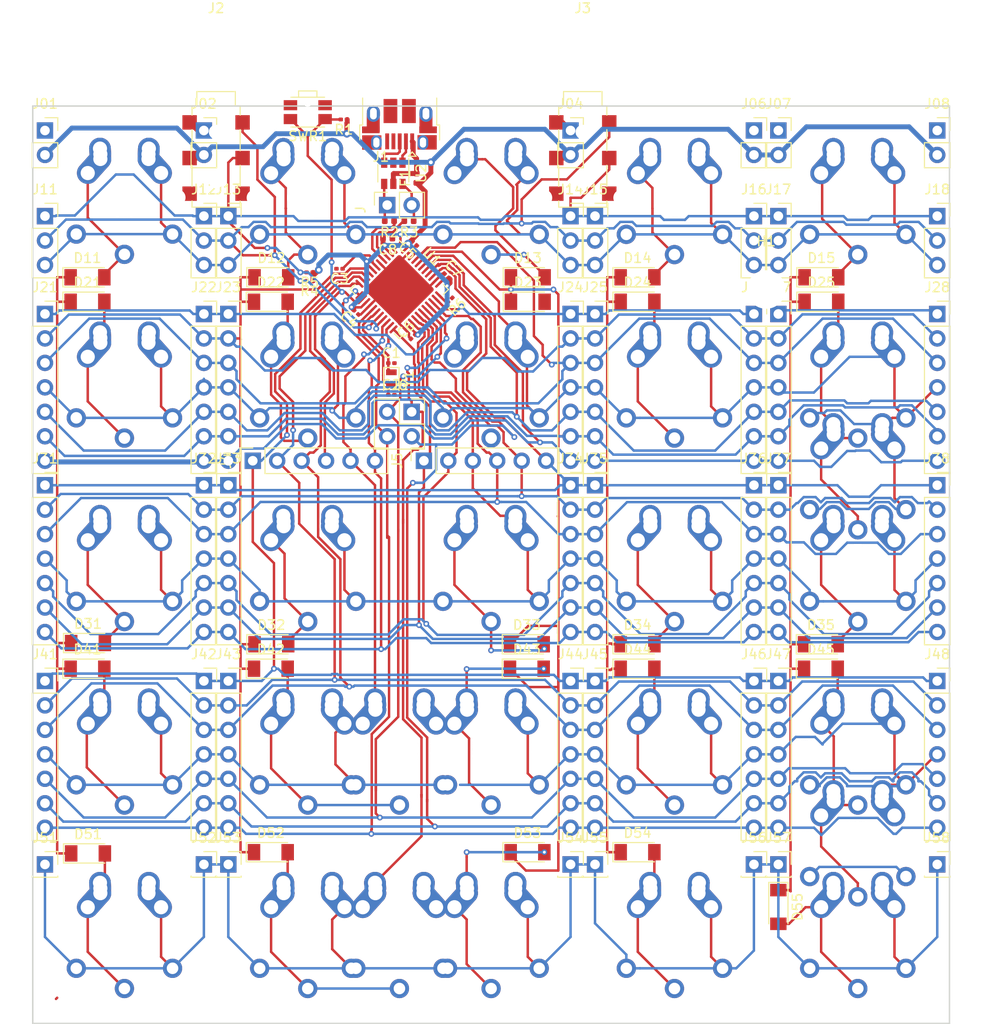
<source format=kicad_pcb>
(kicad_pcb (version 20171130) (host pcbnew "(5.0.2)-1")
  (layers (0 F.Cu signal) (31 B.Cu signal) (34 B.Paste user) (35 F.Paste user) (36 B.SilkS user) (37 F.SilkS user) (38 B.Mask user) (39 F.Mask user) (44 Edge.Cuts user))
  (net 0 "")
  (net 1 GND)
  (net 2 XTAL1)
  (net 3 XTAL2)
  (net 4 "Net-(C3-Pad1)")
  (net 5 VCC)
  (net 6 "Net-(D11-Pad2)")
  (net 7 D7)
  (net 8 "Net-(D12-Pad2)")
  (net 9 "Net-(D13-Pad2)")
  (net 10 "Net-(D14-Pad2)")
  (net 11 "Net-(D15-Pad2)")
  (net 12 "Net-(D21-Pad2)")
  (net 13 F0)
  (net 14 "Net-(D22-Pad2)")
  (net 15 "Net-(D23-Pad2)")
  (net 16 "Net-(D24-Pad2)")
  (net 17 "Net-(D25-Pad2)")
  (net 18 F4)
  (net 19 "Net-(D31-Pad2)")
  (net 20 "Net-(D32-Pad2)")
  (net 21 "Net-(D33-Pad2)")
  (net 22 "Net-(D34-Pad2)")
  (net 23 "Net-(D35-Pad2)")
  (net 24 F6)
  (net 25 "Net-(D41-Pad2)")
  (net 26 "Net-(D42-Pad2)")
  (net 27 "Net-(D43-Pad2)")
  (net 28 "Net-(D44-Pad2)")
  (net 29 "Net-(D45-Pad2)")
  (net 30 F7)
  (net 31 "Net-(D51-Pad2)")
  (net 32 "Net-(D52-Pad2)")
  (net 33 "Net-(D53-Pad2)")
  (net 34 "Net-(D54-Pad2)")
  (net 35 "Net-(D55-Pad2)")
  (net 36 VBUS)
  (net 37 UD+)
  (net 38 UD-)
  (net 39 D+)
  (net 40 D-)
  (net 41 RESET)
  (net 42 B0)
  (net 43 B4)
  (net 44 B5)
  (net 45 B6)
  (net 46 B7)
  (net 47 C6)
  (net 48 C7)
  (net 49 D2)
  (net 50 COL4)
  (net 51 D4)
  (net 52 COL5)
  (net 53 D6)
  (net 54 E6)
  (net 55 F5)
  (net 56 "Net-(R6-Pad2)")
  (net 57 "Net-(U1-Pad42)")
  (net 58 "Net-(J1-Pad4)")
  (net 59 "Net-(J2-PadTN)")
  (net 60 "Net-(J2-PadR1N)")
  (net 61 "Net-(J3-PadR1N)")
  (net 62 "Net-(J3-PadTN)")
  (net 63 SDA)
  (net 64 SCL)
  (net 65 SCLK)
  (net 66 MISO)
  (net 67 COL3)
  (net 68 D3)
  (module Connector_PinSocket_2.54mm:PinSocket_1x02_P2.54mm_Vertical (layer F.Cu) (at 107.315 61.595)
    (fp_text reference J04 (at 0 -2.77) (layer F.SilkS))
    (fp_text value Conn_01x02)
    (pad 2 thru_hole oval (at 0 2.54) (size 1.7 1.7) (drill 1) (layers *.Cu *.Mask) (net 5 VCC))
    (pad 1 thru_hole rect (at 0 0) (size 1.7 1.7) (drill 1) (layers *.Cu *.Mask) (net 1 GND))
  )
  (module lib:MX-Alps-Choc-1U-Mine (layer F.Cu) (at 99.06 87.63)
    (fp_text reference SW23)
    (fp_text value SW_Push)
    (pad 1 thru_hole circle (at -2.54 -5.08) (size 2.25 2.25) (drill 1.47) (layers *.Cu *.Mask) (net 15 "Net-(D23-Pad2)"))
    (pad 2 thru_hole oval (at 2.5 -4.5 86.1) (size 2.831378 2.25) (drill 1.47 (offset 0.290689 0)) (layers *.Cu *.Mask) (net 18 F4))
    (pad 2 thru_hole circle (at 2.5 -4) (size 2.25 2.25) (drill 1.47) (layers *.Cu *.Mask) (net 18 F4))
    (pad 2 thru_hole oval (at 3.81 -2.54 311.9) (size 4.211556 2.25) (drill 1.47 (offset -0.980778 0)) (layers *.Cu *.Mask) (net 18 F4))
    (pad 2 thru_hole circle (at -5 3.8) (size 2 2) (drill 1.2) (layers *.Cu *.Mask) (net 18 F4))
    (pad 1 thru_hole oval (at -2.5 -4.5 93.9) (size 2.831378 2.25) (drill 1.47 (offset 0.290689 0)) (layers *.Cu *.Mask) (net 15 "Net-(D23-Pad2)"))
    (pad 2 thru_hole circle (at 2.54 -5.08) (size 2.25 2.25) (drill 1.47) (layers *.Cu *.Mask) (net 18 F4))
    (pad 1 thru_hole oval (at -3.81 -2.54 48.1) (size 4.211556 2.25) (drill 1.47 (offset 0.980778 0)) (layers *.Cu *.Mask) (net 15 "Net-(D23-Pad2)"))
    (pad "" np_thru_hole circle (at 0 0) (size 3.9878 3.9878) (drill 3.9878) (layers *.Cu *.Mask))
    (pad 1 thru_hole circle (at -2.5 -4) (size 2.25 2.25) (drill 1.47) (layers *.Cu *.Mask) (net 15 "Net-(D23-Pad2)"))
    (pad "" np_thru_hole circle (at -5.08 0 48.0996) (size 1.75 1.75) (drill 1.75) (layers *.Cu *.Mask))
    (pad "" np_thru_hole circle (at 5.08 0 48.0996) (size 1.75 1.75) (drill 1.75) (layers *.Cu *.Mask))
    (pad 2 thru_hole circle (at 5 3.8) (size 2 2) (drill 1.2) (layers *.Cu *.Mask) (net 18 F4))
    (pad 1 thru_hole circle (at 0 5.9) (size 2 2) (drill 1.2) (layers *.Cu *.Mask) (net 15 "Net-(D23-Pad2)"))
    (pad "" np_thru_hole circle (at -5.5 0 48.1) (size 1.7 1.7) (drill 1.7) (layers *.Cu *.Mask))
    (pad "" np_thru_hole circle (at 5.5 0 48.1) (size 1.7 1.7) (drill 1.7) (layers *.Cu *.Mask))
  )
  (module lib:MX-Alps-Choc-1U-Mine (layer F.Cu) (at 99.06 106.68)
    (fp_text reference SW33)
    (fp_text value SW_Push)
    (pad 1 thru_hole circle (at -2.54 -5.08) (size 2.25 2.25) (drill 1.47) (layers *.Cu *.Mask) (net 21 "Net-(D33-Pad2)"))
    (pad 2 thru_hole oval (at 2.5 -4.5 86.1) (size 2.831378 2.25) (drill 1.47 (offset 0.290689 0)) (layers *.Cu *.Mask) (net 53 D6))
    (pad 2 thru_hole circle (at 2.5 -4) (size 2.25 2.25) (drill 1.47) (layers *.Cu *.Mask) (net 53 D6))
    (pad 2 thru_hole oval (at 3.81 -2.54 311.9) (size 4.211556 2.25) (drill 1.47 (offset -0.980778 0)) (layers *.Cu *.Mask) (net 53 D6))
    (pad 2 thru_hole circle (at -5 3.8) (size 2 2) (drill 1.2) (layers *.Cu *.Mask) (net 53 D6))
    (pad 1 thru_hole oval (at -2.5 -4.5 93.9) (size 2.831378 2.25) (drill 1.47 (offset 0.290689 0)) (layers *.Cu *.Mask) (net 21 "Net-(D33-Pad2)"))
    (pad 2 thru_hole circle (at 2.54 -5.08) (size 2.25 2.25) (drill 1.47) (layers *.Cu *.Mask) (net 53 D6))
    (pad 1 thru_hole oval (at -3.81 -2.54 48.1) (size 4.211556 2.25) (drill 1.47 (offset 0.980778 0)) (layers *.Cu *.Mask) (net 21 "Net-(D33-Pad2)"))
    (pad "" np_thru_hole circle (at 0 0) (size 3.9878 3.9878) (drill 3.9878) (layers *.Cu *.Mask))
    (pad 1 thru_hole circle (at -2.5 -4) (size 2.25 2.25) (drill 1.47) (layers *.Cu *.Mask) (net 21 "Net-(D33-Pad2)"))
    (pad "" np_thru_hole circle (at -5.08 0 48.0996) (size 1.75 1.75) (drill 1.75) (layers *.Cu *.Mask))
    (pad "" np_thru_hole circle (at 5.08 0 48.0996) (size 1.75 1.75) (drill 1.75) (layers *.Cu *.Mask))
    (pad 2 thru_hole circle (at 5 3.8) (size 2 2) (drill 1.2) (layers *.Cu *.Mask) (net 53 D6))
    (pad 1 thru_hole circle (at 0 5.9) (size 2 2) (drill 1.2) (layers *.Cu *.Mask) (net 21 "Net-(D33-Pad2)"))
    (pad "" np_thru_hole circle (at -5.5 0 48.1) (size 1.7 1.7) (drill 1.7) (layers *.Cu *.Mask))
    (pad "" np_thru_hole circle (at 5.5 0 48.1) (size 1.7 1.7) (drill 1.7) (layers *.Cu *.Mask))
  )
  (module Diode_SMD:D_MiniMELF (layer F.Cu) (at 102.842 136.525)
    (fp_text reference D53 (at 0 -2) (layer F.SilkS))
    (fp_text value D)
    (pad 1 smd rect (at -1.75 0) (size 1.3 1.7) (layers F.Cu F.Paste F.Mask) (net 67 COL3))
    (pad 2 smd rect (at 1.75 0) (size 1.3 1.7) (layers F.Cu F.Paste F.Mask) (net 33 "Net-(D53-Pad2)"))
  )
  (module lib:MX-Alps-Choc-1U-Mine (layer F.Cu) (at 60.96 106.68)
    (fp_text reference SW31)
    (fp_text value SW_Push)
    (pad 1 thru_hole circle (at -2.54 -5.08) (size 2.25 2.25) (drill 1.47) (layers *.Cu *.Mask) (net 19 "Net-(D31-Pad2)"))
    (pad 2 thru_hole oval (at 2.5 -4.5 86.1) (size 2.831378 2.25) (drill 1.47 (offset 0.290689 0)) (layers *.Cu *.Mask) (net 53 D6))
    (pad 2 thru_hole circle (at 2.5 -4) (size 2.25 2.25) (drill 1.47) (layers *.Cu *.Mask) (net 53 D6))
    (pad 2 thru_hole oval (at 3.81 -2.54 311.9) (size 4.211556 2.25) (drill 1.47 (offset -0.980778 0)) (layers *.Cu *.Mask) (net 53 D6))
    (pad 2 thru_hole circle (at -5 3.8) (size 2 2) (drill 1.2) (layers *.Cu *.Mask) (net 53 D6))
    (pad 1 thru_hole oval (at -2.5 -4.5 93.9) (size 2.831378 2.25) (drill 1.47 (offset 0.290689 0)) (layers *.Cu *.Mask) (net 19 "Net-(D31-Pad2)"))
    (pad 2 thru_hole circle (at 2.54 -5.08) (size 2.25 2.25) (drill 1.47) (layers *.Cu *.Mask) (net 53 D6))
    (pad 1 thru_hole oval (at -3.81 -2.54 48.1) (size 4.211556 2.25) (drill 1.47 (offset 0.980778 0)) (layers *.Cu *.Mask) (net 19 "Net-(D31-Pad2)"))
    (pad "" np_thru_hole circle (at 0 0) (size 3.9878 3.9878) (drill 3.9878) (layers *.Cu *.Mask))
    (pad 1 thru_hole circle (at -2.5 -4) (size 2.25 2.25) (drill 1.47) (layers *.Cu *.Mask) (net 19 "Net-(D31-Pad2)"))
    (pad "" np_thru_hole circle (at -5.08 0 48.0996) (size 1.75 1.75) (drill 1.75) (layers *.Cu *.Mask))
    (pad "" np_thru_hole circle (at 5.08 0 48.0996) (size 1.75 1.75) (drill 1.75) (layers *.Cu *.Mask))
    (pad 2 thru_hole circle (at 5 3.8) (size 2 2) (drill 1.2) (layers *.Cu *.Mask) (net 53 D6))
    (pad 1 thru_hole circle (at 0 5.9) (size 2 2) (drill 1.2) (layers *.Cu *.Mask) (net 19 "Net-(D31-Pad2)"))
    (pad "" np_thru_hole circle (at -5.5 0 48.1) (size 1.7 1.7) (drill 1.7) (layers *.Cu *.Mask))
    (pad "" np_thru_hole circle (at 5.5 0 48.1) (size 1.7 1.7) (drill 1.7) (layers *.Cu *.Mask))
  )
  (module lib:MX-Alps-Choc-1U-Mine (layer F.Cu) (at 60.96 144.78)
    (fp_text reference SW51)
    (fp_text value SW_Push)
    (pad 1 thru_hole circle (at -2.54 -5.08) (size 2.25 2.25) (drill 1.47) (layers *.Cu *.Mask) (net 31 "Net-(D51-Pad2)"))
    (pad 2 thru_hole oval (at 2.5 -4.5 86.1) (size 2.831378 2.25) (drill 1.47 (offset 0.290689 0)) (layers *.Cu *.Mask) (net 45 B6))
    (pad 2 thru_hole circle (at 2.5 -4) (size 2.25 2.25) (drill 1.47) (layers *.Cu *.Mask) (net 45 B6))
    (pad 2 thru_hole oval (at 3.81 -2.54 311.9) (size 4.211556 2.25) (drill 1.47 (offset -0.980778 0)) (layers *.Cu *.Mask) (net 45 B6))
    (pad 2 thru_hole circle (at -5 3.8) (size 2 2) (drill 1.2) (layers *.Cu *.Mask) (net 45 B6))
    (pad 1 thru_hole oval (at -2.5 -4.5 93.9) (size 2.831378 2.25) (drill 1.47 (offset 0.290689 0)) (layers *.Cu *.Mask) (net 31 "Net-(D51-Pad2)"))
    (pad 2 thru_hole circle (at 2.54 -5.08) (size 2.25 2.25) (drill 1.47) (layers *.Cu *.Mask) (net 45 B6))
    (pad 1 thru_hole oval (at -3.81 -2.54 48.1) (size 4.211556 2.25) (drill 1.47 (offset 0.980778 0)) (layers *.Cu *.Mask) (net 31 "Net-(D51-Pad2)"))
    (pad "" np_thru_hole circle (at 0 0) (size 3.9878 3.9878) (drill 3.9878) (layers *.Cu *.Mask))
    (pad 1 thru_hole circle (at -2.5 -4) (size 2.25 2.25) (drill 1.47) (layers *.Cu *.Mask) (net 31 "Net-(D51-Pad2)"))
    (pad "" np_thru_hole circle (at -5.08 0 48.0996) (size 1.75 1.75) (drill 1.75) (layers *.Cu *.Mask))
    (pad "" np_thru_hole circle (at 5.08 0 48.0996) (size 1.75 1.75) (drill 1.75) (layers *.Cu *.Mask))
    (pad 2 thru_hole circle (at 5 3.8) (size 2 2) (drill 1.2) (layers *.Cu *.Mask) (net 45 B6))
    (pad 1 thru_hole circle (at 0 5.9) (size 2 2) (drill 1.2) (layers *.Cu *.Mask) (net 31 "Net-(D51-Pad2)"))
    (pad "" np_thru_hole circle (at -5.5 0 48.1) (size 1.7 1.7) (drill 1.7) (layers *.Cu *.Mask))
    (pad "" np_thru_hole circle (at 5.5 0 48.1) (size 1.7 1.7) (drill 1.7) (layers *.Cu *.Mask))
  )
  (module lib:MX-Alps-Choc-1U-Mine (layer F.Cu) (at 118.11 87.63)
    (fp_text reference SW24)
    (fp_text value SW_Push)
    (pad 1 thru_hole circle (at -2.54 -5.08) (size 2.25 2.25) (drill 1.47) (layers *.Cu *.Mask) (net 16 "Net-(D24-Pad2)"))
    (pad 2 thru_hole oval (at 2.5 -4.5 86.1) (size 2.831378 2.25) (drill 1.47 (offset 0.290689 0)) (layers *.Cu *.Mask) (net 18 F4))
    (pad 2 thru_hole circle (at 2.5 -4) (size 2.25 2.25) (drill 1.47) (layers *.Cu *.Mask) (net 18 F4))
    (pad 2 thru_hole oval (at 3.81 -2.54 311.9) (size 4.211556 2.25) (drill 1.47 (offset -0.980778 0)) (layers *.Cu *.Mask) (net 18 F4))
    (pad 2 thru_hole circle (at -5 3.8) (size 2 2) (drill 1.2) (layers *.Cu *.Mask) (net 18 F4))
    (pad 1 thru_hole oval (at -2.5 -4.5 93.9) (size 2.831378 2.25) (drill 1.47 (offset 0.290689 0)) (layers *.Cu *.Mask) (net 16 "Net-(D24-Pad2)"))
    (pad 2 thru_hole circle (at 2.54 -5.08) (size 2.25 2.25) (drill 1.47) (layers *.Cu *.Mask) (net 18 F4))
    (pad 1 thru_hole oval (at -3.81 -2.54 48.1) (size 4.211556 2.25) (drill 1.47 (offset 0.980778 0)) (layers *.Cu *.Mask) (net 16 "Net-(D24-Pad2)"))
    (pad "" np_thru_hole circle (at 0 0) (size 3.9878 3.9878) (drill 3.9878) (layers *.Cu *.Mask))
    (pad 1 thru_hole circle (at -2.5 -4) (size 2.25 2.25) (drill 1.47) (layers *.Cu *.Mask) (net 16 "Net-(D24-Pad2)"))
    (pad "" np_thru_hole circle (at -5.08 0 48.0996) (size 1.75 1.75) (drill 1.75) (layers *.Cu *.Mask))
    (pad "" np_thru_hole circle (at 5.08 0 48.0996) (size 1.75 1.75) (drill 1.75) (layers *.Cu *.Mask))
    (pad 2 thru_hole circle (at 5 3.8) (size 2 2) (drill 1.2) (layers *.Cu *.Mask) (net 18 F4))
    (pad 1 thru_hole circle (at 0 5.9) (size 2 2) (drill 1.2) (layers *.Cu *.Mask) (net 16 "Net-(D24-Pad2)"))
    (pad "" np_thru_hole circle (at -5.5 0 48.1) (size 1.7 1.7) (drill 1.7) (layers *.Cu *.Mask))
    (pad "" np_thru_hole circle (at 5.5 0 48.1) (size 1.7 1.7) (drill 1.7) (layers *.Cu *.Mask))
  )
  (module Capacitor_SMD:C_0201_0603Metric (layer F.Cu) (at 88.696323 85.749746)
    (fp_text reference C1 (at 0 -1.05) (layer F.SilkS))
    (fp_text value 22p)
    (pad 2 smd roundrect (at 0.32 0) (size 0.46 0.4) (layers F.Cu F.Mask) (net 1 GND))
    (pad 1 smd roundrect (at -0.32 0) (size 0.46 0.4) (layers F.Cu F.Mask) (net 2 XTAL1))
  )
  (module Capacitor_SMD:C_0201_0603Metric (layer F.Cu) (at 88.696323 89.051746)
    (fp_text reference C2 (at 0 -1.05) (layer F.SilkS))
    (fp_text value 22p)
    (pad 2 smd roundrect (at 0.32 0) (size 0.46 0.4) (layers F.Cu F.Mask) (net 1 GND))
    (pad 1 smd roundrect (at -0.32 0) (size 0.46 0.4) (layers F.Cu F.Mask) (net 3 XTAL2))
  )
  (module Capacitor_SMD:C_0201_0603Metric (layer F.Cu) (at 83.312 75.946 180)
    (fp_text reference C3 (at 0 -1.05 180) (layer F.SilkS))
    (fp_text value 1u)
    (pad 2 smd roundrect (at 0.32 0 180) (size 0.46 0.4) (layers F.Cu F.Mask) (net 1 GND))
    (pad 1 smd roundrect (at -0.32 0 180) (size 0.46 0.4) (layers F.Cu F.Mask) (net 4 "Net-(C3-Pad1)"))
  )
  (module Capacitor_SMD:C_0201_0603Metric (layer F.Cu) (at 85.044596 80.472596 135)
    (fp_text reference C4 (at 0 -1.05 135) (layer F.SilkS))
    (fp_text value 0.1u)
    (pad 2 smd roundrect (at 0.32 0 135) (size 0.46 0.4) (layers F.Cu F.Mask) (net 5 VCC))
    (pad 1 smd roundrect (at -0.32 0 135) (size 0.46 0.4) (layers F.Cu F.Mask) (net 1 GND))
  )
  (module Capacitor_SMD:C_0201_0603Metric (layer F.Cu) (at 91.107474 73.302074 135)
    (fp_text reference C5 (at 0 -1.05 135) (layer F.SilkS))
    (fp_text value 0.1u)
    (pad 2 smd roundrect (at 0.32 0 135) (size 0.46 0.4) (layers F.Cu F.Mask) (net 5 VCC))
    (pad 1 smd roundrect (at -0.32 0 135) (size 0.46 0.4) (layers F.Cu F.Mask) (net 1 GND))
  )
  (module Capacitor_SMD:C_0201_0603Metric (layer F.Cu) (at 90.9574 83.0072 45)
    (fp_text reference C6 (at 0 -1.05 45) (layer F.SilkS))
    (fp_text value 0.1u)
    (pad 2 smd roundrect (at 0.32 0 45) (size 0.46 0.4) (layers F.Cu F.Mask) (net 5 VCC))
    (pad 1 smd roundrect (at -0.32 0 45) (size 0.46 0.4) (layers F.Cu F.Mask) (net 1 GND))
  )
  (module Capacitor_SMD:C_0201_0603Metric (layer F.Cu) (at 94.4372 76.6826 315)
    (fp_text reference C7 (at 0 -1.05 315) (layer F.SilkS))
    (fp_text value 0.1u)
    (pad 2 smd roundrect (at 0.32 0 315) (size 0.46 0.4) (layers F.Cu F.Mask) (net 5 VCC))
    (pad 1 smd roundrect (at -0.32 0 315) (size 0.46 0.4) (layers F.Cu F.Mask) (net 1 GND))
  )
  (module Resistor_SMD:R_0201_0603Metric (layer F.Cu) (at 83.754 60.452 180)
    (fp_text reference R1 (at 0 -1.05 180) (layer F.SilkS))
    (fp_text value 10k)
    (pad 2 smd roundrect (at 0.32 0 180) (size 0.46 0.4) (layers F.Cu F.Mask) (net 41 RESET))
    (pad 1 smd roundrect (at -0.32 0 180) (size 0.46 0.4) (layers F.Cu F.Mask) (net 5 VCC))
  )
  (module Resistor_SMD:R_0201_0603Metric (layer F.Cu) (at 80.203 77.216 180)
    (fp_text reference R4 (at 0 -1.05 180) (layer F.SilkS))
    (fp_text value 10k)
    (pad 2 smd roundrect (at 0.32 0 180) (size 0.46 0.4) (layers F.Cu F.Mask) (net 64 SCL))
    (pad 1 smd roundrect (at -0.32 0 180) (size 0.46 0.4) (layers F.Cu F.Mask) (net 5 VCC))
  )
  (module Resistor_SMD:R_0201_0603Metric (layer F.Cu) (at 80.203 76.327 180)
    (fp_text reference R5 (at 0 -1.05 180) (layer F.SilkS))
    (fp_text value 10k)
    (pad 2 smd roundrect (at 0.32 0 180) (size 0.46 0.4) (layers F.Cu F.Mask) (net 63 SDA))
    (pad 1 smd roundrect (at -0.32 0 180) (size 0.46 0.4) (layers F.Cu F.Mask) (net 5 VCC))
  )
  (module Resistor_SMD:R_0201_0603Metric (layer F.Cu) (at 94.7928 79.1972 225)
    (fp_text reference R6 (at 0 -1.05 225) (layer F.SilkS))
    (fp_text value 10k)
    (pad 2 smd roundrect (at 0.32 0 225) (size 0.46 0.4) (layers F.Cu F.Mask) (net 56 "Net-(R6-Pad2)"))
    (pad 1 smd roundrect (at -0.32 0 225) (size 0.46 0.4) (layers F.Cu F.Mask) (net 1 GND))
  )
  (module Package_DFN_QFN:QFN-44-1EP_7x7mm_P0.5mm_EP5.2x5.2mm (layer F.Cu) (at 89.520484 78.105 315)
    (fp_text reference U1 (at 0 -4.82 315) (layer F.SilkS))
    (fp_text value ATmega32U4-MU)
    (pad 44 smd roundrect (at -2.5 -3.35 315) (size 0.25 1.05) (layers F.Cu F.Paste F.Mask) (net 5 VCC))
    (pad 43 smd roundrect (at -2 -3.35 315) (size 0.25 1.05) (layers F.Cu F.Paste F.Mask) (net 1 GND))
    (pad 42 smd roundrect (at -1.5 -3.35 315) (size 0.25 1.05) (layers F.Cu F.Paste F.Mask) (net 57 "Net-(U1-Pad42)"))
    (pad 41 smd roundrect (at -1 -3.35 315) (size 0.25 1.05) (layers F.Cu F.Paste F.Mask) (net 13 F0))
    (pad 40 smd roundrect (at -0.5 -3.35 315) (size 0.25 1.05) (layers F.Cu F.Paste F.Mask) (net 67 COL3))
    (pad 39 smd roundrect (at 0 -3.35 315) (size 0.25 1.05) (layers F.Cu F.Paste F.Mask) (net 18 F4))
    (pad 38 smd roundrect (at 0.5 -3.35 315) (size 0.25 1.05) (layers F.Cu F.Paste F.Mask) (net 55 F5))
    (pad 37 smd roundrect (at 1 -3.35 315) (size 0.25 1.05) (layers F.Cu F.Paste F.Mask) (net 24 F6))
    (pad 36 smd roundrect (at 1.5 -3.35 315) (size 0.25 1.05) (layers F.Cu F.Paste F.Mask) (net 30 F7))
    (pad 35 smd roundrect (at 2 -3.35 315) (size 0.25 1.05) (layers F.Cu F.Paste F.Mask) (net 1 GND))
    (pad 34 smd roundrect (at 2.5 -3.35 315) (size 0.25 1.05) (layers F.Cu F.Paste F.Mask) (net 5 VCC))
    (pad 33 smd roundrect (at 3.35 -2.5 315) (size 1.05 0.25) (layers F.Cu F.Paste F.Mask) (net 56 "Net-(R6-Pad2)"))
    (pad 32 smd roundrect (at 3.35 -2 315) (size 1.05 0.25) (layers F.Cu F.Paste F.Mask) (net 48 C7))
    (pad 31 smd roundrect (at 3.35 -1.5 315) (size 1.05 0.25) (layers F.Cu F.Paste F.Mask) (net 47 C6))
    (pad 30 smd roundrect (at 3.35 -1 315) (size 1.05 0.25) (layers F.Cu F.Paste F.Mask) (net 45 B6))
    (pad 29 smd roundrect (at 3.35 -0.5 315) (size 1.05 0.25) (layers F.Cu F.Paste F.Mask) (net 44 B5))
    (pad 28 smd roundrect (at 3.35 0 315) (size 1.05 0.25) (layers F.Cu F.Paste F.Mask) (net 43 B4))
    (pad 27 smd roundrect (at 3.35 0.5 315) (size 1.05 0.25) (layers F.Cu F.Paste F.Mask) (net 7 D7))
    (pad 26 smd roundrect (at 3.35 1 315) (size 1.05 0.25) (layers F.Cu F.Paste F.Mask) (net 53 D6))
    (pad 25 smd roundrect (at 3.35 1.5 315) (size 1.05 0.25) (layers F.Cu F.Paste F.Mask) (net 51 D4))
    (pad 24 smd roundrect (at 3.35 2 315) (size 1.05 0.25) (layers F.Cu F.Paste F.Mask) (net 5 VCC))
    (pad 23 smd roundrect (at 3.35 2.5 315) (size 1.05 0.25) (layers F.Cu F.Paste F.Mask) (net 1 GND))
    (pad 22 smd roundrect (at 2.5 3.35 315) (size 0.25 1.05) (layers F.Cu F.Paste F.Mask) (net 50 COL4))
    (pad 21 smd roundrect (at 2 3.35 315) (size 0.25 1.05) (layers F.Cu F.Paste F.Mask) (net 68 D3))
    (pad 20 smd roundrect (at 1.5 3.35 315) (size 0.25 1.05) (layers F.Cu F.Paste F.Mask) (net 49 D2))
    (pad 19 smd roundrect (at 1 3.35 315) (size 0.25 1.05) (layers F.Cu F.Paste F.Mask) (net 63 SDA))
    (pad 18 smd roundrect (at 0.5 3.35 315) (size 0.25 1.05) (layers F.Cu F.Paste F.Mask) (net 64 SCL))
    (pad 17 smd roundrect (at 0 3.35 315) (size 0.25 1.05) (layers F.Cu F.Paste F.Mask) (net 2 XTAL1))
    (pad 16 smd roundrect (at -0.5 3.35 315) (size 0.25 1.05) (layers F.Cu F.Paste F.Mask) (net 3 XTAL2))
    (pad 15 smd roundrect (at -1 3.35 315) (size 0.25 1.05) (layers F.Cu F.Paste F.Mask) (net 1 GND))
    (pad 14 smd roundrect (at -1.5 3.35 315) (size 0.25 1.05) (layers F.Cu F.Paste F.Mask) (net 5 VCC))
    (pad 13 smd roundrect (at -2 3.35 315) (size 0.25 1.05) (layers F.Cu F.Paste F.Mask) (net 41 RESET))
    (pad 12 smd roundrect (at -2.5 3.35 315) (size 0.25 1.05) (layers F.Cu F.Paste F.Mask) (net 46 B7))
    (pad 11 smd roundrect (at -3.35 2.5 315) (size 1.05 0.25) (layers F.Cu F.Paste F.Mask) (net 66 MISO))
    (pad 10 smd roundrect (at -3.35 2 315) (size 1.05 0.25) (layers F.Cu F.Paste F.Mask) (net 52 COL5))
    (pad 9 smd roundrect (at -3.35 1.5 315) (size 1.05 0.25) (layers F.Cu F.Paste F.Mask) (net 65 SCLK))
    (pad 8 smd roundrect (at -3.35 1 315) (size 1.05 0.25) (layers F.Cu F.Paste F.Mask) (net 42 B0))
    (pad 7 smd roundrect (at -3.35 0.5 315) (size 1.05 0.25) (layers F.Cu F.Paste F.Mask) (net 5 VCC))
    (pad 6 smd roundrect (at -3.35 0 315) (size 1.05 0.25) (layers F.Cu F.Paste F.Mask) (net 4 "Net-(C3-Pad1)"))
    (pad 5 smd roundrect (at -3.35 -0.5 315) (size 1.05 0.25) (layers F.Cu F.Paste F.Mask) (net 1 GND))
    (pad 4 smd roundrect (at -3.35 -1 315) (size 1.05 0.25) (layers F.Cu F.Paste F.Mask) (net 39 D+))
    (pad 3 smd roundrect (at -3.35 -1.5 315) (size 1.05 0.25) (layers F.Cu F.Paste F.Mask) (net 40 D-))
    (pad 2 smd roundrect (at -3.35 -2 315) (size 1.05 0.25) (layers F.Cu F.Paste F.Mask) (net 5 VCC))
    (pad 1 smd roundrect (at -3.35 -2.5 315) (size 1.05 0.25) (layers F.Cu F.Paste F.Mask) (net 54 E6))
    (pad 45 smd roundrect (at 0 0 315) (size 5.2 5.2) (layers F.Cu F.Mask) (roundrect_rratio 0.048077) (net 1 GND))
  )
  (module Package_TO_SOT_SMD:SOT-23-6 (layer F.Cu) (at 88.9 66.04 270)
    (fp_text reference U2 (at 0 -2.9 270) (layer F.SilkS))
    (fp_text value USBLC6-2SC6)
    (pad 5 smd rect (at 1.1 0 270) (size 1.06 0.65) (layers F.Cu F.Paste F.Mask) (net 36 VBUS))
    (pad 6 smd rect (at 1.1 -0.95 270) (size 1.06 0.65) (layers F.Cu F.Paste F.Mask) (net 38 UD-))
    (pad 4 smd rect (at 1.1 0.95 270) (size 1.06 0.65) (layers F.Cu F.Paste F.Mask) (net 37 UD+))
    (pad 3 smd rect (at -1.1 0.95 270) (size 1.06 0.65) (layers F.Cu F.Paste F.Mask) (net 37 UD+))
    (pad 2 smd rect (at -1.1 0 270) (size 1.06 0.65) (layers F.Cu F.Paste F.Mask) (net 1 GND))
    (pad 1 smd rect (at -1.1 -0.95 270) (size 1.06 0.65) (layers F.Cu F.Paste F.Mask) (net 38 UD-))
  )
  (module Connector_USB:USB_Micro-B_Amphenol_10103594-0001LF_Horizontal (layer F.Cu) (at 89.535 60.96 180)
    (fp_text reference J1 (at 1.925 -3.365 180) (layer F.SilkS))
    (fp_text value USB_B_Micro)
    (pad 6 smd rect (at 0.935 1.385 270) (size 2.5 1.43) (layers F.Cu F.Paste F.Mask) (net 1 GND))
    (pad 6 smd rect (at -0.985 1.385 270) (size 2.5 1.43) (layers F.Cu F.Paste F.Mask) (net 1 GND))
    (pad 6 thru_hole oval (at 2.705 1.115 270) (size 1.7 1.35) (drill oval 1.2 0.7) (layers *.Cu *.Mask) (net 1 GND))
    (pad 6 thru_hole oval (at -2.755 1.115 270) (size 1.7 1.35) (drill oval 1.2 0.7) (layers *.Cu *.Mask) (net 1 GND))
    (pad 6 thru_hole oval (at 2.395 -1.885 270) (size 1.5 1.1) (drill oval 1.05 0.65) (layers *.Cu *.Mask) (net 1 GND))
    (pad 6 thru_hole oval (at -2.445 -1.885 270) (size 1.5 1.1) (drill oval 1.05 0.65) (layers *.Cu *.Mask) (net 1 GND))
    (pad 5 smd rect (at 1.275 -1.765 270) (size 1.65 0.4) (layers F.Cu F.Paste F.Mask) (net 1 GND))
    (pad 4 smd rect (at 0.625 -1.765 270) (size 1.65 0.4) (layers F.Cu F.Paste F.Mask) (net 58 "Net-(J1-Pad4)"))
    (pad 3 smd rect (at -0.025 -1.765 270) (size 1.65 0.4) (layers F.Cu F.Paste F.Mask) (net 37 UD+))
    (pad 2 smd rect (at -0.675 -1.765 270) (size 1.65 0.4) (layers F.Cu F.Paste F.Mask) (net 38 UD-))
    (pad 1 smd rect (at -1.325 -1.765 270) (size 1.65 0.4) (layers F.Cu F.Paste F.Mask) (net 36 VBUS))
    (pad 6 smd rect (at 2.875 -1.885 180) (size 2 1.5) (layers F.Cu F.Paste F.Mask) (net 1 GND))
    (pad 6 smd rect (at -2.875 -1.865 180) (size 2 1.5) (layers F.Cu F.Paste F.Mask) (net 1 GND))
    (pad 6 smd rect (at 2.975 -0.565 180) (size 1.825 0.7) (layers F.Cu F.Paste F.Mask) (net 1 GND))
    (pad 6 smd rect (at -2.975 -0.565 180) (size 1.825 0.7) (layers F.Cu F.Paste F.Mask) (net 1 GND))
    (pad 6 smd rect (at -2.755 0.185 180) (size 1.35 2) (layers F.Cu F.Paste F.Mask) (net 1 GND))
    (pad 6 smd rect (at 2.725 0.185 180) (size 1.35 2) (layers F.Cu F.Paste F.Mask) (net 1 GND))
  )
  (module Crystal:Crystal_SMD_2012-2Pin_2.0x1.2mm (layer F.Cu) (at 88.696323 87.400746 270)
    (fp_text reference Y1 (at 0 -1.8 270) (layer F.SilkS))
    (fp_text value Crystal)
    (pad 2 smd rect (at 0.7 0 270) (size 0.6 1.1) (layers F.Cu F.Paste F.Mask) (net 3 XTAL2))
    (pad 1 smd rect (at -0.7 0 270) (size 0.6 1.1) (layers F.Cu F.Paste F.Mask) (net 2 XTAL1))
  )
  (module lib:MX-Alps-Choc-1U-Mine (layer F.Cu) (at 60.96 68.5546)
    (fp_text reference SW11)
    (fp_text value SW_Push)
    (pad 1 thru_hole circle (at -2.54 -5.08) (size 2.25 2.25) (drill 1.47) (layers *.Cu *.Mask) (net 6 "Net-(D11-Pad2)"))
    (pad 2 thru_hole oval (at 2.5 -4.5 86.1) (size 2.831378 2.25) (drill 1.47 (offset 0.290689 0)) (layers *.Cu *.Mask) (net 54 E6))
    (pad 2 thru_hole circle (at 2.5 -4) (size 2.25 2.25) (drill 1.47) (layers *.Cu *.Mask) (net 54 E6))
    (pad 2 thru_hole oval (at 3.81 -2.54 311.9) (size 4.211556 2.25) (drill 1.47 (offset -0.980778 0)) (layers *.Cu *.Mask) (net 54 E6))
    (pad 2 thru_hole circle (at -5 3.8) (size 2 2) (drill 1.2) (layers *.Cu *.Mask) (net 54 E6))
    (pad 1 thru_hole oval (at -2.5 -4.5 93.9) (size 2.831378 2.25) (drill 1.47 (offset 0.290689 0)) (layers *.Cu *.Mask) (net 6 "Net-(D11-Pad2)"))
    (pad 2 thru_hole circle (at 2.54 -5.08) (size 2.25 2.25) (drill 1.47) (layers *.Cu *.Mask) (net 54 E6))
    (pad 1 thru_hole oval (at -3.81 -2.54 48.1) (size 4.211556 2.25) (drill 1.47 (offset 0.980778 0)) (layers *.Cu *.Mask) (net 6 "Net-(D11-Pad2)"))
    (pad "" np_thru_hole circle (at 0 0) (size 3.9878 3.9878) (drill 3.9878) (layers *.Cu *.Mask))
    (pad 1 thru_hole circle (at -2.5 -4) (size 2.25 2.25) (drill 1.47) (layers *.Cu *.Mask) (net 6 "Net-(D11-Pad2)"))
    (pad "" np_thru_hole circle (at -5.08 0 48.0996) (size 1.75 1.75) (drill 1.75) (layers *.Cu *.Mask))
    (pad "" np_thru_hole circle (at 5.08 0 48.0996) (size 1.75 1.75) (drill 1.75) (layers *.Cu *.Mask))
    (pad 2 thru_hole circle (at 5 3.8) (size 2 2) (drill 1.2) (layers *.Cu *.Mask) (net 54 E6))
    (pad 1 thru_hole circle (at 0 5.9) (size 2 2) (drill 1.2) (layers *.Cu *.Mask) (net 6 "Net-(D11-Pad2)"))
    (pad "" np_thru_hole circle (at -5.5 0 48.1) (size 1.7 1.7) (drill 1.7) (layers *.Cu *.Mask))
    (pad "" np_thru_hole circle (at 5.5 0 48.1) (size 1.7 1.7) (drill 1.7) (layers *.Cu *.Mask))
  )
  (module lib:MX-Alps-Choc-1U-Mine (layer F.Cu) (at 80.01 68.58)
    (fp_text reference SW12)
    (fp_text value SW_Push)
    (pad 1 thru_hole circle (at -2.54 -5.08) (size 2.25 2.25) (drill 1.47) (layers *.Cu *.Mask) (net 8 "Net-(D12-Pad2)"))
    (pad 2 thru_hole oval (at 2.5 -4.5 86.1) (size 2.831378 2.25) (drill 1.47 (offset 0.290689 0)) (layers *.Cu *.Mask) (net 54 E6))
    (pad 2 thru_hole circle (at 2.5 -4) (size 2.25 2.25) (drill 1.47) (layers *.Cu *.Mask) (net 54 E6))
    (pad 2 thru_hole oval (at 3.81 -2.54 311.9) (size 4.211556 2.25) (drill 1.47 (offset -0.980778 0)) (layers *.Cu *.Mask) (net 54 E6))
    (pad 2 thru_hole circle (at -5 3.8) (size 2 2) (drill 1.2) (layers *.Cu *.Mask) (net 54 E6))
    (pad 1 thru_hole oval (at -2.5 -4.5 93.9) (size 2.831378 2.25) (drill 1.47 (offset 0.290689 0)) (layers *.Cu *.Mask) (net 8 "Net-(D12-Pad2)"))
    (pad 2 thru_hole circle (at 2.54 -5.08) (size 2.25 2.25) (drill 1.47) (layers *.Cu *.Mask) (net 54 E6))
    (pad 1 thru_hole oval (at -3.81 -2.54 48.1) (size 4.211556 2.25) (drill 1.47 (offset 0.980778 0)) (layers *.Cu *.Mask) (net 8 "Net-(D12-Pad2)"))
    (pad "" np_thru_hole circle (at 0 0) (size 3.9878 3.9878) (drill 3.9878) (layers *.Cu *.Mask))
    (pad 1 thru_hole circle (at -2.5 -4) (size 2.25 2.25) (drill 1.47) (layers *.Cu *.Mask) (net 8 "Net-(D12-Pad2)"))
    (pad "" np_thru_hole circle (at -5.08 0 48.0996) (size 1.75 1.75) (drill 1.75) (layers *.Cu *.Mask))
    (pad "" np_thru_hole circle (at 5.08 0 48.0996) (size 1.75 1.75) (drill 1.75) (layers *.Cu *.Mask))
    (pad 2 thru_hole circle (at 5 3.8) (size 2 2) (drill 1.2) (layers *.Cu *.Mask) (net 54 E6))
    (pad 1 thru_hole circle (at 0 5.9) (size 2 2) (drill 1.2) (layers *.Cu *.Mask) (net 8 "Net-(D12-Pad2)"))
    (pad "" np_thru_hole circle (at -5.5 0 48.1) (size 1.7 1.7) (drill 1.7) (layers *.Cu *.Mask))
    (pad "" np_thru_hole circle (at 5.5 0 48.1) (size 1.7 1.7) (drill 1.7) (layers *.Cu *.Mask))
  )
  (module lib:MX-Alps-Choc-1U-Mine (layer F.Cu) (at 99.06 68.58)
    (fp_text reference SW13)
    (fp_text value SW_Push)
    (pad 1 thru_hole circle (at -2.54 -5.08) (size 2.25 2.25) (drill 1.47) (layers *.Cu *.Mask) (net 9 "Net-(D13-Pad2)"))
    (pad 2 thru_hole oval (at 2.5 -4.5 86.1) (size 2.831378 2.25) (drill 1.47 (offset 0.290689 0)) (layers *.Cu *.Mask) (net 54 E6))
    (pad 2 thru_hole circle (at 2.5 -4) (size 2.25 2.25) (drill 1.47) (layers *.Cu *.Mask) (net 54 E6))
    (pad 2 thru_hole oval (at 3.81 -2.54 311.9) (size 4.211556 2.25) (drill 1.47 (offset -0.980778 0)) (layers *.Cu *.Mask) (net 54 E6))
    (pad 2 thru_hole circle (at -5 3.8) (size 2 2) (drill 1.2) (layers *.Cu *.Mask) (net 54 E6))
    (pad 1 thru_hole oval (at -2.5 -4.5 93.9) (size 2.831378 2.25) (drill 1.47 (offset 0.290689 0)) (layers *.Cu *.Mask) (net 9 "Net-(D13-Pad2)"))
    (pad 2 thru_hole circle (at 2.54 -5.08) (size 2.25 2.25) (drill 1.47) (layers *.Cu *.Mask) (net 54 E6))
    (pad 1 thru_hole oval (at -3.81 -2.54 48.1) (size 4.211556 2.25) (drill 1.47 (offset 0.980778 0)) (layers *.Cu *.Mask) (net 9 "Net-(D13-Pad2)"))
    (pad "" np_thru_hole circle (at 0 0) (size 3.9878 3.9878) (drill 3.9878) (layers *.Cu *.Mask))
    (pad 1 thru_hole circle (at -2.5 -4) (size 2.25 2.25) (drill 1.47) (layers *.Cu *.Mask) (net 9 "Net-(D13-Pad2)"))
    (pad "" np_thru_hole circle (at -5.08 0 48.0996) (size 1.75 1.75) (drill 1.75) (layers *.Cu *.Mask))
    (pad "" np_thru_hole circle (at 5.08 0 48.0996) (size 1.75 1.75) (drill 1.75) (layers *.Cu *.Mask))
    (pad 2 thru_hole circle (at 5 3.8) (size 2 2) (drill 1.2) (layers *.Cu *.Mask) (net 54 E6))
    (pad 1 thru_hole circle (at 0 5.9) (size 2 2) (drill 1.2) (layers *.Cu *.Mask) (net 9 "Net-(D13-Pad2)"))
    (pad "" np_thru_hole circle (at -5.5 0 48.1) (size 1.7 1.7) (drill 1.7) (layers *.Cu *.Mask))
    (pad "" np_thru_hole circle (at 5.5 0 48.1) (size 1.7 1.7) (drill 1.7) (layers *.Cu *.Mask))
  )
  (module lib:MX-Alps-Choc-1U-Mine (layer F.Cu) (at 118.11 68.58)
    (fp_text reference SW14)
    (fp_text value SW_Push)
    (pad 1 thru_hole circle (at -2.54 -5.08) (size 2.25 2.25) (drill 1.47) (layers *.Cu *.Mask) (net 10 "Net-(D14-Pad2)"))
    (pad 2 thru_hole oval (at 2.5 -4.5 86.1) (size 2.831378 2.25) (drill 1.47 (offset 0.290689 0)) (layers *.Cu *.Mask) (net 54 E6))
    (pad 2 thru_hole circle (at 2.5 -4) (size 2.25 2.25) (drill 1.47) (layers *.Cu *.Mask) (net 54 E6))
    (pad 2 thru_hole oval (at 3.81 -2.54 311.9) (size 4.211556 2.25) (drill 1.47 (offset -0.980778 0)) (layers *.Cu *.Mask) (net 54 E6))
    (pad 2 thru_hole circle (at -5 3.8) (size 2 2) (drill 1.2) (layers *.Cu *.Mask) (net 54 E6))
    (pad 1 thru_hole oval (at -2.5 -4.5 93.9) (size 2.831378 2.25) (drill 1.47 (offset 0.290689 0)) (layers *.Cu *.Mask) (net 10 "Net-(D14-Pad2)"))
    (pad 2 thru_hole circle (at 2.54 -5.08) (size 2.25 2.25) (drill 1.47) (layers *.Cu *.Mask) (net 54 E6))
    (pad 1 thru_hole oval (at -3.81 -2.54 48.1) (size 4.211556 2.25) (drill 1.47 (offset 0.980778 0)) (layers *.Cu *.Mask) (net 10 "Net-(D14-Pad2)"))
    (pad "" np_thru_hole circle (at 0 0) (size 3.9878 3.9878) (drill 3.9878) (layers *.Cu *.Mask))
    (pad 1 thru_hole circle (at -2.5 -4) (size 2.25 2.25) (drill 1.47) (layers *.Cu *.Mask) (net 10 "Net-(D14-Pad2)"))
    (pad "" np_thru_hole circle (at -5.08 0 48.0996) (size 1.75 1.75) (drill 1.75) (layers *.Cu *.Mask))
    (pad "" np_thru_hole circle (at 5.08 0 48.0996) (size 1.75 1.75) (drill 1.75) (layers *.Cu *.Mask))
    (pad 2 thru_hole circle (at 5 3.8) (size 2 2) (drill 1.2) (layers *.Cu *.Mask) (net 54 E6))
    (pad 1 thru_hole circle (at 0 5.9) (size 2 2) (drill 1.2) (layers *.Cu *.Mask) (net 10 "Net-(D14-Pad2)"))
    (pad "" np_thru_hole circle (at -5.5 0 48.1) (size 1.7 1.7) (drill 1.7) (layers *.Cu *.Mask))
    (pad "" np_thru_hole circle (at 5.5 0 48.1) (size 1.7 1.7) (drill 1.7) (layers *.Cu *.Mask))
  )
  (module lib:MX-Alps-Choc-1U-Mine (layer F.Cu) (at 137.16 68.58)
    (fp_text reference SW15)
    (fp_text value SW_Push)
    (pad 1 thru_hole circle (at -2.54 -5.08) (size 2.25 2.25) (drill 1.47) (layers *.Cu *.Mask) (net 11 "Net-(D15-Pad2)"))
    (pad 2 thru_hole oval (at 2.5 -4.5 86.1) (size 2.831378 2.25) (drill 1.47 (offset 0.290689 0)) (layers *.Cu *.Mask) (net 54 E6))
    (pad 2 thru_hole circle (at 2.5 -4) (size 2.25 2.25) (drill 1.47) (layers *.Cu *.Mask) (net 54 E6))
    (pad 2 thru_hole oval (at 3.81 -2.54 311.9) (size 4.211556 2.25) (drill 1.47 (offset -0.980778 0)) (layers *.Cu *.Mask) (net 54 E6))
    (pad 2 thru_hole circle (at -5 3.8) (size 2 2) (drill 1.2) (layers *.Cu *.Mask) (net 54 E6))
    (pad 1 thru_hole oval (at -2.5 -4.5 93.9) (size 2.831378 2.25) (drill 1.47 (offset 0.290689 0)) (layers *.Cu *.Mask) (net 11 "Net-(D15-Pad2)"))
    (pad 2 thru_hole circle (at 2.54 -5.08) (size 2.25 2.25) (drill 1.47) (layers *.Cu *.Mask) (net 54 E6))
    (pad 1 thru_hole oval (at -3.81 -2.54 48.1) (size 4.211556 2.25) (drill 1.47 (offset 0.980778 0)) (layers *.Cu *.Mask) (net 11 "Net-(D15-Pad2)"))
    (pad "" np_thru_hole circle (at 0 0) (size 3.9878 3.9878) (drill 3.9878) (layers *.Cu *.Mask))
    (pad 1 thru_hole circle (at -2.5 -4) (size 2.25 2.25) (drill 1.47) (layers *.Cu *.Mask) (net 11 "Net-(D15-Pad2)"))
    (pad "" np_thru_hole circle (at -5.08 0 48.0996) (size 1.75 1.75) (drill 1.75) (layers *.Cu *.Mask))
    (pad "" np_thru_hole circle (at 5.08 0 48.0996) (size 1.75 1.75) (drill 1.75) (layers *.Cu *.Mask))
    (pad 2 thru_hole circle (at 5 3.8) (size 2 2) (drill 1.2) (layers *.Cu *.Mask) (net 54 E6))
    (pad 1 thru_hole circle (at 0 5.9) (size 2 2) (drill 1.2) (layers *.Cu *.Mask) (net 11 "Net-(D15-Pad2)"))
    (pad "" np_thru_hole circle (at -5.5 0 48.1) (size 1.7 1.7) (drill 1.7) (layers *.Cu *.Mask))
    (pad "" np_thru_hole circle (at 5.5 0 48.1) (size 1.7 1.7) (drill 1.7) (layers *.Cu *.Mask))
  )
  (module lib:MX-Alps-Choc-1U-Mine (layer F.Cu) (at 60.96 87.63)
    (fp_text reference SW21)
    (fp_text value SW_Push)
    (pad 1 thru_hole circle (at -2.54 -5.08) (size 2.25 2.25) (drill 1.47) (layers *.Cu *.Mask) (net 12 "Net-(D21-Pad2)"))
    (pad 2 thru_hole oval (at 2.5 -4.5 86.1) (size 2.831378 2.25) (drill 1.47 (offset 0.290689 0)) (layers *.Cu *.Mask) (net 18 F4))
    (pad 2 thru_hole circle (at 2.5 -4) (size 2.25 2.25) (drill 1.47) (layers *.Cu *.Mask) (net 18 F4))
    (pad 2 thru_hole oval (at 3.81 -2.54 311.9) (size 4.211556 2.25) (drill 1.47 (offset -0.980778 0)) (layers *.Cu *.Mask) (net 18 F4))
    (pad 2 thru_hole circle (at -5 3.8) (size 2 2) (drill 1.2) (layers *.Cu *.Mask) (net 18 F4))
    (pad 1 thru_hole oval (at -2.5 -4.5 93.9) (size 2.831378 2.25) (drill 1.47 (offset 0.290689 0)) (layers *.Cu *.Mask) (net 12 "Net-(D21-Pad2)"))
    (pad 2 thru_hole circle (at 2.54 -5.08) (size 2.25 2.25) (drill 1.47) (layers *.Cu *.Mask) (net 18 F4))
    (pad 1 thru_hole oval (at -3.81 -2.54 48.1) (size 4.211556 2.25) (drill 1.47 (offset 0.980778 0)) (layers *.Cu *.Mask) (net 12 "Net-(D21-Pad2)"))
    (pad "" np_thru_hole circle (at 0 0) (size 3.9878 3.9878) (drill 3.9878) (layers *.Cu *.Mask))
    (pad 1 thru_hole circle (at -2.5 -4) (size 2.25 2.25) (drill 1.47) (layers *.Cu *.Mask) (net 12 "Net-(D21-Pad2)"))
    (pad "" np_thru_hole circle (at -5.08 0 48.0996) (size 1.75 1.75) (drill 1.75) (layers *.Cu *.Mask))
    (pad "" np_thru_hole circle (at 5.08 0 48.0996) (size 1.75 1.75) (drill 1.75) (layers *.Cu *.Mask))
    (pad 2 thru_hole circle (at 5 3.8) (size 2 2) (drill 1.2) (layers *.Cu *.Mask) (net 18 F4))
    (pad 1 thru_hole circle (at 0 5.9) (size 2 2) (drill 1.2) (layers *.Cu *.Mask) (net 12 "Net-(D21-Pad2)"))
    (pad "" np_thru_hole circle (at -5.5 0 48.1) (size 1.7 1.7) (drill 1.7) (layers *.Cu *.Mask))
    (pad "" np_thru_hole circle (at 5.5 0 48.1) (size 1.7 1.7) (drill 1.7) (layers *.Cu *.Mask))
  )
  (module lib:MX-Alps-Choc-1U-Mine (layer F.Cu) (at 80.01 87.63)
    (fp_text reference SW22)
    (fp_text value SW_Push)
    (pad 1 thru_hole circle (at -2.54 -5.08) (size 2.25 2.25) (drill 1.47) (layers *.Cu *.Mask) (net 14 "Net-(D22-Pad2)"))
    (pad 2 thru_hole oval (at 2.5 -4.5 86.1) (size 2.831378 2.25) (drill 1.47 (offset 0.290689 0)) (layers *.Cu *.Mask) (net 18 F4))
    (pad 2 thru_hole circle (at 2.5 -4) (size 2.25 2.25) (drill 1.47) (layers *.Cu *.Mask) (net 18 F4))
    (pad 2 thru_hole oval (at 3.81 -2.54 311.9) (size 4.211556 2.25) (drill 1.47 (offset -0.980778 0)) (layers *.Cu *.Mask) (net 18 F4))
    (pad 2 thru_hole circle (at -5 3.8) (size 2 2) (drill 1.2) (layers *.Cu *.Mask) (net 18 F4))
    (pad 1 thru_hole oval (at -2.5 -4.5 93.9) (size 2.831378 2.25) (drill 1.47 (offset 0.290689 0)) (layers *.Cu *.Mask) (net 14 "Net-(D22-Pad2)"))
    (pad 2 thru_hole circle (at 2.54 -5.08) (size 2.25 2.25) (drill 1.47) (layers *.Cu *.Mask) (net 18 F4))
    (pad 1 thru_hole oval (at -3.81 -2.54 48.1) (size 4.211556 2.25) (drill 1.47 (offset 0.980778 0)) (layers *.Cu *.Mask) (net 14 "Net-(D22-Pad2)"))
    (pad "" np_thru_hole circle (at 0 0) (size 3.9878 3.9878) (drill 3.9878) (layers *.Cu *.Mask))
    (pad 1 thru_hole circle (at -2.5 -4) (size 2.25 2.25) (drill 1.47) (layers *.Cu *.Mask) (net 14 "Net-(D22-Pad2)"))
    (pad "" np_thru_hole circle (at -5.08 0 48.0996) (size 1.75 1.75) (drill 1.75) (layers *.Cu *.Mask))
    (pad "" np_thru_hole circle (at 5.08 0 48.0996) (size 1.75 1.75) (drill 1.75) (layers *.Cu *.Mask))
    (pad 2 thru_hole circle (at 5 3.8) (size 2 2) (drill 1.2) (layers *.Cu *.Mask) (net 18 F4))
    (pad 1 thru_hole circle (at 0 5.9) (size 2 2) (drill 1.2) (layers *.Cu *.Mask) (net 14 "Net-(D22-Pad2)"))
    (pad "" np_thru_hole circle (at -5.5 0 48.1) (size 1.7 1.7) (drill 1.7) (layers *.Cu *.Mask))
    (pad "" np_thru_hole circle (at 5.5 0 48.1) (size 1.7 1.7) (drill 1.7) (layers *.Cu *.Mask))
  )
  (module lib:MX-Alps-Choc-1U-Mine (layer F.Cu) (at 137.16 87.63)
    (fp_text reference SW25)
    (fp_text value SW_Push)
    (pad 1 thru_hole circle (at -2.54 -5.08) (size 2.25 2.25) (drill 1.47) (layers *.Cu *.Mask) (net 17 "Net-(D25-Pad2)"))
    (pad 2 thru_hole oval (at 2.5 -4.5 86.1) (size 2.831378 2.25) (drill 1.47 (offset 0.290689 0)) (layers *.Cu *.Mask) (net 18 F4))
    (pad 2 thru_hole circle (at 2.5 -4) (size 2.25 2.25) (drill 1.47) (layers *.Cu *.Mask) (net 18 F4))
    (pad 2 thru_hole oval (at 3.81 -2.54 311.9) (size 4.211556 2.25) (drill 1.47 (offset -0.980778 0)) (layers *.Cu *.Mask) (net 18 F4))
    (pad 2 thru_hole circle (at -5 3.8) (size 2 2) (drill 1.2) (layers *.Cu *.Mask) (net 18 F4))
    (pad 1 thru_hole oval (at -2.5 -4.5 93.9) (size 2.831378 2.25) (drill 1.47 (offset 0.290689 0)) (layers *.Cu *.Mask) (net 17 "Net-(D25-Pad2)"))
    (pad 2 thru_hole circle (at 2.54 -5.08) (size 2.25 2.25) (drill 1.47) (layers *.Cu *.Mask) (net 18 F4))
    (pad 1 thru_hole oval (at -3.81 -2.54 48.1) (size 4.211556 2.25) (drill 1.47 (offset 0.980778 0)) (layers *.Cu *.Mask) (net 17 "Net-(D25-Pad2)"))
    (pad "" np_thru_hole circle (at 0 0) (size 3.9878 3.9878) (drill 3.9878) (layers *.Cu *.Mask))
    (pad 1 thru_hole circle (at -2.5 -4) (size 2.25 2.25) (drill 1.47) (layers *.Cu *.Mask) (net 17 "Net-(D25-Pad2)"))
    (pad "" np_thru_hole circle (at -5.08 0 48.0996) (size 1.75 1.75) (drill 1.75) (layers *.Cu *.Mask))
    (pad "" np_thru_hole circle (at 5.08 0 48.0996) (size 1.75 1.75) (drill 1.75) (layers *.Cu *.Mask))
    (pad 2 thru_hole circle (at 5 3.8) (size 2 2) (drill 1.2) (layers *.Cu *.Mask) (net 18 F4))
    (pad 1 thru_hole circle (at 0 5.9) (size 2 2) (drill 1.2) (layers *.Cu *.Mask) (net 17 "Net-(D25-Pad2)"))
    (pad "" np_thru_hole circle (at -5.5 0 48.1) (size 1.7 1.7) (drill 1.7) (layers *.Cu *.Mask))
    (pad "" np_thru_hole circle (at 5.5 0 48.1) (size 1.7 1.7) (drill 1.7) (layers *.Cu *.Mask))
  )
  (module lib:MX-Alps-Choc-1U-Mine (layer F.Cu) (at 80.01 106.68)
    (fp_text reference SW32)
    (fp_text value SW_Push)
    (pad 1 thru_hole circle (at -2.54 -5.08) (size 2.25 2.25) (drill 1.47) (layers *.Cu *.Mask) (net 20 "Net-(D32-Pad2)"))
    (pad 2 thru_hole oval (at 2.5 -4.5 86.1) (size 2.831378 2.25) (drill 1.47 (offset 0.290689 0)) (layers *.Cu *.Mask) (net 53 D6))
    (pad 2 thru_hole circle (at 2.5 -4) (size 2.25 2.25) (drill 1.47) (layers *.Cu *.Mask) (net 53 D6))
    (pad 2 thru_hole oval (at 3.81 -2.54 311.9) (size 4.211556 2.25) (drill 1.47 (offset -0.980778 0)) (layers *.Cu *.Mask) (net 53 D6))
    (pad 2 thru_hole circle (at -5 3.8) (size 2 2) (drill 1.2) (layers *.Cu *.Mask) (net 53 D6))
    (pad 1 thru_hole oval (at -2.5 -4.5 93.9) (size 2.831378 2.25) (drill 1.47 (offset 0.290689 0)) (layers *.Cu *.Mask) (net 20 "Net-(D32-Pad2)"))
    (pad 2 thru_hole circle (at 2.54 -5.08) (size 2.25 2.25) (drill 1.47) (layers *.Cu *.Mask) (net 53 D6))
    (pad 1 thru_hole oval (at -3.81 -2.54 48.1) (size 4.211556 2.25) (drill 1.47 (offset 0.980778 0)) (layers *.Cu *.Mask) (net 20 "Net-(D32-Pad2)"))
    (pad "" np_thru_hole circle (at 0 0) (size 3.9878 3.9878) (drill 3.9878) (layers *.Cu *.Mask))
    (pad 1 thru_hole circle (at -2.5 -4) (size 2.25 2.25) (drill 1.47) (layers *.Cu *.Mask) (net 20 "Net-(D32-Pad2)"))
    (pad "" np_thru_hole circle (at -5.08 0 48.0996) (size 1.75 1.75) (drill 1.75) (layers *.Cu *.Mask))
    (pad "" np_thru_hole circle (at 5.08 0 48.0996) (size 1.75 1.75) (drill 1.75) (layers *.Cu *.Mask))
    (pad 2 thru_hole circle (at 5 3.8) (size 2 2) (drill 1.2) (layers *.Cu *.Mask) (net 53 D6))
    (pad 1 thru_hole circle (at 0 5.9) (size 2 2) (drill 1.2) (layers *.Cu *.Mask) (net 20 "Net-(D32-Pad2)"))
    (pad "" np_thru_hole circle (at -5.5 0 48.1) (size 1.7 1.7) (drill 1.7) (layers *.Cu *.Mask))
    (pad "" np_thru_hole circle (at 5.5 0 48.1) (size 1.7 1.7) (drill 1.7) (layers *.Cu *.Mask))
  )
  (module lib:MX-Alps-Choc-1U-Mine (layer F.Cu) (at 118.11 106.68)
    (fp_text reference SW34)
    (fp_text value SW_Push)
    (pad 1 thru_hole circle (at -2.54 -5.08) (size 2.25 2.25) (drill 1.47) (layers *.Cu *.Mask) (net 22 "Net-(D34-Pad2)"))
    (pad 2 thru_hole oval (at 2.5 -4.5 86.1) (size 2.831378 2.25) (drill 1.47 (offset 0.290689 0)) (layers *.Cu *.Mask) (net 53 D6))
    (pad 2 thru_hole circle (at 2.5 -4) (size 2.25 2.25) (drill 1.47) (layers *.Cu *.Mask) (net 53 D6))
    (pad 2 thru_hole oval (at 3.81 -2.54 311.9) (size 4.211556 2.25) (drill 1.47 (offset -0.980778 0)) (layers *.Cu *.Mask) (net 53 D6))
    (pad 2 thru_hole circle (at -5 3.8) (size 2 2) (drill 1.2) (layers *.Cu *.Mask) (net 53 D6))
    (pad 1 thru_hole oval (at -2.5 -4.5 93.9) (size 2.831378 2.25) (drill 1.47 (offset 0.290689 0)) (layers *.Cu *.Mask) (net 22 "Net-(D34-Pad2)"))
    (pad 2 thru_hole circle (at 2.54 -5.08) (size 2.25 2.25) (drill 1.47) (layers *.Cu *.Mask) (net 53 D6))
    (pad 1 thru_hole oval (at -3.81 -2.54 48.1) (size 4.211556 2.25) (drill 1.47 (offset 0.980778 0)) (layers *.Cu *.Mask) (net 22 "Net-(D34-Pad2)"))
    (pad "" np_thru_hole circle (at 0 0) (size 3.9878 3.9878) (drill 3.9878) (layers *.Cu *.Mask))
    (pad 1 thru_hole circle (at -2.5 -4) (size 2.25 2.25) (drill 1.47) (layers *.Cu *.Mask) (net 22 "Net-(D34-Pad2)"))
    (pad "" np_thru_hole circle (at -5.08 0 48.0996) (size 1.75 1.75) (drill 1.75) (layers *.Cu *.Mask))
    (pad "" np_thru_hole circle (at 5.08 0 48.0996) (size 1.75 1.75) (drill 1.75) (layers *.Cu *.Mask))
    (pad 2 thru_hole circle (at 5 3.8) (size 2 2) (drill 1.2) (layers *.Cu *.Mask) (net 53 D6))
    (pad 1 thru_hole circle (at 0 5.9) (size 2 2) (drill 1.2) (layers *.Cu *.Mask) (net 22 "Net-(D34-Pad2)"))
    (pad "" np_thru_hole circle (at -5.5 0 48.1) (size 1.7 1.7) (drill 1.7) (layers *.Cu *.Mask))
    (pad "" np_thru_hole circle (at 5.5 0 48.1) (size 1.7 1.7) (drill 1.7) (layers *.Cu *.Mask))
  )
  (module lib:MX-Alps-Choc-1U-Mine (layer F.Cu) (at 137.16 106.68)
    (fp_text reference SW35)
    (fp_text value SW_Push)
    (pad 1 thru_hole circle (at -2.54 -5.08) (size 2.25 2.25) (drill 1.47) (layers *.Cu *.Mask) (net 23 "Net-(D35-Pad2)"))
    (pad 2 thru_hole oval (at 2.5 -4.5 86.1) (size 2.831378 2.25) (drill 1.47 (offset 0.290689 0)) (layers *.Cu *.Mask) (net 53 D6))
    (pad 2 thru_hole circle (at 2.5 -4) (size 2.25 2.25) (drill 1.47) (layers *.Cu *.Mask) (net 53 D6))
    (pad 2 thru_hole oval (at 3.81 -2.54 311.9) (size 4.211556 2.25) (drill 1.47 (offset -0.980778 0)) (layers *.Cu *.Mask) (net 53 D6))
    (pad 2 thru_hole circle (at -5 3.8) (size 2 2) (drill 1.2) (layers *.Cu *.Mask) (net 53 D6))
    (pad 1 thru_hole oval (at -2.5 -4.5 93.9) (size 2.831378 2.25) (drill 1.47 (offset 0.290689 0)) (layers *.Cu *.Mask) (net 23 "Net-(D35-Pad2)"))
    (pad 2 thru_hole circle (at 2.54 -5.08) (size 2.25 2.25) (drill 1.47) (layers *.Cu *.Mask) (net 53 D6))
    (pad 1 thru_hole oval (at -3.81 -2.54 48.1) (size 4.211556 2.25) (drill 1.47 (offset 0.980778 0)) (layers *.Cu *.Mask) (net 23 "Net-(D35-Pad2)"))
    (pad "" np_thru_hole circle (at 0 0) (size 3.9878 3.9878) (drill 3.9878) (layers *.Cu *.Mask))
    (pad 1 thru_hole circle (at -2.5 -4) (size 2.25 2.25) (drill 1.47) (layers *.Cu *.Mask) (net 23 "Net-(D35-Pad2)"))
    (pad "" np_thru_hole circle (at -5.08 0 48.0996) (size 1.75 1.75) (drill 1.75) (layers *.Cu *.Mask))
    (pad "" np_thru_hole circle (at 5.08 0 48.0996) (size 1.75 1.75) (drill 1.75) (layers *.Cu *.Mask))
    (pad 2 thru_hole circle (at 5 3.8) (size 2 2) (drill 1.2) (layers *.Cu *.Mask) (net 53 D6))
    (pad 1 thru_hole circle (at 0 5.9) (size 2 2) (drill 1.2) (layers *.Cu *.Mask) (net 23 "Net-(D35-Pad2)"))
    (pad "" np_thru_hole circle (at -5.5 0 48.1) (size 1.7 1.7) (drill 1.7) (layers *.Cu *.Mask))
    (pad "" np_thru_hole circle (at 5.5 0 48.1) (size 1.7 1.7) (drill 1.7) (layers *.Cu *.Mask))
  )
  (module lib:MX-Alps-Choc-1U-Mine (layer F.Cu) (at 60.96 125.73)
    (fp_text reference SW41)
    (fp_text value SW_Push)
    (pad 1 thru_hole circle (at -2.54 -5.08) (size 2.25 2.25) (drill 1.47) (layers *.Cu *.Mask) (net 25 "Net-(D41-Pad2)"))
    (pad 2 thru_hole oval (at 2.5 -4.5 86.1) (size 2.831378 2.25) (drill 1.47 (offset 0.290689 0)) (layers *.Cu *.Mask) (net 49 D2))
    (pad 2 thru_hole circle (at 2.5 -4) (size 2.25 2.25) (drill 1.47) (layers *.Cu *.Mask) (net 49 D2))
    (pad 2 thru_hole oval (at 3.81 -2.54 311.9) (size 4.211556 2.25) (drill 1.47 (offset -0.980778 0)) (layers *.Cu *.Mask) (net 49 D2))
    (pad 2 thru_hole circle (at -5 3.8) (size 2 2) (drill 1.2) (layers *.Cu *.Mask) (net 49 D2))
    (pad 1 thru_hole oval (at -2.5 -4.5 93.9) (size 2.831378 2.25) (drill 1.47 (offset 0.290689 0)) (layers *.Cu *.Mask) (net 25 "Net-(D41-Pad2)"))
    (pad 2 thru_hole circle (at 2.54 -5.08) (size 2.25 2.25) (drill 1.47) (layers *.Cu *.Mask) (net 49 D2))
    (pad 1 thru_hole oval (at -3.81 -2.54 48.1) (size 4.211556 2.25) (drill 1.47 (offset 0.980778 0)) (layers *.Cu *.Mask) (net 25 "Net-(D41-Pad2)"))
    (pad "" np_thru_hole circle (at 0 0) (size 3.9878 3.9878) (drill 3.9878) (layers *.Cu *.Mask))
    (pad 1 thru_hole circle (at -2.5 -4) (size 2.25 2.25) (drill 1.47) (layers *.Cu *.Mask) (net 25 "Net-(D41-Pad2)"))
    (pad "" np_thru_hole circle (at -5.08 0 48.0996) (size 1.75 1.75) (drill 1.75) (layers *.Cu *.Mask))
    (pad "" np_thru_hole circle (at 5.08 0 48.0996) (size 1.75 1.75) (drill 1.75) (layers *.Cu *.Mask))
    (pad 2 thru_hole circle (at 5 3.8) (size 2 2) (drill 1.2) (layers *.Cu *.Mask) (net 49 D2))
    (pad 1 thru_hole circle (at 0 5.9) (size 2 2) (drill 1.2) (layers *.Cu *.Mask) (net 25 "Net-(D41-Pad2)"))
    (pad "" np_thru_hole circle (at -5.5 0 48.1) (size 1.7 1.7) (drill 1.7) (layers *.Cu *.Mask))
    (pad "" np_thru_hole circle (at 5.5 0 48.1) (size 1.7 1.7) (drill 1.7) (layers *.Cu *.Mask))
  )
  (module lib:MX-Alps-Choc-1U-Mine (layer F.Cu) (at 80.01 125.73)
    (fp_text reference SW42)
    (fp_text value SW_Push)
    (pad 1 thru_hole circle (at -2.54 -5.08) (size 2.25 2.25) (drill 1.47) (layers *.Cu *.Mask) (net 26 "Net-(D42-Pad2)"))
    (pad 2 thru_hole oval (at 2.5 -4.5 86.1) (size 2.831378 2.25) (drill 1.47 (offset 0.290689 0)) (layers *.Cu *.Mask) (net 49 D2))
    (pad 2 thru_hole circle (at 2.5 -4) (size 2.25 2.25) (drill 1.47) (layers *.Cu *.Mask) (net 49 D2))
    (pad 2 thru_hole oval (at 3.81 -2.54 311.9) (size 4.211556 2.25) (drill 1.47 (offset -0.980778 0)) (layers *.Cu *.Mask) (net 49 D2))
    (pad 2 thru_hole circle (at -5 3.8) (size 2 2) (drill 1.2) (layers *.Cu *.Mask) (net 49 D2))
    (pad 1 thru_hole oval (at -2.5 -4.5 93.9) (size 2.831378 2.25) (drill 1.47 (offset 0.290689 0)) (layers *.Cu *.Mask) (net 26 "Net-(D42-Pad2)"))
    (pad 2 thru_hole circle (at 2.54 -5.08) (size 2.25 2.25) (drill 1.47) (layers *.Cu *.Mask) (net 49 D2))
    (pad 1 thru_hole oval (at -3.81 -2.54 48.1) (size 4.211556 2.25) (drill 1.47 (offset 0.980778 0)) (layers *.Cu *.Mask) (net 26 "Net-(D42-Pad2)"))
    (pad "" np_thru_hole circle (at 0 0) (size 3.9878 3.9878) (drill 3.9878) (layers *.Cu *.Mask))
    (pad 1 thru_hole circle (at -2.5 -4) (size 2.25 2.25) (drill 1.47) (layers *.Cu *.Mask) (net 26 "Net-(D42-Pad2)"))
    (pad "" np_thru_hole circle (at -5.08 0 48.0996) (size 1.75 1.75) (drill 1.75) (layers *.Cu *.Mask))
    (pad "" np_thru_hole circle (at 5.08 0 48.0996) (size 1.75 1.75) (drill 1.75) (layers *.Cu *.Mask))
    (pad 2 thru_hole circle (at 5 3.8) (size 2 2) (drill 1.2) (layers *.Cu *.Mask) (net 49 D2))
    (pad 1 thru_hole circle (at 0 5.9) (size 2 2) (drill 1.2) (layers *.Cu *.Mask) (net 26 "Net-(D42-Pad2)"))
    (pad "" np_thru_hole circle (at -5.5 0 48.1) (size 1.7 1.7) (drill 1.7) (layers *.Cu *.Mask))
    (pad "" np_thru_hole circle (at 5.5 0 48.1) (size 1.7 1.7) (drill 1.7) (layers *.Cu *.Mask))
  )
  (module lib:MX-Alps-Choc-1U-Mine (layer F.Cu) (at 99.06 125.73)
    (fp_text reference SW43)
    (fp_text value SW_Push)
    (pad 1 thru_hole circle (at -2.54 -5.08) (size 2.25 2.25) (drill 1.47) (layers *.Cu *.Mask) (net 27 "Net-(D43-Pad2)"))
    (pad 2 thru_hole oval (at 2.5 -4.5 86.1) (size 2.831378 2.25) (drill 1.47 (offset 0.290689 0)) (layers *.Cu *.Mask) (net 49 D2))
    (pad 2 thru_hole circle (at 2.5 -4) (size 2.25 2.25) (drill 1.47) (layers *.Cu *.Mask) (net 49 D2))
    (pad 2 thru_hole oval (at 3.81 -2.54 311.9) (size 4.211556 2.25) (drill 1.47 (offset -0.980778 0)) (layers *.Cu *.Mask) (net 49 D2))
    (pad 2 thru_hole circle (at -5 3.8) (size 2 2) (drill 1.2) (layers *.Cu *.Mask) (net 49 D2))
    (pad 1 thru_hole oval (at -2.5 -4.5 93.9) (size 2.831378 2.25) (drill 1.47 (offset 0.290689 0)) (layers *.Cu *.Mask) (net 27 "Net-(D43-Pad2)"))
    (pad 2 thru_hole circle (at 2.54 -5.08) (size 2.25 2.25) (drill 1.47) (layers *.Cu *.Mask) (net 49 D2))
    (pad 1 thru_hole oval (at -3.81 -2.54 48.1) (size 4.211556 2.25) (drill 1.47 (offset 0.980778 0)) (layers *.Cu *.Mask) (net 27 "Net-(D43-Pad2)"))
    (pad "" np_thru_hole circle (at 0 0) (size 3.9878 3.9878) (drill 3.9878) (layers *.Cu *.Mask))
    (pad 1 thru_hole circle (at -2.5 -4) (size 2.25 2.25) (drill 1.47) (layers *.Cu *.Mask) (net 27 "Net-(D43-Pad2)"))
    (pad "" np_thru_hole circle (at -5.08 0 48.0996) (size 1.75 1.75) (drill 1.75) (layers *.Cu *.Mask))
    (pad "" np_thru_hole circle (at 5.08 0 48.0996) (size 1.75 1.75) (drill 1.75) (layers *.Cu *.Mask))
    (pad 2 thru_hole circle (at 5 3.8) (size 2 2) (drill 1.2) (layers *.Cu *.Mask) (net 49 D2))
    (pad 1 thru_hole circle (at 0 5.9) (size 2 2) (drill 1.2) (layers *.Cu *.Mask) (net 27 "Net-(D43-Pad2)"))
    (pad "" np_thru_hole circle (at -5.5 0 48.1) (size 1.7 1.7) (drill 1.7) (layers *.Cu *.Mask))
    (pad "" np_thru_hole circle (at 5.5 0 48.1) (size 1.7 1.7) (drill 1.7) (layers *.Cu *.Mask))
  )
  (module lib:MX-Alps-Choc-1U-Mine (layer F.Cu) (at 118.11 125.73)
    (fp_text reference SW44)
    (fp_text value SW_Push)
    (pad 1 thru_hole circle (at -2.54 -5.08) (size 2.25 2.25) (drill 1.47) (layers *.Cu *.Mask) (net 28 "Net-(D44-Pad2)"))
    (pad 2 thru_hole oval (at 2.5 -4.5 86.1) (size 2.831378 2.25) (drill 1.47 (offset 0.290689 0)) (layers *.Cu *.Mask) (net 49 D2))
    (pad 2 thru_hole circle (at 2.5 -4) (size 2.25 2.25) (drill 1.47) (layers *.Cu *.Mask) (net 49 D2))
    (pad 2 thru_hole oval (at 3.81 -2.54 311.9) (size 4.211556 2.25) (drill 1.47 (offset -0.980778 0)) (layers *.Cu *.Mask) (net 49 D2))
    (pad 2 thru_hole circle (at -5 3.8) (size 2 2) (drill 1.2) (layers *.Cu *.Mask) (net 49 D2))
    (pad 1 thru_hole oval (at -2.5 -4.5 93.9) (size 2.831378 2.25) (drill 1.47 (offset 0.290689 0)) (layers *.Cu *.Mask) (net 28 "Net-(D44-Pad2)"))
    (pad 2 thru_hole circle (at 2.54 -5.08) (size 2.25 2.25) (drill 1.47) (layers *.Cu *.Mask) (net 49 D2))
    (pad 1 thru_hole oval (at -3.81 -2.54 48.1) (size 4.211556 2.25) (drill 1.47 (offset 0.980778 0)) (layers *.Cu *.Mask) (net 28 "Net-(D44-Pad2)"))
    (pad "" np_thru_hole circle (at 0 0) (size 3.9878 3.9878) (drill 3.9878) (layers *.Cu *.Mask))
    (pad 1 thru_hole circle (at -2.5 -4) (size 2.25 2.25) (drill 1.47) (layers *.Cu *.Mask) (net 28 "Net-(D44-Pad2)"))
    (pad "" np_thru_hole circle (at -5.08 0 48.0996) (size 1.75 1.75) (drill 1.75) (layers *.Cu *.Mask))
    (pad "" np_thru_hole circle (at 5.08 0 48.0996) (size 1.75 1.75) (drill 1.75) (layers *.Cu *.Mask))
    (pad 2 thru_hole circle (at 5 3.8) (size 2 2) (drill 1.2) (layers *.Cu *.Mask) (net 49 D2))
    (pad 1 thru_hole circle (at 0 5.9) (size 2 2) (drill 1.2) (layers *.Cu *.Mask) (net 28 "Net-(D44-Pad2)"))
    (pad "" np_thru_hole circle (at -5.5 0 48.1) (size 1.7 1.7) (drill 1.7) (layers *.Cu *.Mask))
    (pad "" np_thru_hole circle (at 5.5 0 48.1) (size 1.7 1.7) (drill 1.7) (layers *.Cu *.Mask))
  )
  (module lib:MX-Alps-Choc-1U-Mine (layer F.Cu) (at 137.16 125.73)
    (fp_text reference SW45)
    (fp_text value SW_Push)
    (pad 1 thru_hole circle (at -2.54 -5.08) (size 2.25 2.25) (drill 1.47) (layers *.Cu *.Mask) (net 29 "Net-(D45-Pad2)"))
    (pad 2 thru_hole oval (at 2.5 -4.5 86.1) (size 2.831378 2.25) (drill 1.47 (offset 0.290689 0)) (layers *.Cu *.Mask) (net 49 D2))
    (pad 2 thru_hole circle (at 2.5 -4) (size 2.25 2.25) (drill 1.47) (layers *.Cu *.Mask) (net 49 D2))
    (pad 2 thru_hole oval (at 3.81 -2.54 311.9) (size 4.211556 2.25) (drill 1.47 (offset -0.980778 0)) (layers *.Cu *.Mask) (net 49 D2))
    (pad 2 thru_hole circle (at -5 3.8) (size 2 2) (drill 1.2) (layers *.Cu *.Mask) (net 49 D2))
    (pad 1 thru_hole oval (at -2.5 -4.5 93.9) (size 2.831378 2.25) (drill 1.47 (offset 0.290689 0)) (layers *.Cu *.Mask) (net 29 "Net-(D45-Pad2)"))
    (pad 2 thru_hole circle (at 2.54 -5.08) (size 2.25 2.25) (drill 1.47) (layers *.Cu *.Mask) (net 49 D2))
    (pad 1 thru_hole oval (at -3.81 -2.54 48.1) (size 4.211556 2.25) (drill 1.47 (offset 0.980778 0)) (layers *.Cu *.Mask) (net 29 "Net-(D45-Pad2)"))
    (pad "" np_thru_hole circle (at 0 0) (size 3.9878 3.9878) (drill 3.9878) (layers *.Cu *.Mask))
    (pad 1 thru_hole circle (at -2.5 -4) (size 2.25 2.25) (drill 1.47) (layers *.Cu *.Mask) (net 29 "Net-(D45-Pad2)"))
    (pad "" np_thru_hole circle (at -5.08 0 48.0996) (size 1.75 1.75) (drill 1.75) (layers *.Cu *.Mask))
    (pad "" np_thru_hole circle (at 5.08 0 48.0996) (size 1.75 1.75) (drill 1.75) (layers *.Cu *.Mask))
    (pad 2 thru_hole circle (at 5 3.8) (size 2 2) (drill 1.2) (layers *.Cu *.Mask) (net 49 D2))
    (pad 1 thru_hole circle (at 0 5.9) (size 2 2) (drill 1.2) (layers *.Cu *.Mask) (net 29 "Net-(D45-Pad2)"))
    (pad "" np_thru_hole circle (at -5.5 0 48.1) (size 1.7 1.7) (drill 1.7) (layers *.Cu *.Mask))
    (pad "" np_thru_hole circle (at 5.5 0 48.1) (size 1.7 1.7) (drill 1.7) (layers *.Cu *.Mask))
  )
  (module lib:MX-Alps-Choc-1U-Mine (layer F.Cu) (at 80.01 144.78)
    (fp_text reference SW52)
    (fp_text value SW_Push)
    (pad 1 thru_hole circle (at -2.54 -5.08) (size 2.25 2.25) (drill 1.47) (layers *.Cu *.Mask) (net 32 "Net-(D52-Pad2)"))
    (pad 2 thru_hole oval (at 2.5 -4.5 86.1) (size 2.831378 2.25) (drill 1.47 (offset 0.290689 0)) (layers *.Cu *.Mask) (net 45 B6))
    (pad 2 thru_hole circle (at 2.5 -4) (size 2.25 2.25) (drill 1.47) (layers *.Cu *.Mask) (net 45 B6))
    (pad 2 thru_hole oval (at 3.81 -2.54 311.9) (size 4.211556 2.25) (drill 1.47 (offset -0.980778 0)) (layers *.Cu *.Mask) (net 45 B6))
    (pad 2 thru_hole circle (at -5 3.8) (size 2 2) (drill 1.2) (layers *.Cu *.Mask) (net 45 B6))
    (pad 1 thru_hole oval (at -2.5 -4.5 93.9) (size 2.831378 2.25) (drill 1.47 (offset 0.290689 0)) (layers *.Cu *.Mask) (net 32 "Net-(D52-Pad2)"))
    (pad 2 thru_hole circle (at 2.54 -5.08) (size 2.25 2.25) (drill 1.47) (layers *.Cu *.Mask) (net 45 B6))
    (pad 1 thru_hole oval (at -3.81 -2.54 48.1) (size 4.211556 2.25) (drill 1.47 (offset 0.980778 0)) (layers *.Cu *.Mask) (net 32 "Net-(D52-Pad2)"))
    (pad "" np_thru_hole circle (at 0 0) (size 3.9878 3.9878) (drill 3.9878) (layers *.Cu *.Mask))
    (pad 1 thru_hole circle (at -2.5 -4) (size 2.25 2.25) (drill 1.47) (layers *.Cu *.Mask) (net 32 "Net-(D52-Pad2)"))
    (pad "" np_thru_hole circle (at -5.08 0 48.0996) (size 1.75 1.75) (drill 1.75) (layers *.Cu *.Mask))
    (pad "" np_thru_hole circle (at 5.08 0 48.0996) (size 1.75 1.75) (drill 1.75) (layers *.Cu *.Mask))
    (pad 2 thru_hole circle (at 5 3.8) (size 2 2) (drill 1.2) (layers *.Cu *.Mask) (net 45 B6))
    (pad 1 thru_hole circle (at 0 5.9) (size 2 2) (drill 1.2) (layers *.Cu *.Mask) (net 32 "Net-(D52-Pad2)"))
    (pad "" np_thru_hole circle (at -5.5 0 48.1) (size 1.7 1.7) (drill 1.7) (layers *.Cu *.Mask))
    (pad "" np_thru_hole circle (at 5.5 0 48.1) (size 1.7 1.7) (drill 1.7) (layers *.Cu *.Mask))
  )
  (module lib:MX-Alps-Choc-1U-Mine (layer F.Cu) (at 99.06 144.78)
    (fp_text reference SW53)
    (fp_text value SW_Push)
    (pad 1 thru_hole circle (at -2.54 -5.08) (size 2.25 2.25) (drill 1.47) (layers *.Cu *.Mask) (net 33 "Net-(D53-Pad2)"))
    (pad 2 thru_hole oval (at 2.5 -4.5 86.1) (size 2.831378 2.25) (drill 1.47 (offset 0.290689 0)) (layers *.Cu *.Mask) (net 45 B6))
    (pad 2 thru_hole circle (at 2.5 -4) (size 2.25 2.25) (drill 1.47) (layers *.Cu *.Mask) (net 45 B6))
    (pad 2 thru_hole oval (at 3.81 -2.54 311.9) (size 4.211556 2.25) (drill 1.47 (offset -0.980778 0)) (layers *.Cu *.Mask) (net 45 B6))
    (pad 2 thru_hole circle (at -5 3.8) (size 2 2) (drill 1.2) (layers *.Cu *.Mask) (net 45 B6))
    (pad 1 thru_hole oval (at -2.5 -4.5 93.9) (size 2.831378 2.25) (drill 1.47 (offset 0.290689 0)) (layers *.Cu *.Mask) (net 33 "Net-(D53-Pad2)"))
    (pad 2 thru_hole circle (at 2.54 -5.08) (size 2.25 2.25) (drill 1.47) (layers *.Cu *.Mask) (net 45 B6))
    (pad 1 thru_hole oval (at -3.81 -2.54 48.1) (size 4.211556 2.25) (drill 1.47 (offset 0.980778 0)) (layers *.Cu *.Mask) (net 33 "Net-(D53-Pad2)"))
    (pad "" np_thru_hole circle (at 0 0) (size 3.9878 3.9878) (drill 3.9878) (layers *.Cu *.Mask))
    (pad 1 thru_hole circle (at -2.5 -4) (size 2.25 2.25) (drill 1.47) (layers *.Cu *.Mask) (net 33 "Net-(D53-Pad2)"))
    (pad "" np_thru_hole circle (at -5.08 0 48.0996) (size 1.75 1.75) (drill 1.75) (layers *.Cu *.Mask))
    (pad "" np_thru_hole circle (at 5.08 0 48.0996) (size 1.75 1.75) (drill 1.75) (layers *.Cu *.Mask))
    (pad 2 thru_hole circle (at 5 3.8) (size 2 2) (drill 1.2) (layers *.Cu *.Mask) (net 45 B6))
    (pad 1 thru_hole circle (at 0 5.9) (size 2 2) (drill 1.2) (layers *.Cu *.Mask) (net 33 "Net-(D53-Pad2)"))
    (pad "" np_thru_hole circle (at -5.5 0 48.1) (size 1.7 1.7) (drill 1.7) (layers *.Cu *.Mask))
    (pad "" np_thru_hole circle (at 5.5 0 48.1) (size 1.7 1.7) (drill 1.7) (layers *.Cu *.Mask))
  )
  (module lib:MX-Alps-Choc-1U-Mine (layer F.Cu) (at 118.11 144.78)
    (fp_text reference SW54)
    (fp_text value SW_Push)
    (pad 1 thru_hole circle (at -2.54 -5.08) (size 2.25 2.25) (drill 1.47) (layers *.Cu *.Mask) (net 34 "Net-(D54-Pad2)"))
    (pad 2 thru_hole oval (at 2.5 -4.5 86.1) (size 2.831378 2.25) (drill 1.47 (offset 0.290689 0)) (layers *.Cu *.Mask) (net 45 B6))
    (pad 2 thru_hole circle (at 2.5 -4) (size 2.25 2.25) (drill 1.47) (layers *.Cu *.Mask) (net 45 B6))
    (pad 2 thru_hole oval (at 3.81 -2.54 311.9) (size 4.211556 2.25) (drill 1.47 (offset -0.980778 0)) (layers *.Cu *.Mask) (net 45 B6))
    (pad 2 thru_hole circle (at -5 3.8) (size 2 2) (drill 1.2) (layers *.Cu *.Mask) (net 45 B6))
    (pad 1 thru_hole oval (at -2.5 -4.5 93.9) (size 2.831378 2.25) (drill 1.47 (offset 0.290689 0)) (layers *.Cu *.Mask) (net 34 "Net-(D54-Pad2)"))
    (pad 2 thru_hole circle (at 2.54 -5.08) (size 2.25 2.25) (drill 1.47) (layers *.Cu *.Mask) (net 45 B6))
    (pad 1 thru_hole oval (at -3.81 -2.54 48.1) (size 4.211556 2.25) (drill 1.47 (offset 0.980778 0)) (layers *.Cu *.Mask) (net 34 "Net-(D54-Pad2)"))
    (pad "" np_thru_hole circle (at 0 0) (size 3.9878 3.9878) (drill 3.9878) (layers *.Cu *.Mask))
    (pad 1 thru_hole circle (at -2.5 -4) (size 2.25 2.25) (drill 1.47) (layers *.Cu *.Mask) (net 34 "Net-(D54-Pad2)"))
    (pad "" np_thru_hole circle (at -5.08 0 48.0996) (size 1.75 1.75) (drill 1.75) (layers *.Cu *.Mask))
    (pad "" np_thru_hole circle (at 5.08 0 48.0996) (size 1.75 1.75) (drill 1.75) (layers *.Cu *.Mask))
    (pad 2 thru_hole circle (at 5 3.8) (size 2 2) (drill 1.2) (layers *.Cu *.Mask) (net 45 B6))
    (pad 1 thru_hole circle (at 0 5.9) (size 2 2) (drill 1.2) (layers *.Cu *.Mask) (net 34 "Net-(D54-Pad2)"))
    (pad "" np_thru_hole circle (at -5.5 0 48.1) (size 1.7 1.7) (drill 1.7) (layers *.Cu *.Mask))
    (pad "" np_thru_hole circle (at 5.5 0 48.1) (size 1.7 1.7) (drill 1.7) (layers *.Cu *.Mask))
  )
  (module lib:MX-Alps-Choc-1U-Mine (layer F.Cu) (at 137.16 144.78)
    (fp_text reference SW55)
    (fp_text value SW_Push)
    (pad 1 thru_hole circle (at -2.54 -5.08) (size 2.25 2.25) (drill 1.47) (layers *.Cu *.Mask) (net 35 "Net-(D55-Pad2)"))
    (pad 2 thru_hole oval (at 2.5 -4.5 86.1) (size 2.831378 2.25) (drill 1.47 (offset 0.290689 0)) (layers *.Cu *.Mask) (net 45 B6))
    (pad 2 thru_hole circle (at 2.5 -4) (size 2.25 2.25) (drill 1.47) (layers *.Cu *.Mask) (net 45 B6))
    (pad 2 thru_hole oval (at 3.81 -2.54 311.9) (size 4.211556 2.25) (drill 1.47 (offset -0.980778 0)) (layers *.Cu *.Mask) (net 45 B6))
    (pad 2 thru_hole circle (at -5 3.8) (size 2 2) (drill 1.2) (layers *.Cu *.Mask) (net 45 B6))
    (pad 1 thru_hole oval (at -2.5 -4.5 93.9) (size 2.831378 2.25) (drill 1.47 (offset 0.290689 0)) (layers *.Cu *.Mask) (net 35 "Net-(D55-Pad2)"))
    (pad 2 thru_hole circle (at 2.54 -5.08) (size 2.25 2.25) (drill 1.47) (layers *.Cu *.Mask) (net 45 B6))
    (pad 1 thru_hole oval (at -3.81 -2.54 48.1) (size 4.211556 2.25) (drill 1.47 (offset 0.980778 0)) (layers *.Cu *.Mask) (net 35 "Net-(D55-Pad2)"))
    (pad "" np_thru_hole circle (at 0 0) (size 3.9878 3.9878) (drill 3.9878) (layers *.Cu *.Mask))
    (pad 1 thru_hole circle (at -2.5 -4) (size 2.25 2.25) (drill 1.47) (layers *.Cu *.Mask) (net 35 "Net-(D55-Pad2)"))
    (pad "" np_thru_hole circle (at -5.08 0 48.0996) (size 1.75 1.75) (drill 1.75) (layers *.Cu *.Mask))
    (pad "" np_thru_hole circle (at 5.08 0 48.0996) (size 1.75 1.75) (drill 1.75) (layers *.Cu *.Mask))
    (pad 2 thru_hole circle (at 5 3.8) (size 2 2) (drill 1.2) (layers *.Cu *.Mask) (net 45 B6))
    (pad 1 thru_hole circle (at 0 5.9) (size 2 2) (drill 1.2) (layers *.Cu *.Mask) (net 35 "Net-(D55-Pad2)"))
    (pad "" np_thru_hole circle (at -5.5 0 48.1) (size 1.7 1.7) (drill 1.7) (layers *.Cu *.Mask))
    (pad "" np_thru_hole circle (at 5.5 0 48.1) (size 1.7 1.7) (drill 1.7) (layers *.Cu *.Mask))
  )
  (module lib:MX-Alps-Choc-1U-Mine (layer F.Cu) (at 137.16 97.155)
    (fp_text reference SW252)
    (fp_text value SW_Push)
    (pad 1 thru_hole circle (at -2.54 -5.08) (size 2.25 2.25) (drill 1.47) (layers *.Cu *.Mask) (net 17 "Net-(D25-Pad2)"))
    (pad 2 thru_hole oval (at 2.5 -4.5 86.1) (size 2.831378 2.25) (drill 1.47 (offset 0.290689 0)) (layers *.Cu *.Mask) (net 18 F4))
    (pad 2 thru_hole circle (at 2.5 -4) (size 2.25 2.25) (drill 1.47) (layers *.Cu *.Mask) (net 18 F4))
    (pad 2 thru_hole oval (at 3.81 -2.54 311.9) (size 4.211556 2.25) (drill 1.47 (offset -0.980778 0)) (layers *.Cu *.Mask) (net 18 F4))
    (pad 2 thru_hole circle (at -5 3.8) (size 2 2) (drill 1.2) (layers *.Cu *.Mask) (net 18 F4))
    (pad 1 thru_hole oval (at -2.5 -4.5 93.9) (size 2.831378 2.25) (drill 1.47 (offset 0.290689 0)) (layers *.Cu *.Mask) (net 17 "Net-(D25-Pad2)"))
    (pad 2 thru_hole circle (at 2.54 -5.08) (size 2.25 2.25) (drill 1.47) (layers *.Cu *.Mask) (net 18 F4))
    (pad 1 thru_hole oval (at -3.81 -2.54 48.1) (size 4.211556 2.25) (drill 1.47 (offset 0.980778 0)) (layers *.Cu *.Mask) (net 17 "Net-(D25-Pad2)"))
    (pad "" np_thru_hole circle (at 0 0) (size 3.9878 3.9878) (drill 3.9878) (layers *.Cu *.Mask))
    (pad 1 thru_hole circle (at -2.5 -4) (size 2.25 2.25) (drill 1.47) (layers *.Cu *.Mask) (net 17 "Net-(D25-Pad2)"))
    (pad "" np_thru_hole circle (at -5.08 0 48.0996) (size 1.75 1.75) (drill 1.75) (layers *.Cu *.Mask))
    (pad "" np_thru_hole circle (at 5.08 0 48.0996) (size 1.75 1.75) (drill 1.75) (layers *.Cu *.Mask))
    (pad 2 thru_hole circle (at 5 3.8) (size 2 2) (drill 1.2) (layers *.Cu *.Mask) (net 18 F4))
    (pad 1 thru_hole circle (at 0 5.9) (size 2 2) (drill 1.2) (layers *.Cu *.Mask) (net 17 "Net-(D25-Pad2)"))
    (pad "" np_thru_hole circle (at -5.5 0 48.1) (size 1.7 1.7) (drill 1.7) (layers *.Cu *.Mask))
    (pad "" np_thru_hole circle (at 5.5 0 48.1) (size 1.7 1.7) (drill 1.7) (layers *.Cu *.Mask))
  )
  (module lib:MX-Alps-Choc-1U-Mine (layer F.Cu) (at 137.16 135.255)
    (fp_text reference SW452)
    (fp_text value SW_Push)
    (pad 1 thru_hole circle (at -2.54 -5.08) (size 2.25 2.25) (drill 1.47) (layers *.Cu *.Mask) (net 29 "Net-(D45-Pad2)"))
    (pad 2 thru_hole oval (at 2.5 -4.5 86.1) (size 2.831378 2.25) (drill 1.47 (offset 0.290689 0)) (layers *.Cu *.Mask) (net 49 D2))
    (pad 2 thru_hole circle (at 2.5 -4) (size 2.25 2.25) (drill 1.47) (layers *.Cu *.Mask) (net 49 D2))
    (pad 2 thru_hole oval (at 3.81 -2.54 311.9) (size 4.211556 2.25) (drill 1.47 (offset -0.980778 0)) (layers *.Cu *.Mask) (net 49 D2))
    (pad 2 thru_hole circle (at -5 3.8) (size 2 2) (drill 1.2) (layers *.Cu *.Mask) (net 49 D2))
    (pad 1 thru_hole oval (at -2.5 -4.5 93.9) (size 2.831378 2.25) (drill 1.47 (offset 0.290689 0)) (layers *.Cu *.Mask) (net 29 "Net-(D45-Pad2)"))
    (pad 2 thru_hole circle (at 2.54 -5.08) (size 2.25 2.25) (drill 1.47) (layers *.Cu *.Mask) (net 49 D2))
    (pad 1 thru_hole oval (at -3.81 -2.54 48.1) (size 4.211556 2.25) (drill 1.47 (offset 0.980778 0)) (layers *.Cu *.Mask) (net 29 "Net-(D45-Pad2)"))
    (pad "" np_thru_hole circle (at 0 0) (size 3.9878 3.9878) (drill 3.9878) (layers *.Cu *.Mask))
    (pad 1 thru_hole circle (at -2.5 -4) (size 2.25 2.25) (drill 1.47) (layers *.Cu *.Mask) (net 29 "Net-(D45-Pad2)"))
    (pad "" np_thru_hole circle (at -5.08 0 48.0996) (size 1.75 1.75) (drill 1.75) (layers *.Cu *.Mask))
    (pad "" np_thru_hole circle (at 5.08 0 48.0996) (size 1.75 1.75) (drill 1.75) (layers *.Cu *.Mask))
    (pad 2 thru_hole circle (at 5 3.8) (size 2 2) (drill 1.2) (layers *.Cu *.Mask) (net 49 D2))
    (pad 1 thru_hole circle (at 0 5.9) (size 2 2) (drill 1.2) (layers *.Cu *.Mask) (net 29 "Net-(D45-Pad2)"))
    (pad "" np_thru_hole circle (at -5.5 0 48.1) (size 1.7 1.7) (drill 1.7) (layers *.Cu *.Mask))
    (pad "" np_thru_hole circle (at 5.5 0 48.1) (size 1.7 1.7) (drill 1.7) (layers *.Cu *.Mask))
  )
  (module lib:Jack_2.5mm_PJ242 (layer F.Cu) (at 70.485 59.055)
    (fp_text reference J2 (at 0 -10.16) (layer F.SilkS))
    (fp_text value AudioJack4_Ground)
    (pad T smd rect (at -2.75 5.4) (size 1.5 1.5) (layers F.Cu F.Paste F.Mask) (net 5 VCC))
    (pad R1 smd rect (at 2.75 5.4) (size 1.5 1.5) (layers F.Cu F.Paste F.Mask) (net 63 SDA))
    (pad TN smd rect (at -2.75 9.1) (size 1.5 1.5) (layers F.Cu F.Paste F.Mask) (net 59 "Net-(J2-PadTN)"))
    (pad S smd rect (at -2.75 1.7) (size 1.5 1.5) (layers F.Cu F.Paste F.Mask) (net 1 GND))
    (pad R1N smd rect (at 2.75 9.1) (size 1.5 1.5) (layers F.Cu F.Paste F.Mask) (net 60 "Net-(J2-PadR1N)"))
    (pad "" np_thru_hole circle (at 0 7.8) (size 1.5 1.5) (drill 1.5) (layers *.Cu *.Mask))
    (pad "" np_thru_hole circle (at 0 2.7) (size 1.5 1.5) (drill 1.5) (layers *.Cu *.Mask))
    (pad R2 smd rect (at 2.75 1.7) (size 1.5 1.5) (layers F.Cu F.Paste F.Mask) (net 64 SCL))
  )
  (module lib:Jack_2.5mm_PJ242 (layer F.Cu) (at 108.585 59.055)
    (fp_text reference J3 (at 0 -10.16) (layer F.SilkS))
    (fp_text value AudioJack4_Ground)
    (pad T smd rect (at -2.75 5.4) (size 1.5 1.5) (layers F.Cu F.Paste F.Mask) (net 5 VCC))
    (pad R1 smd rect (at 2.75 5.4) (size 1.5 1.5) (layers F.Cu F.Paste F.Mask) (net 63 SDA))
    (pad TN smd rect (at -2.75 9.1) (size 1.5 1.5) (layers F.Cu F.Paste F.Mask) (net 62 "Net-(J3-PadTN)"))
    (pad S smd rect (at -2.75 1.7) (size 1.5 1.5) (layers F.Cu F.Paste F.Mask) (net 1 GND))
    (pad R1N smd rect (at 2.75 9.1) (size 1.5 1.5) (layers F.Cu F.Paste F.Mask) (net 61 "Net-(J3-PadR1N)"))
    (pad "" np_thru_hole circle (at 0 7.8) (size 1.5 1.5) (drill 1.5) (layers *.Cu *.Mask))
    (pad "" np_thru_hole circle (at 0 2.7) (size 1.5 1.5) (drill 1.5) (layers *.Cu *.Mask))
    (pad R2 smd rect (at 2.75 1.7) (size 1.5 1.5) (layers F.Cu F.Paste F.Mask) (net 64 SCL))
  )
  (module Button_Switch_SMD:SW_SPST_EVQP7C (layer F.Cu) (at 80.01 59.69 180)
    (fp_text reference SWR1 (at 0 -2.5 180) (layer F.SilkS))
    (fp_text value SW_Push)
    (pad "" np_thru_hole circle (at 0 0.9 180) (size 0.7 0.7) (drill 0.7) (layers *.Cu *.Mask))
    (pad "" np_thru_hole circle (at 0 -0.9 180) (size 0.7 0.7) (drill 0.7) (layers *.Cu *.Mask))
    (pad 2 smd rect (at -1.8 0.72 180) (size 1.4 1.05) (layers F.Cu F.Paste F.Mask) (net 1 GND))
    (pad 2 smd rect (at 1.8 0.72 180) (size 1.4 1.05) (layers F.Cu F.Paste F.Mask) (net 1 GND))
    (pad 1 smd rect (at -1.8 -0.72 180) (size 1.4 1.05) (layers F.Cu F.Paste F.Mask) (net 41 RESET))
    (pad 1 smd rect (at 1.8 -0.72 180) (size 1.4 1.05) (layers F.Cu F.Paste F.Mask) (net 41 RESET))
  )
  (module Capacitor_SMD:C_0402_1005Metric (layer F.Cu) (at 88.3158 72.7964 180)
    (fp_text reference C8 (at 0 -1.17 180) (layer F.SilkS))
    (fp_text value 10u)
    (pad 2 smd roundrect (at 0.485 0 180) (size 0.59 0.64) (layers F.Cu F.Paste F.Mask) (net 5 VCC))
    (pad 1 smd roundrect (at -0.485 0 180) (size 0.59 0.64) (layers F.Cu F.Paste F.Mask) (net 1 GND))
  )
  (module Fuse:Fuse_0402_1005Metric (layer F.Cu) (at 91.313 66.548 90)
    (fp_text reference F1 (at 0 -1.17 90) (layer F.SilkS))
    (fp_text value 500m)
    (pad 2 smd roundrect (at 0.485 0 90) (size 0.59 0.64) (layers F.Cu F.Paste F.Mask) (net 36 VBUS))
    (pad 1 smd roundrect (at -0.485 0 90) (size 0.59 0.64) (layers F.Cu F.Paste F.Mask) (net 5 VCC))
  )
  (module Resistor_SMD:R_0402_1005Metric (layer F.Cu) (at 88.496 70.993 180)
    (fp_text reference R2 (at 0 -1.17 180) (layer F.SilkS))
    (fp_text value 22)
    (pad 2 smd roundrect (at 0.485 0 180) (size 0.59 0.64) (layers F.Cu F.Paste F.Mask) (net 37 UD+))
    (pad 1 smd roundrect (at -0.485 0 180) (size 0.59 0.64) (layers F.Cu F.Paste F.Mask) (net 39 D+))
  )
  (module Resistor_SMD:R_0402_1005Metric (layer F.Cu) (at 90.528 70.993 180)
    (fp_text reference R3 (at 0 -1.17 180) (layer F.SilkS))
    (fp_text value 22)
    (pad 2 smd roundrect (at 0.485 0 180) (size 0.59 0.64) (layers F.Cu F.Paste F.Mask) (net 40 D-))
    (pad 1 smd roundrect (at -0.485 0 180) (size 0.59 0.64) (layers F.Cu F.Paste F.Mask) (net 38 UD-))
  )
  (module Connector_PinSocket_2.54mm:PinSocket_1x07_P2.54mm_Vertical (layer F.Cu) (at 52.705 80.645)
    (fp_text reference J21 (at 0 -2.77) (layer F.SilkS))
    (fp_text value Conn_01x07)
    (pad 7 thru_hole oval (at 0 15.24) (size 1.7 1.7) (drill 1) (layers *.Cu *.Mask) (net 55 F5))
    (pad 6 thru_hole oval (at 0 12.7) (size 1.7 1.7) (drill 1) (layers *.Cu *.Mask) (net 67 COL3))
    (pad 5 thru_hole oval (at 0 10.16) (size 1.7 1.7) (drill 1) (layers *.Cu *.Mask) (net 24 F6))
    (pad 4 thru_hole oval (at 0 7.62) (size 1.7 1.7) (drill 1) (layers *.Cu *.Mask) (net 18 F4))
    (pad 3 thru_hole oval (at 0 5.08) (size 1.7 1.7) (drill 1) (layers *.Cu *.Mask) (net 13 F0))
    (pad 2 thru_hole oval (at 0 2.54) (size 1.7 1.7) (drill 1) (layers *.Cu *.Mask) (net 42 B0))
    (pad 1 thru_hole rect (at 0 0) (size 1.7 1.7) (drill 1) (layers *.Cu *.Mask) (net 48 C7))
  )
  (module Connector_PinSocket_2.54mm:PinSocket_1x07_P2.54mm_Vertical (layer F.Cu) (at 69.215 80.645)
    (fp_text reference J22 (at 0 -2.77) (layer F.SilkS))
    (fp_text value Conn_01x07)
    (pad 7 thru_hole oval (at 0 15.24) (size 1.7 1.7) (drill 1) (layers *.Cu *.Mask) (net 55 F5))
    (pad 6 thru_hole oval (at 0 12.7) (size 1.7 1.7) (drill 1) (layers *.Cu *.Mask) (net 67 COL3))
    (pad 5 thru_hole oval (at 0 10.16) (size 1.7 1.7) (drill 1) (layers *.Cu *.Mask) (net 24 F6))
    (pad 4 thru_hole oval (at 0 7.62) (size 1.7 1.7) (drill 1) (layers *.Cu *.Mask) (net 18 F4))
    (pad 3 thru_hole oval (at 0 5.08) (size 1.7 1.7) (drill 1) (layers *.Cu *.Mask) (net 13 F0))
    (pad 2 thru_hole oval (at 0 2.54) (size 1.7 1.7) (drill 1) (layers *.Cu *.Mask) (net 42 B0))
    (pad 1 thru_hole rect (at 0 0) (size 1.7 1.7) (drill 1) (layers *.Cu *.Mask) (net 48 C7))
  )
  (module Connector_PinSocket_2.54mm:PinSocket_1x07_P2.54mm_Vertical (layer F.Cu) (at 71.755 80.645)
    (fp_text reference J23 (at 0 -2.77) (layer F.SilkS))
    (fp_text value Conn_01x07)
    (pad 7 thru_hole oval (at 0 15.24) (size 1.7 1.7) (drill 1) (layers *.Cu *.Mask) (net 55 F5))
    (pad 6 thru_hole oval (at 0 12.7) (size 1.7 1.7) (drill 1) (layers *.Cu *.Mask) (net 67 COL3))
    (pad 5 thru_hole oval (at 0 10.16) (size 1.7 1.7) (drill 1) (layers *.Cu *.Mask) (net 24 F6))
    (pad 4 thru_hole oval (at 0 7.62) (size 1.7 1.7) (drill 1) (layers *.Cu *.Mask) (net 18 F4))
    (pad 3 thru_hole oval (at 0 5.08) (size 1.7 1.7) (drill 1) (layers *.Cu *.Mask) (net 13 F0))
    (pad 2 thru_hole oval (at 0 2.54) (size 1.7 1.7) (drill 1) (layers *.Cu *.Mask) (net 42 B0))
    (pad 1 thru_hole rect (at 0 0) (size 1.7 1.7) (drill 1) (layers *.Cu *.Mask) (net 48 C7))
  )
  (module Connector_PinSocket_2.54mm:PinSocket_1x07_P2.54mm_Vertical (layer F.Cu) (at 107.315 80.645)
    (fp_text reference J24 (at 0 -2.77) (layer F.SilkS))
    (fp_text value Conn_01x07)
    (pad 7 thru_hole oval (at 0 15.24) (size 1.7 1.7) (drill 1) (layers *.Cu *.Mask) (net 55 F5))
    (pad 6 thru_hole oval (at 0 12.7) (size 1.7 1.7) (drill 1) (layers *.Cu *.Mask) (net 67 COL3))
    (pad 5 thru_hole oval (at 0 10.16) (size 1.7 1.7) (drill 1) (layers *.Cu *.Mask) (net 24 F6))
    (pad 4 thru_hole oval (at 0 7.62) (size 1.7 1.7) (drill 1) (layers *.Cu *.Mask) (net 18 F4))
    (pad 3 thru_hole oval (at 0 5.08) (size 1.7 1.7) (drill 1) (layers *.Cu *.Mask) (net 13 F0))
    (pad 2 thru_hole oval (at 0 2.54) (size 1.7 1.7) (drill 1) (layers *.Cu *.Mask) (net 42 B0))
    (pad 1 thru_hole rect (at 0 0) (size 1.7 1.7) (drill 1) (layers *.Cu *.Mask) (net 48 C7))
  )
  (module Connector_PinSocket_2.54mm:PinSocket_1x07_P2.54mm_Vertical (layer F.Cu) (at 109.855 80.645)
    (fp_text reference J25 (at 0 -2.77) (layer F.SilkS))
    (fp_text value Conn_01x07)
    (pad 7 thru_hole oval (at 0 15.24) (size 1.7 1.7) (drill 1) (layers *.Cu *.Mask) (net 55 F5))
    (pad 6 thru_hole oval (at 0 12.7) (size 1.7 1.7) (drill 1) (layers *.Cu *.Mask) (net 67 COL3))
    (pad 5 thru_hole oval (at 0 10.16) (size 1.7 1.7) (drill 1) (layers *.Cu *.Mask) (net 24 F6))
    (pad 4 thru_hole oval (at 0 7.62) (size 1.7 1.7) (drill 1) (layers *.Cu *.Mask) (net 18 F4))
    (pad 3 thru_hole oval (at 0 5.08) (size 1.7 1.7) (drill 1) (layers *.Cu *.Mask) (net 13 F0))
    (pad 2 thru_hole oval (at 0 2.54) (size 1.7 1.7) (drill 1) (layers *.Cu *.Mask) (net 42 B0))
    (pad 1 thru_hole rect (at 0 0) (size 1.7 1.7) (drill 1) (layers *.Cu *.Mask) (net 48 C7))
  )
  (module Connector_PinSocket_2.54mm:PinSocket_1x07_P2.54mm_Vertical (layer F.Cu) (at 126.365 80.645)
    (fp_text reference J26 (at 0 -2.77) (layer F.SilkS))
    (fp_text value Conn_01x07)
    (pad 7 thru_hole oval (at 0 15.24) (size 1.7 1.7) (drill 1) (layers *.Cu *.Mask) (net 55 F5))
    (pad 6 thru_hole oval (at 0 12.7) (size 1.7 1.7) (drill 1) (layers *.Cu *.Mask) (net 67 COL3))
    (pad 5 thru_hole oval (at 0 10.16) (size 1.7 1.7) (drill 1) (layers *.Cu *.Mask) (net 24 F6))
    (pad 4 thru_hole oval (at 0 7.62) (size 1.7 1.7) (drill 1) (layers *.Cu *.Mask) (net 18 F4))
    (pad 3 thru_hole oval (at 0 5.08) (size 1.7 1.7) (drill 1) (layers *.Cu *.Mask) (net 13 F0))
    (pad 2 thru_hole oval (at 0 2.54) (size 1.7 1.7) (drill 1) (layers *.Cu *.Mask) (net 42 B0))
    (pad 1 thru_hole rect (at 0 0) (size 1.7 1.7) (drill 1) (layers *.Cu *.Mask) (net 48 C7))
  )
  (module Connector_PinSocket_2.54mm:PinSocket_1x07_P2.54mm_Vertical (layer F.Cu) (at 128.905 80.645)
    (fp_text reference J27 (at 0 -2.77) (layer F.SilkS))
    (fp_text value Conn_01x07)
    (pad 7 thru_hole oval (at 0 15.24) (size 1.7 1.7) (drill 1) (layers *.Cu *.Mask) (net 55 F5))
    (pad 6 thru_hole oval (at 0 12.7) (size 1.7 1.7) (drill 1) (layers *.Cu *.Mask) (net 67 COL3))
    (pad 5 thru_hole oval (at 0 10.16) (size 1.7 1.7) (drill 1) (layers *.Cu *.Mask) (net 24 F6))
    (pad 4 thru_hole oval (at 0 7.62) (size 1.7 1.7) (drill 1) (layers *.Cu *.Mask) (net 18 F4))
    (pad 3 thru_hole oval (at 0 5.08) (size 1.7 1.7) (drill 1) (layers *.Cu *.Mask) (net 13 F0))
    (pad 2 thru_hole oval (at 0 2.54) (size 1.7 1.7) (drill 1) (layers *.Cu *.Mask) (net 42 B0))
    (pad 1 thru_hole rect (at 0 0) (size 1.7 1.7) (drill 1) (layers *.Cu *.Mask) (net 48 C7))
  )
  (module Connector_PinSocket_2.54mm:PinSocket_1x07_P2.54mm_Vertical (layer F.Cu) (at 145.415 80.645)
    (fp_text reference J28 (at 0 -2.77) (layer F.SilkS))
    (fp_text value Conn_01x07)
    (pad 7 thru_hole oval (at 0 15.24) (size 1.7 1.7) (drill 1) (layers *.Cu *.Mask) (net 55 F5))
    (pad 6 thru_hole oval (at 0 12.7) (size 1.7 1.7) (drill 1) (layers *.Cu *.Mask) (net 67 COL3))
    (pad 5 thru_hole oval (at 0 10.16) (size 1.7 1.7) (drill 1) (layers *.Cu *.Mask) (net 24 F6))
    (pad 4 thru_hole oval (at 0 7.62) (size 1.7 1.7) (drill 1) (layers *.Cu *.Mask) (net 18 F4))
    (pad 3 thru_hole oval (at 0 5.08) (size 1.7 1.7) (drill 1) (layers *.Cu *.Mask) (net 13 F0))
    (pad 2 thru_hole oval (at 0 2.54) (size 1.7 1.7) (drill 1) (layers *.Cu *.Mask) (net 42 B0))
    (pad 1 thru_hole rect (at 0 0) (size 1.7 1.7) (drill 1) (layers *.Cu *.Mask) (net 48 C7))
  )
  (module Connector_PinSocket_2.54mm:PinSocket_1x07_P2.54mm_Vertical (layer F.Cu) (at 52.705 98.425)
    (fp_text reference J31 (at 0 -2.77) (layer F.SilkS))
    (fp_text value Conn_01x07)
    (pad 7 thru_hole oval (at 0 15.24) (size 1.7 1.7) (drill 1) (layers *.Cu *.Mask) (net 68 D3))
    (pad 6 thru_hole oval (at 0 12.7) (size 1.7 1.7) (drill 1) (layers *.Cu *.Mask) (net 50 COL4))
    (pad 5 thru_hole oval (at 0 10.16) (size 1.7 1.7) (drill 1) (layers *.Cu *.Mask) (net 51 D4))
    (pad 4 thru_hole oval (at 0 7.62) (size 1.7 1.7) (drill 1) (layers *.Cu *.Mask) (net 53 D6))
    (pad 3 thru_hole oval (at 0 5.08) (size 1.7 1.7) (drill 1) (layers *.Cu *.Mask) (net 7 D7))
    (pad 2 thru_hole oval (at 0 2.54) (size 1.7 1.7) (drill 1) (layers *.Cu *.Mask) (net 43 B4))
    (pad 1 thru_hole rect (at 0 0) (size 1.7 1.7) (drill 1) (layers *.Cu *.Mask) (net 30 F7))
  )
  (module Connector_PinSocket_2.54mm:PinSocket_1x07_P2.54mm_Vertical (layer F.Cu) (at 69.215 98.425)
    (fp_text reference J32 (at 0 -2.77) (layer F.SilkS))
    (fp_text value Conn_01x07)
    (pad 7 thru_hole oval (at 0 15.24) (size 1.7 1.7) (drill 1) (layers *.Cu *.Mask) (net 68 D3))
    (pad 6 thru_hole oval (at 0 12.7) (size 1.7 1.7) (drill 1) (layers *.Cu *.Mask) (net 50 COL4))
    (pad 5 thru_hole oval (at 0 10.16) (size 1.7 1.7) (drill 1) (layers *.Cu *.Mask) (net 51 D4))
    (pad 4 thru_hole oval (at 0 7.62) (size 1.7 1.7) (drill 1) (layers *.Cu *.Mask) (net 53 D6))
    (pad 3 thru_hole oval (at 0 5.08) (size 1.7 1.7) (drill 1) (layers *.Cu *.Mask) (net 7 D7))
    (pad 2 thru_hole oval (at 0 2.54) (size 1.7 1.7) (drill 1) (layers *.Cu *.Mask) (net 43 B4))
    (pad 1 thru_hole rect (at 0 0) (size 1.7 1.7) (drill 1) (layers *.Cu *.Mask) (net 30 F7))
  )
  (module Connector_PinSocket_2.54mm:PinSocket_1x07_P2.54mm_Vertical (layer F.Cu) (at 71.755 98.425)
    (fp_text reference J33 (at 0 -2.77) (layer F.SilkS))
    (fp_text value Conn_01x07)
    (pad 7 thru_hole oval (at 0 15.24) (size 1.7 1.7) (drill 1) (layers *.Cu *.Mask) (net 68 D3))
    (pad 6 thru_hole oval (at 0 12.7) (size 1.7 1.7) (drill 1) (layers *.Cu *.Mask) (net 50 COL4))
    (pad 5 thru_hole oval (at 0 10.16) (size 1.7 1.7) (drill 1) (layers *.Cu *.Mask) (net 51 D4))
    (pad 4 thru_hole oval (at 0 7.62) (size 1.7 1.7) (drill 1) (layers *.Cu *.Mask) (net 53 D6))
    (pad 3 thru_hole oval (at 0 5.08) (size 1.7 1.7) (drill 1) (layers *.Cu *.Mask) (net 7 D7))
    (pad 2 thru_hole oval (at 0 2.54) (size 1.7 1.7) (drill 1) (layers *.Cu *.Mask) (net 43 B4))
    (pad 1 thru_hole rect (at 0 0) (size 1.7 1.7) (drill 1) (layers *.Cu *.Mask) (net 30 F7))
  )
  (module Connector_PinSocket_2.54mm:PinSocket_1x07_P2.54mm_Vertical (layer F.Cu) (at 107.315 98.425)
    (fp_text reference J34 (at 0 -2.77) (layer F.SilkS))
    (fp_text value Conn_01x07)
    (pad 7 thru_hole oval (at 0 15.24) (size 1.7 1.7) (drill 1) (layers *.Cu *.Mask) (net 68 D3))
    (pad 6 thru_hole oval (at 0 12.7) (size 1.7 1.7) (drill 1) (layers *.Cu *.Mask) (net 50 COL4))
    (pad 5 thru_hole oval (at 0 10.16) (size 1.7 1.7) (drill 1) (layers *.Cu *.Mask) (net 51 D4))
    (pad 4 thru_hole oval (at 0 7.62) (size 1.7 1.7) (drill 1) (layers *.Cu *.Mask) (net 53 D6))
    (pad 3 thru_hole oval (at 0 5.08) (size 1.7 1.7) (drill 1) (layers *.Cu *.Mask) (net 7 D7))
    (pad 2 thru_hole oval (at 0 2.54) (size 1.7 1.7) (drill 1) (layers *.Cu *.Mask) (net 43 B4))
    (pad 1 thru_hole rect (at 0 0) (size 1.7 1.7) (drill 1) (layers *.Cu *.Mask) (net 30 F7))
  )
  (module Connector_PinSocket_2.54mm:PinSocket_1x07_P2.54mm_Vertical (layer F.Cu) (at 109.855 98.425)
    (fp_text reference J35 (at 0 -2.77) (layer F.SilkS))
    (fp_text value Conn_01x07)
    (pad 7 thru_hole oval (at 0 15.24) (size 1.7 1.7) (drill 1) (layers *.Cu *.Mask) (net 68 D3))
    (pad 6 thru_hole oval (at 0 12.7) (size 1.7 1.7) (drill 1) (layers *.Cu *.Mask) (net 50 COL4))
    (pad 5 thru_hole oval (at 0 10.16) (size 1.7 1.7) (drill 1) (layers *.Cu *.Mask) (net 51 D4))
    (pad 4 thru_hole oval (at 0 7.62) (size 1.7 1.7) (drill 1) (layers *.Cu *.Mask) (net 53 D6))
    (pad 3 thru_hole oval (at 0 5.08) (size 1.7 1.7) (drill 1) (layers *.Cu *.Mask) (net 7 D7))
    (pad 2 thru_hole oval (at 0 2.54) (size 1.7 1.7) (drill 1) (layers *.Cu *.Mask) (net 43 B4))
    (pad 1 thru_hole rect (at 0 0) (size 1.7 1.7) (drill 1) (layers *.Cu *.Mask) (net 30 F7))
  )
  (module Connector_PinSocket_2.54mm:PinSocket_1x07_P2.54mm_Vertical (layer F.Cu) (at 126.365 98.425)
    (fp_text reference J36 (at 0 -2.77) (layer F.SilkS))
    (fp_text value Conn_01x07)
    (pad 7 thru_hole oval (at 0 15.24) (size 1.7 1.7) (drill 1) (layers *.Cu *.Mask) (net 68 D3))
    (pad 6 thru_hole oval (at 0 12.7) (size 1.7 1.7) (drill 1) (layers *.Cu *.Mask) (net 50 COL4))
    (pad 5 thru_hole oval (at 0 10.16) (size 1.7 1.7) (drill 1) (layers *.Cu *.Mask) (net 51 D4))
    (pad 4 thru_hole oval (at 0 7.62) (size 1.7 1.7) (drill 1) (layers *.Cu *.Mask) (net 53 D6))
    (pad 3 thru_hole oval (at 0 5.08) (size 1.7 1.7) (drill 1) (layers *.Cu *.Mask) (net 7 D7))
    (pad 2 thru_hole oval (at 0 2.54) (size 1.7 1.7) (drill 1) (layers *.Cu *.Mask) (net 43 B4))
    (pad 1 thru_hole rect (at 0 0) (size 1.7 1.7) (drill 1) (layers *.Cu *.Mask) (net 30 F7))
  )
  (module Connector_PinSocket_2.54mm:PinSocket_1x07_P2.54mm_Vertical (layer F.Cu) (at 128.905 98.425)
    (fp_text reference J37 (at 0 -2.77) (layer F.SilkS))
    (fp_text value Conn_01x07)
    (pad 7 thru_hole oval (at 0 15.24) (size 1.7 1.7) (drill 1) (layers *.Cu *.Mask) (net 68 D3))
    (pad 6 thru_hole oval (at 0 12.7) (size 1.7 1.7) (drill 1) (layers *.Cu *.Mask) (net 50 COL4))
    (pad 5 thru_hole oval (at 0 10.16) (size 1.7 1.7) (drill 1) (layers *.Cu *.Mask) (net 51 D4))
    (pad 4 thru_hole oval (at 0 7.62) (size 1.7 1.7) (drill 1) (layers *.Cu *.Mask) (net 53 D6))
    (pad 3 thru_hole oval (at 0 5.08) (size 1.7 1.7) (drill 1) (layers *.Cu *.Mask) (net 7 D7))
    (pad 2 thru_hole oval (at 0 2.54) (size 1.7 1.7) (drill 1) (layers *.Cu *.Mask) (net 43 B4))
    (pad 1 thru_hole rect (at 0 0) (size 1.7 1.7) (drill 1) (layers *.Cu *.Mask) (net 30 F7))
  )
  (module Connector_PinSocket_2.54mm:PinSocket_1x07_P2.54mm_Vertical (layer F.Cu) (at 145.415 98.425)
    (fp_text reference J38 (at 0 -2.77) (layer F.SilkS))
    (fp_text value Conn_01x07)
    (pad 7 thru_hole oval (at 0 15.24) (size 1.7 1.7) (drill 1) (layers *.Cu *.Mask) (net 68 D3))
    (pad 6 thru_hole oval (at 0 12.7) (size 1.7 1.7) (drill 1) (layers *.Cu *.Mask) (net 50 COL4))
    (pad 5 thru_hole oval (at 0 10.16) (size 1.7 1.7) (drill 1) (layers *.Cu *.Mask) (net 51 D4))
    (pad 4 thru_hole oval (at 0 7.62) (size 1.7 1.7) (drill 1) (layers *.Cu *.Mask) (net 53 D6))
    (pad 3 thru_hole oval (at 0 5.08) (size 1.7 1.7) (drill 1) (layers *.Cu *.Mask) (net 7 D7))
    (pad 2 thru_hole oval (at 0 2.54) (size 1.7 1.7) (drill 1) (layers *.Cu *.Mask) (net 43 B4))
    (pad 1 thru_hole rect (at 0 0) (size 1.7 1.7) (drill 1) (layers *.Cu *.Mask) (net 30 F7))
  )
  (module Connector_PinSocket_2.54mm:PinSocket_1x01_P2.54mm_Vertical (layer F.Cu) (at 52.705 137.795)
    (fp_text reference J51 (at 0 -2.77) (layer F.SilkS))
    (fp_text value Conn_01x01)
    (pad 1 thru_hole rect (at 0 0) (size 1.7 1.7) (drill 1) (layers *.Cu *.Mask) (net 45 B6))
  )
  (module Connector_PinSocket_2.54mm:PinSocket_1x01_P2.54mm_Vertical (layer F.Cu) (at 69.215 137.795)
    (fp_text reference J52 (at 0 -2.77) (layer F.SilkS))
    (fp_text value Conn_01x01)
    (pad 1 thru_hole rect (at 0 0) (size 1.7 1.7) (drill 1) (layers *.Cu *.Mask) (net 45 B6))
  )
  (module Connector_PinSocket_2.54mm:PinSocket_1x01_P2.54mm_Vertical (layer F.Cu) (at 71.755 137.795)
    (fp_text reference J53 (at 0 -2.77) (layer F.SilkS))
    (fp_text value Conn_01x01)
    (pad 1 thru_hole rect (at 0 0) (size 1.7 1.7) (drill 1) (layers *.Cu *.Mask) (net 45 B6))
  )
  (module Connector_PinSocket_2.54mm:PinSocket_1x01_P2.54mm_Vertical (layer F.Cu) (at 107.315 137.795)
    (fp_text reference J54 (at 0 -2.77) (layer F.SilkS))
    (fp_text value Conn_01x01)
    (pad 1 thru_hole rect (at 0 0) (size 1.7 1.7) (drill 1) (layers *.Cu *.Mask) (net 45 B6))
  )
  (module Connector_PinSocket_2.54mm:PinSocket_1x01_P2.54mm_Vertical (layer F.Cu) (at 109.855 137.795)
    (fp_text reference J55 (at 0 -2.77) (layer F.SilkS))
    (fp_text value Conn_01x01)
    (pad 1 thru_hole rect (at 0 0) (size 1.7 1.7) (drill 1) (layers *.Cu *.Mask) (net 45 B6))
  )
  (module Connector_PinSocket_2.54mm:PinSocket_1x01_P2.54mm_Vertical (layer F.Cu) (at 126.365 137.795)
    (fp_text reference J56 (at 0 -2.77) (layer F.SilkS))
    (fp_text value Conn_01x01)
    (pad 1 thru_hole rect (at 0 0) (size 1.7 1.7) (drill 1) (layers *.Cu *.Mask) (net 45 B6))
  )
  (module Connector_PinSocket_2.54mm:PinSocket_1x01_P2.54mm_Vertical (layer F.Cu) (at 128.905 137.795)
    (fp_text reference J57 (at 0 -2.77) (layer F.SilkS))
    (fp_text value Conn_01x01)
    (pad 1 thru_hole rect (at 0 0) (size 1.7 1.7) (drill 1) (layers *.Cu *.Mask) (net 45 B6))
  )
  (module Connector_PinSocket_2.54mm:PinSocket_1x01_P2.54mm_Vertical (layer F.Cu) (at 145.415 137.795)
    (fp_text reference J58 (at 0 -2.77) (layer F.SilkS))
    (fp_text value Conn_01x01)
    (pad 1 thru_hole rect (at 0 0) (size 1.7 1.7) (drill 1) (layers *.Cu *.Mask) (net 45 B6))
  )
  (module Connector_PinSocket_2.54mm:PinSocket_1x02_P2.54mm_Vertical (layer F.Cu) (at 88.265 69.342 90)
    (fp_text reference J7 (at 0 -2.77 90) (layer F.SilkS))
    (fp_text value Conn_01x02)
    (pad 2 thru_hole oval (at 0 2.54 90) (size 1.7 1.7) (drill 1) (layers *.Cu *.Mask) (net 38 UD-))
    (pad 1 thru_hole rect (at 0 0 90) (size 1.7 1.7) (drill 1) (layers *.Cu *.Mask) (net 37 UD+))
  )
  (module MountingHole:MountingHole_4mm (layer F.Cu) (at 127.635 78.105)
    (fp_text reference H1 (at 0 -5) (layer F.SilkS))
    (fp_text value MountingHole)
    (pad 1 np_thru_hole circle (at 0 0) (size 4 4) (drill 4) (layers *.Cu *.Mask))
  )
  (module Diode_SMD:D_MiniMELF (layer F.Cu) (at 57.122 76.835)
    (fp_text reference D11 (at 0 -2) (layer F.SilkS))
    (fp_text value D)
    (pad 1 smd rect (at -1.75 0) (size 1.3 1.7) (layers F.Cu F.Paste F.Mask) (net 43 B4))
    (pad 2 smd rect (at 1.75 0) (size 1.3 1.7) (layers F.Cu F.Paste F.Mask) (net 6 "Net-(D11-Pad2)"))
  )
  (module Diode_SMD:D_MiniMELF (layer F.Cu) (at 76.228 76.835)
    (fp_text reference D12 (at 0 -2) (layer F.SilkS))
    (fp_text value D)
    (pad 1 smd rect (at -1.75 0) (size 1.3 1.7) (layers F.Cu F.Paste F.Mask) (net 42 B0))
    (pad 2 smd rect (at 1.75 0) (size 1.3 1.7) (layers F.Cu F.Paste F.Mask) (net 8 "Net-(D12-Pad2)"))
  )
  (module Diode_SMD:D_MiniMELF (layer F.Cu) (at 102.87 76.835)
    (fp_text reference D13 (at 0 -2) (layer F.SilkS))
    (fp_text value D)
    (pad 1 smd rect (at -1.75 0) (size 1.3 1.7) (layers F.Cu F.Paste F.Mask) (net 67 COL3))
    (pad 2 smd rect (at 1.75 0) (size 1.3 1.7) (layers F.Cu F.Paste F.Mask) (net 9 "Net-(D13-Pad2)"))
  )
  (module Diode_SMD:D_MiniMELF (layer F.Cu) (at 114.272 76.835)
    (fp_text reference D14 (at 0 -2) (layer F.SilkS))
    (fp_text value D)
    (pad 1 smd rect (at -1.75 0) (size 1.3 1.7) (layers F.Cu F.Paste F.Mask) (net 50 COL4))
    (pad 2 smd rect (at 1.75 0) (size 1.3 1.7) (layers F.Cu F.Paste F.Mask) (net 10 "Net-(D14-Pad2)"))
  )
  (module Diode_SMD:D_MiniMELF (layer F.Cu) (at 133.378 76.835)
    (fp_text reference D15 (at 0 -2) (layer F.SilkS))
    (fp_text value D)
    (pad 2 smd rect (at 1.75 0) (size 1.3 1.7) (layers F.Cu F.Paste F.Mask) (net 11 "Net-(D15-Pad2)"))
    (pad 1 smd rect (at -1.75 0) (size 1.3 1.7) (layers F.Cu F.Paste F.Mask) (net 52 COL5))
  )
  (module Diode_SMD:D_MiniMELF (layer F.Cu) (at 57.122 79.375)
    (fp_text reference D21 (at 0 -2) (layer F.SilkS))
    (fp_text value D)
    (pad 2 smd rect (at 1.75 0) (size 1.3 1.7) (layers F.Cu F.Paste F.Mask) (net 12 "Net-(D21-Pad2)"))
    (pad 1 smd rect (at -1.75 0) (size 1.3 1.7) (layers F.Cu F.Paste F.Mask) (net 43 B4))
  )
  (module Diode_SMD:D_MiniMELF (layer F.Cu) (at 76.172 79.375)
    (fp_text reference D22 (at 0 -2) (layer F.SilkS))
    (fp_text value D)
    (pad 2 smd rect (at 1.75 0) (size 1.3 1.7) (layers F.Cu F.Paste F.Mask) (net 14 "Net-(D22-Pad2)"))
    (pad 1 smd rect (at -1.75 0) (size 1.3 1.7) (layers F.Cu F.Paste F.Mask) (net 42 B0))
  )
  (module Diode_SMD:D_MiniMELF (layer F.Cu) (at 102.87 79.375)
    (fp_text reference D23 (at 0 -2) (layer F.SilkS))
    (fp_text value D)
    (pad 1 smd rect (at -1.75 0) (size 1.3 1.7) (layers F.Cu F.Paste F.Mask) (net 67 COL3))
    (pad 2 smd rect (at 1.75 0) (size 1.3 1.7) (layers F.Cu F.Paste F.Mask) (net 15 "Net-(D23-Pad2)"))
  )
  (module Diode_SMD:D_MiniMELF (layer F.Cu) (at 114.272 79.375)
    (fp_text reference D24 (at 0 -2) (layer F.SilkS))
    (fp_text value D)
    (pad 1 smd rect (at -1.75 0) (size 1.3 1.7) (layers F.Cu F.Paste F.Mask) (net 50 COL4))
    (pad 2 smd rect (at 1.75 0) (size 1.3 1.7) (layers F.Cu F.Paste F.Mask) (net 16 "Net-(D24-Pad2)"))
  )
  (module Diode_SMD:D_MiniMELF (layer F.Cu) (at 133.378 79.375)
    (fp_text reference D25 (at 0 -2) (layer F.SilkS))
    (fp_text value D)
    (pad 1 smd rect (at -1.75 0) (size 1.3 1.7) (layers F.Cu F.Paste F.Mask) (net 52 COL5))
    (pad 2 smd rect (at 1.75 0) (size 1.3 1.7) (layers F.Cu F.Paste F.Mask) (net 17 "Net-(D25-Pad2)"))
  )
  (module Diode_SMD:D_MiniMELF (layer F.Cu) (at 57.178 114.808)
    (fp_text reference D31 (at 0 -2) (layer F.SilkS))
    (fp_text value D)
    (pad 2 smd rect (at 1.75 0) (size 1.3 1.7) (layers F.Cu F.Paste F.Mask) (net 19 "Net-(D31-Pad2)"))
    (pad 1 smd rect (at -1.75 0) (size 1.3 1.7) (layers F.Cu F.Paste F.Mask) (net 43 B4))
  )
  (module Diode_SMD:D_MiniMELF (layer F.Cu) (at 76.228 114.935)
    (fp_text reference D32 (at 0 -2) (layer F.SilkS))
    (fp_text value D)
    (pad 2 smd rect (at 1.75 0) (size 1.3 1.7) (layers F.Cu F.Paste F.Mask) (net 20 "Net-(D32-Pad2)"))
    (pad 1 smd rect (at -1.75 0) (size 1.3 1.7) (layers F.Cu F.Paste F.Mask) (net 42 B0))
  )
  (module Diode_SMD:D_MiniMELF (layer F.Cu) (at 102.771 114.935)
    (fp_text reference D33 (at 0 -2) (layer F.SilkS))
    (fp_text value D)
    (pad 1 smd rect (at -1.75 0) (size 1.3 1.7) (layers F.Cu F.Paste F.Mask) (net 67 COL3))
    (pad 2 smd rect (at 1.75 0) (size 1.3 1.7) (layers F.Cu F.Paste F.Mask) (net 21 "Net-(D33-Pad2)"))
  )
  (module Diode_SMD:D_MiniMELF (layer F.Cu) (at 114.272 114.935)
    (fp_text reference D34 (at 0 -2) (layer F.SilkS))
    (fp_text value D)
    (pad 1 smd rect (at -1.75 0) (size 1.3 1.7) (layers F.Cu F.Paste F.Mask) (net 50 COL4))
    (pad 2 smd rect (at 1.75 0) (size 1.3 1.7) (layers F.Cu F.Paste F.Mask) (net 22 "Net-(D34-Pad2)"))
  )
  (module Diode_SMD:D_MiniMELF (layer F.Cu) (at 133.322 114.935)
    (fp_text reference D35 (at 0 -2) (layer F.SilkS))
    (fp_text value D)
    (pad 2 smd rect (at 1.75 0) (size 1.3 1.7) (layers F.Cu F.Paste F.Mask) (net 23 "Net-(D35-Pad2)"))
    (pad 1 smd rect (at -1.75 0) (size 1.3 1.7) (layers F.Cu F.Paste F.Mask) (net 52 COL5))
  )
  (module Diode_SMD:D_MiniMELF (layer F.Cu) (at 57.122 117.475)
    (fp_text reference D41 (at 0 -2) (layer F.SilkS))
    (fp_text value D)
    (pad 2 smd rect (at 1.75 0) (size 1.3 1.7) (layers F.Cu F.Paste F.Mask) (net 25 "Net-(D41-Pad2)"))
    (pad 1 smd rect (at -1.75 0) (size 1.3 1.7) (layers F.Cu F.Paste F.Mask) (net 43 B4))
  )
  (module Diode_SMD:D_MiniMELF (layer F.Cu) (at 76.172 117.475)
    (fp_text reference D42 (at 0 -2) (layer F.SilkS))
    (fp_text value D)
    (pad 2 smd rect (at 1.75 0) (size 1.3 1.7) (layers F.Cu F.Paste F.Mask) (net 26 "Net-(D42-Pad2)"))
    (pad 1 smd rect (at -1.75 0) (size 1.3 1.7) (layers F.Cu F.Paste F.Mask) (net 42 B0))
  )
  (module Diode_SMD:D_MiniMELF (layer F.Cu) (at 102.771 117.475)
    (fp_text reference D43 (at 0 -2) (layer F.SilkS))
    (fp_text value D)
    (pad 2 smd rect (at 1.75 0) (size 1.3 1.7) (layers F.Cu F.Paste F.Mask) (net 27 "Net-(D43-Pad2)"))
    (pad 1 smd rect (at -1.75 0) (size 1.3 1.7) (layers F.Cu F.Paste F.Mask) (net 67 COL3))
  )
  (module Diode_SMD:D_MiniMELF (layer F.Cu) (at 114.272 117.475)
    (fp_text reference D44 (at 0 -2) (layer F.SilkS))
    (fp_text value D)
    (pad 2 smd rect (at 1.75 0) (size 1.3 1.7) (layers F.Cu F.Paste F.Mask) (net 28 "Net-(D44-Pad2)"))
    (pad 1 smd rect (at -1.75 0) (size 1.3 1.7) (layers F.Cu F.Paste F.Mask) (net 50 COL4))
  )
  (module Diode_SMD:D_MiniMELF (layer F.Cu) (at 133.322 117.475)
    (fp_text reference D45 (at 0 -2) (layer F.SilkS))
    (fp_text value D)
    (pad 1 smd rect (at -1.75 0) (size 1.3 1.7) (layers F.Cu F.Paste F.Mask) (net 52 COL5))
    (pad 2 smd rect (at 1.75 0) (size 1.3 1.7) (layers F.Cu F.Paste F.Mask) (net 29 "Net-(D45-Pad2)"))
  )
  (module Diode_SMD:D_MiniMELF (layer F.Cu) (at 57.178 136.652)
    (fp_text reference D51 (at 0 -2) (layer F.SilkS))
    (fp_text value D)
    (pad 1 smd rect (at -1.75 0) (size 1.3 1.7) (layers F.Cu F.Paste F.Mask) (net 43 B4))
    (pad 2 smd rect (at 1.75 0) (size 1.3 1.7) (layers F.Cu F.Paste F.Mask) (net 31 "Net-(D51-Pad2)"))
  )
  (module Diode_SMD:D_MiniMELF (layer F.Cu) (at 76.172 136.525)
    (fp_text reference D52 (at 0 -2) (layer F.SilkS))
    (fp_text value D)
    (pad 2 smd rect (at 1.75 0) (size 1.3 1.7) (layers F.Cu F.Paste F.Mask) (net 32 "Net-(D52-Pad2)"))
    (pad 1 smd rect (at -1.75 0) (size 1.3 1.7) (layers F.Cu F.Paste F.Mask) (net 42 B0))
  )
  (module Diode_SMD:D_MiniMELF (layer F.Cu) (at 114.272 136.525)
    (fp_text reference D54 (at 0 -2) (layer F.SilkS))
    (fp_text value D)
    (pad 2 smd rect (at 1.75 0) (size 1.3 1.7) (layers F.Cu F.Paste F.Mask) (net 34 "Net-(D54-Pad2)"))
    (pad 1 smd rect (at -1.75 0) (size 1.3 1.7) (layers F.Cu F.Paste F.Mask) (net 50 COL4))
  )
  (module Diode_SMD:D_MiniMELF (layer F.Cu) (at 128.905 142.212 270)
    (fp_text reference D55 (at 0 -2 270) (layer F.SilkS))
    (fp_text value D)
    (pad 1 smd rect (at -1.75 0 270) (size 1.3 1.7) (layers F.Cu F.Paste F.Mask) (net 52 COL5))
    (pad 2 smd rect (at 1.75 0 270) (size 1.3 1.7) (layers F.Cu F.Paste F.Mask) (net 35 "Net-(D55-Pad2)"))
  )
  (module lib:MX-Alps-Choc-1U-Mine-Flip (layer F.Cu) (at 89.535 125.73)
    (fp_text reference SW422)
    (fp_text value SW_Push)
    (pad "" np_thru_hole circle (at 5.5 0 48.1) (size 1.7 1.7) (drill 1.7) (layers *.Cu *.Mask))
    (pad "" np_thru_hole circle (at -5.5 0 48.1) (size 1.7 1.7) (drill 1.7) (layers *.Cu *.Mask))
    (pad 1 thru_hole circle (at 0 5.9) (size 2 2) (drill 1.2) (layers *.Cu *.Mask) (net 26 "Net-(D42-Pad2)"))
    (pad 2 thru_hole circle (at 5 3.8) (size 2 2) (drill 1.2) (layers *.Cu *.Mask) (net 49 D2))
    (pad "" np_thru_hole circle (at 5.08 0 48.0996) (size 1.75 1.75) (drill 1.75) (layers *.Cu *.Mask))
    (pad "" np_thru_hole circle (at -5.08 0 48.0996) (size 1.75 1.75) (drill 1.75) (layers *.Cu *.Mask))
    (pad 2 thru_hole circle (at -2.5 -4) (size 2.25 2.25) (drill 1.47) (layers *.Cu *.Mask) (net 49 D2))
    (pad "" np_thru_hole circle (at 0 0) (size 3.9878 3.9878) (drill 3.9878) (layers *.Cu *.Mask))
    (pad 2 thru_hole oval (at -3.81 -2.54 48.1) (size 4.211556 2.25) (drill 1.47 (offset 0.980778 0)) (layers *.Cu *.Mask) (net 49 D2))
    (pad 1 thru_hole circle (at 2.54 -5.08) (size 2.25 2.25) (drill 1.47) (layers *.Cu *.Mask) (net 26 "Net-(D42-Pad2)"))
    (pad 2 thru_hole oval (at -2.5 -4.5 93.9) (size 2.831378 2.25) (drill 1.47 (offset 0.290689 0)) (layers *.Cu *.Mask) (net 49 D2))
    (pad 2 thru_hole circle (at -5 3.8) (size 2 2) (drill 1.2) (layers *.Cu *.Mask) (net 49 D2))
    (pad 1 thru_hole oval (at 3.81 -2.54 311.9) (size 4.211556 2.25) (drill 1.47 (offset -0.980778 0)) (layers *.Cu *.Mask) (net 26 "Net-(D42-Pad2)"))
    (pad 1 thru_hole circle (at 2.5 -4) (size 2.25 2.25) (drill 1.47) (layers *.Cu *.Mask) (net 26 "Net-(D42-Pad2)"))
    (pad 1 thru_hole oval (at 2.5 -4.5 86.1) (size 2.831378 2.25) (drill 1.47 (offset 0.290689 0)) (layers *.Cu *.Mask) (net 26 "Net-(D42-Pad2)"))
    (pad 2 thru_hole circle (at -2.54 -5.08) (size 2.25 2.25) (drill 1.47) (layers *.Cu *.Mask) (net 49 D2))
  )
  (module lib:MX-Alps-Choc-1U-Mine-Flip (layer F.Cu) (at 89.535 144.78)
    (fp_text reference SW522)
    (fp_text value SW_Push)
    (pad 2 thru_hole circle (at -2.54 -5.08) (size 2.25 2.25) (drill 1.47) (layers *.Cu *.Mask) (net 45 B6))
    (pad 1 thru_hole oval (at 2.5 -4.5 86.1) (size 2.831378 2.25) (drill 1.47 (offset 0.290689 0)) (layers *.Cu *.Mask) (net 32 "Net-(D52-Pad2)"))
    (pad 1 thru_hole circle (at 2.5 -4) (size 2.25 2.25) (drill 1.47) (layers *.Cu *.Mask) (net 32 "Net-(D52-Pad2)"))
    (pad 1 thru_hole oval (at 3.81 -2.54 311.9) (size 4.211556 2.25) (drill 1.47 (offset -0.980778 0)) (layers *.Cu *.Mask) (net 32 "Net-(D52-Pad2)"))
    (pad 2 thru_hole circle (at -5 3.8) (size 2 2) (drill 1.2) (layers *.Cu *.Mask) (net 45 B6))
    (pad 2 thru_hole oval (at -2.5 -4.5 93.9) (size 2.831378 2.25) (drill 1.47 (offset 0.290689 0)) (layers *.Cu *.Mask) (net 45 B6))
    (pad 1 thru_hole circle (at 2.54 -5.08) (size 2.25 2.25) (drill 1.47) (layers *.Cu *.Mask) (net 32 "Net-(D52-Pad2)"))
    (pad 2 thru_hole oval (at -3.81 -2.54 48.1) (size 4.211556 2.25) (drill 1.47 (offset 0.980778 0)) (layers *.Cu *.Mask) (net 45 B6))
    (pad "" np_thru_hole circle (at 0 0) (size 3.9878 3.9878) (drill 3.9878) (layers *.Cu *.Mask))
    (pad 2 thru_hole circle (at -2.5 -4) (size 2.25 2.25) (drill 1.47) (layers *.Cu *.Mask) (net 45 B6))
    (pad "" np_thru_hole circle (at -5.08 0 48.0996) (size 1.75 1.75) (drill 1.75) (layers *.Cu *.Mask))
    (pad "" np_thru_hole circle (at 5.08 0 48.0996) (size 1.75 1.75) (drill 1.75) (layers *.Cu *.Mask))
    (pad 2 thru_hole circle (at 5 3.8) (size 2 2) (drill 1.2) (layers *.Cu *.Mask) (net 45 B6))
    (pad 1 thru_hole circle (at 0 5.9) (size 2 2) (drill 1.2) (layers *.Cu *.Mask) (net 32 "Net-(D52-Pad2)"))
    (pad "" np_thru_hole circle (at -5.5 0 48.1) (size 1.7 1.7) (drill 1.7) (layers *.Cu *.Mask))
    (pad "" np_thru_hole circle (at 5.5 0 48.1) (size 1.7 1.7) (drill 1.7) (layers *.Cu *.Mask))
  )
  (module Connector_PinSocket_2.54mm:PinSocket_1x03_P2.54mm_Vertical (layer F.Cu) (at 52.705 70.485)
    (fp_text reference J11 (at 0 -2.77) (layer F.SilkS))
    (fp_text value Conn_01x03)
    (pad 1 thru_hole rect (at 0 0) (size 1.7 1.7) (drill 1) (layers *.Cu *.Mask) (net 63 SDA))
    (pad 2 thru_hole oval (at 0 2.54) (size 1.7 1.7) (drill 1) (layers *.Cu *.Mask) (net 64 SCL))
    (pad 3 thru_hole oval (at 0 5.08) (size 1.7 1.7) (drill 1) (layers *.Cu *.Mask) (net 54 E6))
  )
  (module Connector_PinSocket_2.54mm:PinSocket_1x03_P2.54mm_Vertical (layer F.Cu) (at 69.215 70.485)
    (fp_text reference J12 (at 0 -2.77) (layer F.SilkS))
    (fp_text value Conn_01x03)
    (pad 1 thru_hole rect (at 0 0) (size 1.7 1.7) (drill 1) (layers *.Cu *.Mask) (net 63 SDA))
    (pad 2 thru_hole oval (at 0 2.54) (size 1.7 1.7) (drill 1) (layers *.Cu *.Mask) (net 64 SCL))
    (pad 3 thru_hole oval (at 0 5.08) (size 1.7 1.7) (drill 1) (layers *.Cu *.Mask) (net 54 E6))
  )
  (module Connector_PinSocket_2.54mm:PinSocket_1x03_P2.54mm_Vertical (layer F.Cu) (at 71.755 70.485)
    (fp_text reference J13 (at 0 -2.77) (layer F.SilkS))
    (fp_text value Conn_01x03)
    (pad 3 thru_hole oval (at 0 5.08) (size 1.7 1.7) (drill 1) (layers *.Cu *.Mask) (net 54 E6))
    (pad 2 thru_hole oval (at 0 2.54) (size 1.7 1.7) (drill 1) (layers *.Cu *.Mask) (net 64 SCL))
    (pad 1 thru_hole rect (at 0 0) (size 1.7 1.7) (drill 1) (layers *.Cu *.Mask) (net 63 SDA))
  )
  (module Connector_PinSocket_2.54mm:PinSocket_1x03_P2.54mm_Vertical (layer F.Cu) (at 107.315 70.485)
    (fp_text reference J14 (at 0 -2.77) (layer F.SilkS))
    (fp_text value Conn_01x03)
    (pad 3 thru_hole oval (at 0 5.08) (size 1.7 1.7) (drill 1) (layers *.Cu *.Mask) (net 54 E6))
    (pad 2 thru_hole oval (at 0 2.54) (size 1.7 1.7) (drill 1) (layers *.Cu *.Mask) (net 64 SCL))
    (pad 1 thru_hole rect (at 0 0) (size 1.7 1.7) (drill 1) (layers *.Cu *.Mask) (net 63 SDA))
  )
  (module Connector_PinSocket_2.54mm:PinSocket_1x03_P2.54mm_Vertical (layer F.Cu) (at 109.855 70.485)
    (fp_text reference J15 (at 0 -2.77) (layer F.SilkS))
    (fp_text value Conn_01x03)
    (pad 3 thru_hole oval (at 0 5.08) (size 1.7 1.7) (drill 1) (layers *.Cu *.Mask) (net 54 E6))
    (pad 2 thru_hole oval (at 0 2.54) (size 1.7 1.7) (drill 1) (layers *.Cu *.Mask) (net 64 SCL))
    (pad 1 thru_hole rect (at 0 0) (size 1.7 1.7) (drill 1) (layers *.Cu *.Mask) (net 63 SDA))
  )
  (module Connector_PinSocket_2.54mm:PinSocket_1x03_P2.54mm_Vertical (layer F.Cu) (at 126.365 70.485)
    (fp_text reference J16 (at 0 -2.77) (layer F.SilkS))
    (fp_text value Conn_01x03)
    (pad 1 thru_hole rect (at 0 0) (size 1.7 1.7) (drill 1) (layers *.Cu *.Mask) (net 63 SDA))
    (pad 2 thru_hole oval (at 0 2.54) (size 1.7 1.7) (drill 1) (layers *.Cu *.Mask) (net 64 SCL))
    (pad 3 thru_hole oval (at 0 5.08) (size 1.7 1.7) (drill 1) (layers *.Cu *.Mask) (net 54 E6))
  )
  (module Connector_PinSocket_2.54mm:PinSocket_1x03_P2.54mm_Vertical (layer F.Cu) (at 128.905 70.485)
    (fp_text reference J17 (at 0 -2.77) (layer F.SilkS))
    (fp_text value Conn_01x03)
    (pad 1 thru_hole rect (at 0 0) (size 1.7 1.7) (drill 1) (layers *.Cu *.Mask) (net 63 SDA))
    (pad 2 thru_hole oval (at 0 2.54) (size 1.7 1.7) (drill 1) (layers *.Cu *.Mask) (net 64 SCL))
    (pad 3 thru_hole oval (at 0 5.08) (size 1.7 1.7) (drill 1) (layers *.Cu *.Mask) (net 54 E6))
  )
  (module Connector_PinSocket_2.54mm:PinSocket_1x03_P2.54mm_Vertical (layer F.Cu) (at 145.415 70.485)
    (fp_text reference J18 (at 0 -2.77) (layer F.SilkS))
    (fp_text value Conn_01x03)
    (pad 3 thru_hole oval (at 0 5.08) (size 1.7 1.7) (drill 1) (layers *.Cu *.Mask) (net 54 E6))
    (pad 2 thru_hole oval (at 0 2.54) (size 1.7 1.7) (drill 1) (layers *.Cu *.Mask) (net 64 SCL))
    (pad 1 thru_hole rect (at 0 0) (size 1.7 1.7) (drill 1) (layers *.Cu *.Mask) (net 63 SDA))
  )
  (module Connector_PinSocket_2.54mm:PinSocket_1x02_P2.54mm_Vertical (layer F.Cu) (at 52.705 61.595)
    (fp_text reference J01 (at 0 -2.77) (layer F.SilkS))
    (fp_text value Conn_01x02)
    (pad 2 thru_hole oval (at 0 2.54) (size 1.7 1.7) (drill 1) (layers *.Cu *.Mask) (net 5 VCC))
    (pad 1 thru_hole rect (at 0 0) (size 1.7 1.7) (drill 1) (layers *.Cu *.Mask) (net 1 GND))
  )
  (module Connector_PinSocket_2.54mm:PinSocket_1x02_P2.54mm_Vertical (layer F.Cu) (at 69.215 61.595)
    (fp_text reference J02 (at 0 -2.77) (layer F.SilkS))
    (fp_text value Conn_01x02)
    (pad 1 thru_hole rect (at 0 0) (size 1.7 1.7) (drill 1) (layers *.Cu *.Mask) (net 1 GND))
    (pad 2 thru_hole oval (at 0 2.54) (size 1.7 1.7) (drill 1) (layers *.Cu *.Mask) (net 5 VCC))
  )
  (module Connector_PinSocket_2.54mm:PinSocket_1x06_P2.54mm_Vertical (layer F.Cu) (at 74.295 95.885 90)
    (fp_text reference J4 (at 0 -2.77 90) (layer F.SilkS))
    (fp_text value Conn_01x06)
    (pad 1 thru_hole rect (at 0 0 90) (size 1.7 1.7) (drill 1) (layers *.Cu *.Mask) (net 65 SCLK))
    (pad 2 thru_hole oval (at 0 2.54 90) (size 1.7 1.7) (drill 1) (layers *.Cu *.Mask) (net 52 COL5))
    (pad 3 thru_hole oval (at 0 5.08 90) (size 1.7 1.7) (drill 1) (layers *.Cu *.Mask) (net 66 MISO))
    (pad 4 thru_hole oval (at 0 7.62 90) (size 1.7 1.7) (drill 1) (layers *.Cu *.Mask) (net 41 RESET))
    (pad 5 thru_hole oval (at 0 10.16 90) (size 1.7 1.7) (drill 1) (layers *.Cu *.Mask) (net 49 D2))
    (pad 6 thru_hole oval (at 0 12.7 90) (size 1.7 1.7) (drill 1) (layers *.Cu *.Mask) (net 68 D3))
  )
  (module Connector_PinSocket_2.54mm:PinSocket_1x02_P2.54mm_Vertical (layer F.Cu) (at 128.905 61.595)
    (fp_text reference J07 (at 0 -2.77) (layer F.SilkS))
    (fp_text value Conn_01x02)
    (pad 2 thru_hole oval (at 0 2.54) (size 1.7 1.7) (drill 1) (layers *.Cu *.Mask) (net 5 VCC))
    (pad 1 thru_hole rect (at 0 0) (size 1.7 1.7) (drill 1) (layers *.Cu *.Mask) (net 1 GND))
  )
  (module Connector_PinSocket_2.54mm:PinSocket_1x02_P2.54mm_Vertical (layer F.Cu) (at 145.415 61.595)
    (fp_text reference J08 (at 0 -2.77) (layer F.SilkS))
    (fp_text value Conn_01x02)
    (pad 1 thru_hole rect (at 0 0) (size 1.7 1.7) (drill 1) (layers *.Cu *.Mask) (net 1 GND))
    (pad 2 thru_hole oval (at 0 2.54) (size 1.7 1.7) (drill 1) (layers *.Cu *.Mask) (net 5 VCC))
  )
  (module Connector_PinSocket_2.54mm:PinSocket_1x06_P2.54mm_Vertical (layer F.Cu) (at 92.075 95.885 90)
    (fp_text reference J5 (at 0 -2.77 90) (layer F.SilkS))
    (fp_text value Conn_01x06)
    (pad 1 thru_hole rect (at 0 0 90) (size 1.7 1.7) (drill 1) (layers *.Cu *.Mask) (net 50 COL4))
    (pad 2 thru_hole oval (at 0 2.54 90) (size 1.7 1.7) (drill 1) (layers *.Cu *.Mask) (net 51 D4))
    (pad 3 thru_hole oval (at 0 5.08 90) (size 1.7 1.7) (drill 1) (layers *.Cu *.Mask) (net 53 D6))
    (pad 4 thru_hole oval (at 0 7.62 90) (size 1.7 1.7) (drill 1) (layers *.Cu *.Mask) (net 7 D7))
    (pad 5 thru_hole oval (at 0 10.16 90) (size 1.7 1.7) (drill 1) (layers *.Cu *.Mask) (net 43 B4))
    (pad 6 thru_hole oval (at 0 12.7 90) (size 1.7 1.7) (drill 1) (layers *.Cu *.Mask) (net 30 F7))
  )
  (module Connector_PinSocket_2.54mm:PinSocket_1x07_P2.54mm_Vertical (layer F.Cu) (at 52.705 118.745)
    (fp_text reference J41 (at 0 -2.77) (layer F.SilkS))
    (fp_text value Conn_01x04)
    (pad 1 thru_hole rect (at 0 0) (size 1.7 1.7) (drill 1) (layers *.Cu *.Mask) (net 65 SCLK))
    (pad 2 thru_hole oval (at 0 2.54) (size 1.7 1.7) (drill 1) (layers *.Cu *.Mask) (net 52 COL5))
    (pad 3 thru_hole oval (at 0 5.08) (size 1.7 1.7) (drill 1) (layers *.Cu *.Mask) (net 66 MISO))
    (pad 4 thru_hole oval (at 0 7.62) (size 1.7 1.7) (drill 1) (layers *.Cu *.Mask) (net 49 D2))
    (pad 5 thru_hole oval (at 0 10.16) (size 1.7 1.7) (drill 1) (layers *.Cu *.Mask) (net 44 B5))
    (pad 6 thru_hole oval (at 0 12.7) (size 1.7 1.7) (drill 1) (layers *.Cu *.Mask) (net 47 C6))
    (pad 7 thru_hole oval (at 0 15.24) (size 1.7 1.7) (drill 1) (layers *.Cu *.Mask) (net 46 B7))
  )
  (module Connector_PinSocket_2.54mm:PinSocket_1x07_P2.54mm_Vertical (layer F.Cu) (at 69.215 118.745)
    (fp_text reference J42 (at 0 -2.77) (layer F.SilkS))
    (fp_text value Conn_01x04)
    (pad 7 thru_hole oval (at 0 15.24) (size 1.7 1.7) (drill 1) (layers *.Cu *.Mask) (net 46 B7))
    (pad 6 thru_hole oval (at 0 12.7) (size 1.7 1.7) (drill 1) (layers *.Cu *.Mask) (net 47 C6))
    (pad 5 thru_hole oval (at 0 10.16) (size 1.7 1.7) (drill 1) (layers *.Cu *.Mask) (net 44 B5))
    (pad 4 thru_hole oval (at 0 7.62) (size 1.7 1.7) (drill 1) (layers *.Cu *.Mask) (net 49 D2))
    (pad 3 thru_hole oval (at 0 5.08) (size 1.7 1.7) (drill 1) (layers *.Cu *.Mask) (net 66 MISO))
    (pad 2 thru_hole oval (at 0 2.54) (size 1.7 1.7) (drill 1) (layers *.Cu *.Mask) (net 52 COL5))
    (pad 1 thru_hole rect (at 0 0) (size 1.7 1.7) (drill 1) (layers *.Cu *.Mask) (net 65 SCLK))
  )
  (module Connector_PinSocket_2.54mm:PinSocket_1x07_P2.54mm_Vertical (layer F.Cu) (at 71.755 118.745)
    (fp_text reference J43 (at 0 -2.77) (layer F.SilkS))
    (fp_text value Conn_01x04)
    (pad 1 thru_hole rect (at 0 0) (size 1.7 1.7) (drill 1) (layers *.Cu *.Mask) (net 65 SCLK))
    (pad 2 thru_hole oval (at 0 2.54) (size 1.7 1.7) (drill 1) (layers *.Cu *.Mask) (net 52 COL5))
    (pad 3 thru_hole oval (at 0 5.08) (size 1.7 1.7) (drill 1) (layers *.Cu *.Mask) (net 66 MISO))
    (pad 4 thru_hole oval (at 0 7.62) (size 1.7 1.7) (drill 1) (layers *.Cu *.Mask) (net 49 D2))
    (pad 5 thru_hole oval (at 0 10.16) (size 1.7 1.7) (drill 1) (layers *.Cu *.Mask) (net 44 B5))
    (pad 6 thru_hole oval (at 0 12.7) (size 1.7 1.7) (drill 1) (layers *.Cu *.Mask) (net 47 C6))
    (pad 7 thru_hole oval (at 0 15.24) (size 1.7 1.7) (drill 1) (layers *.Cu *.Mask) (net 46 B7))
  )
  (module Connector_PinSocket_2.54mm:PinSocket_1x07_P2.54mm_Vertical (layer F.Cu) (at 107.315 118.745)
    (fp_text reference J44 (at 0 -2.77) (layer F.SilkS))
    (fp_text value Conn_01x04)
    (pad 1 thru_hole rect (at 0 0) (size 1.7 1.7) (drill 1) (layers *.Cu *.Mask) (net 65 SCLK))
    (pad 2 thru_hole oval (at 0 2.54) (size 1.7 1.7) (drill 1) (layers *.Cu *.Mask) (net 52 COL5))
    (pad 3 thru_hole oval (at 0 5.08) (size 1.7 1.7) (drill 1) (layers *.Cu *.Mask) (net 66 MISO))
    (pad 4 thru_hole oval (at 0 7.62) (size 1.7 1.7) (drill 1) (layers *.Cu *.Mask) (net 49 D2))
    (pad 5 thru_hole oval (at 0 10.16) (size 1.7 1.7) (drill 1) (layers *.Cu *.Mask) (net 44 B5))
    (pad 6 thru_hole oval (at 0 12.7) (size 1.7 1.7) (drill 1) (layers *.Cu *.Mask) (net 47 C6))
    (pad 7 thru_hole oval (at 0 15.24) (size 1.7 1.7) (drill 1) (layers *.Cu *.Mask) (net 46 B7))
  )
  (module Connector_PinSocket_2.54mm:PinSocket_1x07_P2.54mm_Vertical (layer F.Cu) (at 109.855 118.745)
    (fp_text reference J45 (at 0 -2.77) (layer F.SilkS))
    (fp_text value Conn_01x04)
    (pad 7 thru_hole oval (at 0 15.24) (size 1.7 1.7) (drill 1) (layers *.Cu *.Mask) (net 46 B7))
    (pad 6 thru_hole oval (at 0 12.7) (size 1.7 1.7) (drill 1) (layers *.Cu *.Mask) (net 47 C6))
    (pad 5 thru_hole oval (at 0 10.16) (size 1.7 1.7) (drill 1) (layers *.Cu *.Mask) (net 44 B5))
    (pad 4 thru_hole oval (at 0 7.62) (size 1.7 1.7) (drill 1) (layers *.Cu *.Mask) (net 49 D2))
    (pad 3 thru_hole oval (at 0 5.08) (size 1.7 1.7) (drill 1) (layers *.Cu *.Mask) (net 66 MISO))
    (pad 2 thru_hole oval (at 0 2.54) (size 1.7 1.7) (drill 1) (layers *.Cu *.Mask) (net 52 COL5))
    (pad 1 thru_hole rect (at 0 0) (size 1.7 1.7) (drill 1) (layers *.Cu *.Mask) (net 65 SCLK))
  )
  (module Connector_PinSocket_2.54mm:PinSocket_1x07_P2.54mm_Vertical (layer F.Cu) (at 126.365 118.745)
    (fp_text reference J46 (at 0 -2.77) (layer F.SilkS))
    (fp_text value Conn_01x04)
    (pad 7 thru_hole oval (at 0 15.24) (size 1.7 1.7) (drill 1) (layers *.Cu *.Mask) (net 46 B7))
    (pad 6 thru_hole oval (at 0 12.7) (size 1.7 1.7) (drill 1) (layers *.Cu *.Mask) (net 47 C6))
    (pad 5 thru_hole oval (at 0 10.16) (size 1.7 1.7) (drill 1) (layers *.Cu *.Mask) (net 44 B5))
    (pad 4 thru_hole oval (at 0 7.62) (size 1.7 1.7) (drill 1) (layers *.Cu *.Mask) (net 49 D2))
    (pad 3 thru_hole oval (at 0 5.08) (size 1.7 1.7) (drill 1) (layers *.Cu *.Mask) (net 66 MISO))
    (pad 2 thru_hole oval (at 0 2.54) (size 1.7 1.7) (drill 1) (layers *.Cu *.Mask) (net 52 COL5))
    (pad 1 thru_hole rect (at 0 0) (size 1.7 1.7) (drill 1) (layers *.Cu *.Mask) (net 65 SCLK))
  )
  (module Connector_PinSocket_2.54mm:PinSocket_1x07_P2.54mm_Vertical (layer F.Cu) (at 128.905 118.745)
    (fp_text reference J47 (at 0 -2.77) (layer F.SilkS))
    (fp_text value Conn_01x04)
    (pad 1 thru_hole rect (at 0 0) (size 1.7 1.7) (drill 1) (layers *.Cu *.Mask) (net 65 SCLK))
    (pad 2 thru_hole oval (at 0 2.54) (size 1.7 1.7) (drill 1) (layers *.Cu *.Mask) (net 52 COL5))
    (pad 3 thru_hole oval (at 0 5.08) (size 1.7 1.7) (drill 1) (layers *.Cu *.Mask) (net 66 MISO))
    (pad 4 thru_hole oval (at 0 7.62) (size 1.7 1.7) (drill 1) (layers *.Cu *.Mask) (net 49 D2))
    (pad 5 thru_hole oval (at 0 10.16) (size 1.7 1.7) (drill 1) (layers *.Cu *.Mask) (net 44 B5))
    (pad 6 thru_hole oval (at 0 12.7) (size 1.7 1.7) (drill 1) (layers *.Cu *.Mask) (net 47 C6))
    (pad 7 thru_hole oval (at 0 15.24) (size 1.7 1.7) (drill 1) (layers *.Cu *.Mask) (net 46 B7))
  )
  (module Connector_PinSocket_2.54mm:PinSocket_1x07_P2.54mm_Vertical (layer F.Cu) (at 145.415 118.745)
    (fp_text reference J48 (at 0 -2.77) (layer F.SilkS))
    (fp_text value Conn_01x04)
    (pad 7 thru_hole oval (at 0 15.24) (size 1.7 1.7) (drill 1) (layers *.Cu *.Mask) (net 46 B7))
    (pad 6 thru_hole oval (at 0 12.7) (size 1.7 1.7) (drill 1) (layers *.Cu *.Mask) (net 47 C6))
    (pad 5 thru_hole oval (at 0 10.16) (size 1.7 1.7) (drill 1) (layers *.Cu *.Mask) (net 44 B5))
    (pad 4 thru_hole oval (at 0 7.62) (size 1.7 1.7) (drill 1) (layers *.Cu *.Mask) (net 49 D2))
    (pad 3 thru_hole oval (at 0 5.08) (size 1.7 1.7) (drill 1) (layers *.Cu *.Mask) (net 66 MISO))
    (pad 2 thru_hole oval (at 0 2.54) (size 1.7 1.7) (drill 1) (layers *.Cu *.Mask) (net 52 COL5))
    (pad 1 thru_hole rect (at 0 0) (size 1.7 1.7) (drill 1) (layers *.Cu *.Mask) (net 65 SCLK))
  )
  (module Connector_PinSocket_2.54mm:PinSocket_2x02_P2.54mm_Vertical (layer F.Cu) (at 90.805 90.805)
    (fp_text reference J6 (at -1.27 -2.77) (layer F.SilkS))
    (fp_text value Conn_02x02)
    (pad 1 thru_hole rect (at 0 0) (size 1.7 1.7) (drill 1) (layers *.Cu *.Mask) (net 45 B6))
    (pad 2 thru_hole oval (at -2.54 0) (size 1.7 1.7) (drill 1) (layers *.Cu *.Mask) (net 44 B5))
    (pad 3 thru_hole oval (at 0 2.54) (size 1.7 1.7) (drill 1) (layers *.Cu *.Mask) (net 47 C6))
    (pad 4 thru_hole oval (at -2.54 2.54) (size 1.7 1.7) (drill 1) (layers *.Cu *.Mask) (net 46 B7))
  )
  (module Connector_PinSocket_2.54mm:PinSocket_1x02_P2.54mm_Vertical (layer F.Cu) (at 126.365 61.595)
    (fp_text reference J06 (at 0 -2.77) (layer F.SilkS))
    (fp_text value Conn_01x02)
    (pad 1 thru_hole rect (at 0 0) (size 1.7 1.7) (drill 1) (layers *.Cu *.Mask) (net 1 GND))
    (pad 2 thru_hole oval (at 0 2.54) (size 1.7 1.7) (drill 1) (layers *.Cu *.Mask) (net 5 VCC))
  )
  (gr_line (start 51.435 154.305) (end 51.435 59.055) (layer Edge.Cuts) (width 0.15))
  (gr_line (start 146.685 154.305) (end 51.435 154.305) (layer Edge.Cuts) (width 0.15))
  (gr_line (start 146.685 59.055) (end 146.685 154.305) (layer Edge.Cuts) (width 0.15))
  (gr_line (start 51.435 59.055) (end 146.685 59.055) (layer Edge.Cuts) (width 0.15))
  (segment (start 90.121525 82.241575) (end 90.141575 82.241575) (width 0.25) (layer F.Cu) (net 1))
  (segment (start 89.520484 75.276573) (end 89.520484 78.105) (width 0.254) (layer F.Cu) (net 1))
  (segment (start 90.475078 74.321979) (end 89.520484 75.276573) (width 0.254) (layer F.Cu) (net 1))
  (segment (start 87.50523 75.382639) (end 89.520484 77.397893) (width 0.254) (layer F.Cu) (net 1))
  (segment (start 88.106271 78.105) (end 89.520484 78.105) (width 0.254) (layer F.Cu) (net 1))
  (segment (start 86.44457 79.766701) (end 88.106271 78.105) (width 0.254) (layer F.Cu) (net 1))
  (segment (start 92.348911 78.105) (end 89.520484 78.105) (width 0.254) (layer F.Cu) (net 1))
  (segment (start 93.303505 77.150406) (end 92.348911 78.105) (width 0.254) (layer F.Cu) (net 1))
  (segment (start 89.520484 81.640534) (end 89.520484 78.105) (width 0.25) (layer F.Cu) (net 1))
  (segment (start 90.121525 82.241575) (end 89.520484 81.640534) (width 0.25) (layer F.Cu) (net 1))
  (segment (start 90.5256 83.027948) (end 90.731126 83.233474) (width 0.254) (layer F.Cu) (net 1))
  (segment (start 90.5256 82.6516) (end 90.5256 83.027948) (width 0.254) (layer F.Cu) (net 1))
  (segment (start 90.121525 82.241575) (end 90.121525 82.247525) (width 0.254) (layer F.Cu) (net 1))
  (segment (start 90.121525 82.247525) (end 90.5256 82.6516) (width 0.254) (layer F.Cu) (net 1))
  (segment (start 93.997585 76.456326) (end 94.210926 76.456326) (width 0.254) (layer F.Cu) (net 1))
  (segment (start 93.303505 77.150406) (end 93.997585 76.456326) (width 0.254) (layer F.Cu) (net 1))
  (segment (start 89.520484 77.397893) (end 89.520484 78.105) (width 0.254) (layer F.Cu) (net 1))
  (segment (start 91.268709 73.528348) (end 91.333748 73.528348) (width 0.254) (layer F.Cu) (net 1))
  (segment (start 90.475078 74.321979) (end 91.268709 73.528348) (width 0.254) (layer F.Cu) (net 1))
  (segment (start 85.512401 80.69887) (end 85.27087 80.69887) (width 0.254) (layer F.Cu) (net 1))
  (segment (start 86.44457 79.766701) (end 85.512401 80.69887) (width 0.254) (layer F.Cu) (net 1))
  (segment (start 68.165 60.325) (end 67.735 60.755) (width 0.508) (layer F.Cu) (net 1))
  (segment (start 68.575 61.595) (end 67.735 60.755) (width 0.508) (layer F.Cu) (net 1))
  (segment (start 69.215 61.595) (end 68.575 61.595) (width 0.508) (layer F.Cu) (net 1))
  (segment (start 106.475 60.755) (end 107.315 61.595) (width 0.508) (layer F.Cu) (net 1))
  (segment (start 105.835 60.755) (end 106.475 60.755) (width 0.508) (layer F.Cu) (net 1))
  (segment (start 88.376323 86.380746) (end 88.376323 85.749746) (width 0.254) (layer F.Cu) (net 2))
  (segment (start 88.696323 86.700746) (end 88.376323 86.380746) (width 0.254) (layer F.Cu) (net 2))
  (segment (start 85.763666 82.334666) (end 88.3666 84.937601) (width 0.254) (layer F.Cu) (net 2))
  (segment (start 86.603676 80.915749) (end 85.763666 81.755759) (width 0.254) (layer F.Cu) (net 2))
  (segment (start 88.376323 84.947324) (end 88.3666 84.937601) (width 0.254) (layer F.Cu) (net 2))
  (segment (start 86.709735 80.915749) (end 86.603676 80.915749) (width 0.254) (layer F.Cu) (net 2))
  (segment (start 85.763666 81.755759) (end 85.763666 82.334666) (width 0.254) (layer F.Cu) (net 2))
  (segment (start 87.151676 80.473808) (end 86.709735 80.915749) (width 0.254) (layer F.Cu) (net 2))
  (segment (start 88.376323 85.749746) (end 88.376323 84.947324) (width 0.254) (layer F.Cu) (net 2))
  (segment (start 88.376323 88.420746) (end 88.376323 89.051746) (width 0.254) (layer F.Cu) (net 3))
  (segment (start 88.696323 88.100746) (end 88.376323 88.420746) (width 0.254) (layer F.Cu) (net 3))
  (segment (start 87.849989 87.0204) (end 87.849989 87.504412) (width 0.254) (layer F.Cu) (net 3))
  (segment (start 88.446323 88.100746) (end 88.696323 88.100746) (width 0.254) (layer F.Cu) (net 3))
  (segment (start 87.849989 87.504412) (end 88.446323 88.100746) (width 0.254) (layer F.Cu) (net 3))
  (segment (start 85.340323 82.546323) (end 85.340323 81.578054) (width 0.254) (layer F.Cu) (net 3))
  (segment (start 87.849989 87.0204) (end 87.849989 85.05599) (width 0.254) (layer F.Cu) (net 3))
  (segment (start 87.849989 85.05599) (end 85.340323 82.546323) (width 0.254) (layer F.Cu) (net 3))
  (segment (start 85.340323 81.578054) (end 86.798123 80.120254) (width 0.254) (layer F.Cu) (net 3))
  (segment (start 83.88676 75.69124) (end 83.632 75.946) (width 0.254) (layer F.Cu) (net 4))
  (segment (start 85.010475 74.567525) (end 83.88676 75.69124) (width 0.254) (layer F.Cu) (net 4))
  (segment (start 86.419135 74.567525) (end 85.010475 74.567525) (width 0.254) (layer F.Cu) (net 4))
  (segment (start 86.740235 74.888625) (end 86.419135 74.567525) (width 0.254) (layer F.Cu) (net 4))
  (segment (start 86.740235 75.324751) (end 86.740235 74.888625) (width 0.254) (layer F.Cu) (net 4))
  (segment (start 87.151676 75.736192) (end 86.740235 75.324751) (width 0.254) (layer F.Cu) (net 4))
  (via (at 94.488 77.724) (size 0.6) (drill 0.3) (layers F.Cu B.Cu) (net 5))
  (segment (start 91.183674 82.596617) (end 91.183674 82.780926) (width 0.254) (layer F.Cu) (net 5))
  (segment (start 90.475078 81.888021) (end 91.183674 82.596617) (width 0.254) (layer F.Cu) (net 5))
  (segment (start 94.502742 76.908874) (end 94.663474 76.908874) (width 0.254) (layer F.Cu) (net 5))
  (segment (start 94.396312 77.015304) (end 94.502742 76.908874) (width 0.254) (layer F.Cu) (net 5))
  (segment (start 93.657059 77.503959) (end 94.145714 77.015304) (width 0.254) (layer F.Cu) (net 5))
  (segment (start 94.145714 77.015304) (end 94.396312 77.015304) (width 0.254) (layer F.Cu) (net 5))
  (segment (start 94.787999 77.033399) (end 94.687878 76.933278) (width 0.508) (layer F.Cu) (net 5))
  (segment (start 94.787999 77.424001) (end 94.787999 77.033399) (width 0.508) (layer F.Cu) (net 5))
  (segment (start 94.488 77.724) (end 94.787999 77.424001) (width 0.508) (layer F.Cu) (net 5))
  (via (at 86.122734 75.185026) (size 0.6) (drill 0.3) (layers F.Cu B.Cu) (net 5))
  (segment (start 86.798123 76.089746) (end 86.122734 75.414357) (width 0.254) (layer F.Cu) (net 5))
  (segment (start 86.122734 75.414357) (end 86.122734 75.185026) (width 0.254) (layer F.Cu) (net 5))
  (segment (start 88.56589 74.321979) (end 88.56589 74.321979) (width 0.25) (layer F.Cu) (net 5))
  (via (at 88.011 73.533) (size 0.6) (drill 0.3) (layers F.Cu B.Cu) (net 5))
  (segment (start 88.011 73.767089) (end 88.011 73.533) (width 0.254) (layer F.Cu) (net 5))
  (segment (start 88.56589 74.321979) (end 88.011 73.767089) (width 0.254) (layer F.Cu) (net 5))
  (segment (start 86.358974 75.185026) (end 88.011 73.533) (width 0.508) (layer B.Cu) (net 5))
  (segment (start 86.122734 75.185026) (end 86.358974 75.185026) (width 0.508) (layer B.Cu) (net 5))
  (segment (start 87.8308 73.3528) (end 88.011 73.533) (width 0.508) (layer F.Cu) (net 5))
  (segment (start 87.8308 72.7964) (end 87.8308 73.3528) (width 0.508) (layer F.Cu) (net 5))
  (segment (start 90.8812 73.206598) (end 90.8812 73.0758) (width 0.254) (layer F.Cu) (net 5))
  (segment (start 90.753603 73.334195) (end 90.8812 73.206598) (width 0.254) (layer F.Cu) (net 5))
  (segment (start 90.121525 73.968425) (end 90.753603 73.336347) (width 0.254) (layer F.Cu) (net 5))
  (segment (start 90.753603 73.336347) (end 90.753603 73.334195) (width 0.254) (layer F.Cu) (net 5))
  (via (at 90.442991 73.336209) (size 0.8) (drill 0.4) (layers F.Cu B.Cu) (net 5))
  (segment (start 88.011 73.533) (end 90.2462 73.533) (width 0.508) (layer B.Cu) (net 5))
  (segment (start 90.2462 73.533) (end 90.442991 73.336209) (width 0.508) (layer B.Cu) (net 5))
  (segment (start 90.8812 73.026992) (end 90.752208 73.026992) (width 0.508) (layer F.Cu) (net 5))
  (segment (start 90.752208 73.026992) (end 90.442991 73.336209) (width 0.508) (layer F.Cu) (net 5))
  (segment (start 92.202 71.5772) (end 90.442991 73.336209) (width 0.508) (layer F.Cu) (net 5))
  (segment (start 91.313 67.033) (end 92.202 67.922) (width 0.508) (layer F.Cu) (net 5))
  (segment (start 92.202 67.922) (end 92.202 71.5772) (width 0.508) (layer F.Cu) (net 5))
  (segment (start 90.442991 73.336209) (end 94.475182 77.3684) (width 0.508) (layer B.Cu) (net 5))
  (segment (start 94.475182 77.711182) (end 94.488 77.724) (width 0.508) (layer B.Cu) (net 5))
  (segment (start 94.475182 77.3684) (end 94.475182 77.711182) (width 0.508) (layer B.Cu) (net 5))
  (via (at 84.5566 79.9338) (size 0.6) (drill 0.3) (layers F.Cu B.Cu) (net 5))
  (segment (start 84.582 79.9592) (end 84.5566 79.9338) (width 0.254) (layer F.Cu) (net 5))
  (segment (start 86.091016 79.413148) (end 85.544964 79.9592) (width 0.254) (layer F.Cu) (net 5))
  (segment (start 85.544964 79.9592) (end 84.582 79.9592) (width 0.254) (layer F.Cu) (net 5))
  (segment (start 84.5566 79.9846) (end 84.793918 80.221918) (width 0.508) (layer F.Cu) (net 5))
  (segment (start 84.5566 79.9338) (end 84.5566 79.9846) (width 0.508) (layer F.Cu) (net 5))
  (segment (start 84.5566 79.9084) (end 84.5566 79.9338) (width 0.508) (layer B.Cu) (net 5))
  (segment (start 86.122734 75.185026) (end 86.122734 78.342266) (width 0.508) (layer B.Cu) (net 5))
  (segment (start 86.122734 78.342266) (end 84.5566 79.9084) (width 0.508) (layer B.Cu) (net 5))
  (segment (start 91.746398 82.501652) (end 91.446399 82.801651) (width 0.508) (layer B.Cu) (net 5))
  (segment (start 94.488 77.724) (end 94.488 79.76005) (width 0.508) (layer B.Cu) (net 5))
  (via (at 91.446399 82.801651) (size 0.6) (drill 0.3) (layers F.Cu B.Cu) (net 5))
  (segment (start 91.40127 82.756522) (end 91.446399 82.801651) (width 0.508) (layer F.Cu) (net 5))
  (segment (start 91.208078 82.756522) (end 91.40127 82.756522) (width 0.508) (layer F.Cu) (net 5))
  (segment (start 94.488 79.76005) (end 91.746398 82.501652) (width 0.508) (layer B.Cu) (net 5))
  (segment (start 92.800138 64.897) (end 92.800138 64.897) (width 0.508) (layer B.Cu) (net 5))
  (segment (start 87.585551 64.897) (end 92.800138 64.897) (width 0.508) (layer B.Cu) (net 5))
  (segment (start 84.61905 61.930499) (end 87.585551 64.897) (width 0.508) (layer B.Cu) (net 5))
  (via (at 92.800138 64.897) (size 0.8) (drill 0.4) (layers F.Cu B.Cu) (net 5))
  (segment (start 92.800138 65.321264) (end 92.800138 64.897) (width 0.508) (layer F.Cu) (net 5))
  (segment (start 92.800138 65.965862) (end 92.800138 65.321264) (width 0.508) (layer F.Cu) (net 5))
  (segment (start 91.733 67.033) (end 92.800138 65.965862) (width 0.508) (layer F.Cu) (net 5))
  (segment (start 91.313 67.033) (end 91.733 67.033) (width 0.508) (layer F.Cu) (net 5))
  (segment (start 84.074 61.930499) (end 84.61905 61.930499) (width 0.508) (layer B.Cu) (net 5))
  (via (at 84.074 61.930499) (size 0.8) (drill 0.4) (layers F.Cu B.Cu) (net 5))
  (segment (start 84.10851 60.777546) (end 84.10851 60.452) (width 0.508) (layer F.Cu) (net 5))
  (segment (start 84.074 60.812056) (end 84.10851 60.777546) (width 0.508) (layer F.Cu) (net 5))
  (segment (start 84.074 61.930499) (end 84.074 60.812056) (width 0.508) (layer F.Cu) (net 5))
  (via (at 81.153 76.073) (size 0.8) (drill 0.4) (layers F.Cu B.Cu) (net 5))
  (segment (start 81.153 75.507315) (end 81.153 76.073) (width 0.508) (layer B.Cu) (net 5))
  (segment (start 82.133761 74.526554) (end 81.153 75.507315) (width 0.508) (layer B.Cu) (net 5))
  (segment (start 85.464262 74.526554) (end 82.133761 74.526554) (width 0.508) (layer B.Cu) (net 5))
  (segment (start 86.122734 75.185026) (end 85.464262 74.526554) (width 0.508) (layer B.Cu) (net 5))
  (segment (start 80.55751 76.890454) (end 80.55751 77.216) (width 0.508) (layer F.Cu) (net 5))
  (segment (start 80.55751 76.66849) (end 80.55751 76.890454) (width 0.508) (layer F.Cu) (net 5))
  (segment (start 81.153 76.073) (end 80.55751 76.66849) (width 0.508) (layer F.Cu) (net 5))
  (segment (start 80.55751 76.36151) (end 80.55751 76.327) (width 0.508) (layer F.Cu) (net 5))
  (segment (start 80.668999 76.472999) (end 80.55751 76.36151) (width 0.508) (layer F.Cu) (net 5))
  (segment (start 80.753001 76.472999) (end 80.668999 76.472999) (width 0.508) (layer F.Cu) (net 5))
  (segment (start 81.153 76.073) (end 80.753001 76.472999) (width 0.508) (layer F.Cu) (net 5))
  (segment (start 68.895 64.455) (end 69.215 64.135) (width 0.508) (layer F.Cu) (net 5))
  (segment (start 67.735 64.455) (end 68.895 64.455) (width 0.508) (layer F.Cu) (net 5))
  (segment (start 106.995 64.455) (end 107.315 64.135) (width 0.508) (layer F.Cu) (net 5))
  (segment (start 105.835 64.455) (end 106.995 64.455) (width 0.508) (layer F.Cu) (net 5))
  (segment (start 126.365 64.135) (end 128.905 64.135) (width 0.508) (layer B.Cu) (net 5))
  (segment (start 129.754999 63.285001) (end 128.905 64.135) (width 0.508) (layer B.Cu) (net 5))
  (segment (start 131.826 61.214) (end 129.754999 63.285001) (width 0.508) (layer B.Cu) (net 5))
  (segment (start 142.494 61.214) (end 131.826 61.214) (width 0.508) (layer B.Cu) (net 5))
  (segment (start 145.415 64.135) (end 142.494 61.214) (width 0.508) (layer B.Cu) (net 5))
  (segment (start 108.164999 63.285001) (end 107.315 64.135) (width 0.508) (layer B.Cu) (net 5))
  (segment (start 108.822861 63.285001) (end 108.164999 63.285001) (width 0.508) (layer B.Cu) (net 5))
  (segment (start 110.639862 61.468) (end 108.822861 63.285001) (width 0.508) (layer B.Cu) (net 5))
  (segment (start 123.698 61.468) (end 110.639862 61.468) (width 0.508) (layer B.Cu) (net 5))
  (segment (start 126.365 64.135) (end 123.698 61.468) (width 0.508) (layer B.Cu) (net 5))
  (segment (start 68.365001 63.285001) (end 69.215 64.135) (width 0.508) (layer B.Cu) (net 5))
  (segment (start 66.421 61.341) (end 68.365001 63.285001) (width 0.508) (layer B.Cu) (net 5))
  (segment (start 55.499 61.341) (end 66.421 61.341) (width 0.508) (layer B.Cu) (net 5))
  (segment (start 52.705 64.135) (end 55.499 61.341) (width 0.508) (layer B.Cu) (net 5))
  (segment (start 93.200137 64.497001) (end 92.800138 64.897) (width 0.508) (layer B.Cu) (net 5))
  (segment (start 96.229138 61.468) (end 93.200137 64.497001) (width 0.508) (layer B.Cu) (net 5))
  (segment (start 104.648 61.468) (end 96.229138 61.468) (width 0.508) (layer B.Cu) (net 5))
  (segment (start 107.315 64.135) (end 104.648 61.468) (width 0.508) (layer B.Cu) (net 5))
  (segment (start 83.508315 61.930499) (end 84.074 61.930499) (width 0.508) (layer B.Cu) (net 5))
  (segment (start 76.716639 61.930499) (end 83.508315 61.930499) (width 0.508) (layer B.Cu) (net 5))
  (segment (start 75.362137 63.285001) (end 76.716639 61.930499) (width 0.508) (layer B.Cu) (net 5))
  (segment (start 70.064999 63.285001) (end 75.362137 63.285001) (width 0.508) (layer B.Cu) (net 5))
  (segment (start 69.215 64.135) (end 70.064999 63.285001) (width 0.508) (layer B.Cu) (net 5))
  (segment (start 57.15 70.6446) (end 60.96 74.4546) (width 0.254) (layer F.Cu) (net 6))
  (segment (start 57.15 66.0146) (end 57.15 70.6446) (width 0.254) (layer F.Cu) (net 6))
  (segment (start 58.872 76.5426) (end 58.872 76.835) (width 0.254) (layer F.Cu) (net 6))
  (segment (start 60.96 74.4546) (end 58.872 76.5426) (width 0.254) (layer F.Cu) (net 6))
  (segment (start 53.554999 102.655001) (end 52.705 103.505) (width 0.254) (layer B.Cu) (net 7))
  (segment (start 56.454677 99.755323) (end 53.554999 102.655001) (width 0.254) (layer B.Cu) (net 7))
  (segment (start 65.465323 99.755323) (end 56.454677 99.755323) (width 0.254) (layer B.Cu) (net 7))
  (segment (start 69.215 103.505) (end 65.465323 99.755323) (width 0.254) (layer B.Cu) (net 7))
  (segment (start 108.517081 103.505) (end 109.855 103.505) (width 0.254) (layer B.Cu) (net 7))
  (segment (start 107.315 103.505) (end 108.517081 103.505) (width 0.254) (layer B.Cu) (net 7))
  (via (at 99.695 100.164343) (size 0.6) (drill 0.3) (layers F.Cu B.Cu) (net 7))
  (segment (start 106.047829 103.505) (end 102.707172 100.164343) (width 0.254) (layer B.Cu) (net 7))
  (segment (start 71.755 103.505) (end 75.095657 100.164343) (width 0.254) (layer B.Cu) (net 7))
  (segment (start 107.315 103.505) (end 106.047829 103.505) (width 0.254) (layer B.Cu) (net 7))
  (segment (start 102.707172 100.164343) (end 100.119264 100.164343) (width 0.254) (layer B.Cu) (net 7))
  (segment (start 99.270736 100.164343) (end 99.695 100.164343) (width 0.254) (layer B.Cu) (net 7))
  (segment (start 100.119264 100.164343) (end 99.695 100.164343) (width 0.254) (layer B.Cu) (net 7))
  (segment (start 99.695 95.885) (end 99.695 100.164343) (width 0.254) (layer F.Cu) (net 7))
  (segment (start 75.095657 100.164343) (end 99.270736 100.164343) (width 0.254) (layer B.Cu) (net 7))
  (segment (start 92.058822 81.350445) (end 91.977679 81.269302) (width 0.254) (layer F.Cu) (net 7))
  (segment (start 92.17024 81.350446) (end 92.058822 81.350445) (width 0.254) (layer F.Cu) (net 7))
  (segment (start 92.413666 83.90506) (end 92.987316 83.33141) (width 0.254) (layer F.Cu) (net 7))
  (segment (start 91.977679 81.269302) (end 91.535738 80.827361) (width 0.254) (layer F.Cu) (net 7))
  (segment (start 92.413666 88.180241) (end 92.413666 83.90506) (width 0.254) (layer F.Cu) (net 7))
  (segment (start 93.034758 88.801333) (end 92.413666 88.180241) (width 0.254) (layer F.Cu) (net 7))
  (segment (start 98.845001 95.035001) (end 98.591001 95.035001) (width 0.254) (layer F.Cu) (net 7))
  (segment (start 99.695 95.885) (end 98.845001 95.035001) (width 0.254) (layer F.Cu) (net 7))
  (segment (start 98.591001 95.035001) (end 97.663 94.107) (width 0.254) (layer F.Cu) (net 7))
  (segment (start 92.987316 83.33141) (end 92.987316 82.167522) (width 0.254) (layer F.Cu) (net 7))
  (segment (start 97.663 94.107) (end 97.663 91.567) (width 0.254) (layer F.Cu) (net 7))
  (segment (start 92.987316 82.167522) (end 92.17024 81.350446) (width 0.254) (layer F.Cu) (net 7))
  (segment (start 97.663 91.567) (end 94.897333 88.801333) (width 0.254) (layer F.Cu) (net 7))
  (segment (start 94.897333 88.801333) (end 93.034758 88.801333) (width 0.254) (layer F.Cu) (net 7))
  (segment (start 129.754999 104.354999) (end 131.557243 104.354999) (width 0.254) (layer B.Cu) (net 7))
  (segment (start 128.905 103.505) (end 129.754999 104.354999) (width 0.254) (layer B.Cu) (net 7))
  (segment (start 131.557243 104.354999) (end 132.762968 105.560724) (width 0.254) (layer B.Cu) (net 7))
  (segment (start 132.762968 105.560724) (end 134.889729 105.560724) (width 0.254) (layer B.Cu) (net 7))
  (segment (start 134.889729 105.560724) (end 136.060687 104.389766) (width 0.254) (layer B.Cu) (net 7))
  (segment (start 139.21201 104.389766) (end 140.384644 105.5624) (width 0.254) (layer B.Cu) (net 7))
  (segment (start 136.060687 104.389766) (end 139.21201 104.389766) (width 0.254) (layer B.Cu) (net 7))
  (segment (start 144.212919 103.505) (end 145.415 103.505) (width 0.254) (layer B.Cu) (net 7))
  (segment (start 143.681425 103.505) (end 144.212919 103.505) (width 0.254) (layer B.Cu) (net 7))
  (segment (start 141.624025 105.5624) (end 143.681425 103.505) (width 0.254) (layer B.Cu) (net 7))
  (segment (start 140.384644 105.5624) (end 141.624025 105.5624) (width 0.254) (layer B.Cu) (net 7))
  (segment (start 125.515001 102.655001) (end 126.365 103.505) (width 0.254) (layer B.Cu) (net 7))
  (segment (start 123.038666 100.178666) (end 125.515001 102.655001) (width 0.254) (layer B.Cu) (net 7))
  (segment (start 113.181334 100.178666) (end 123.038666 100.178666) (width 0.254) (layer B.Cu) (net 7))
  (segment (start 109.855 103.505) (end 113.181334 100.178666) (width 0.254) (layer B.Cu) (net 7))
  (segment (start 69.215 103.505) (end 71.755 103.505) (width 0.254) (layer B.Cu) (net 7))
  (segment (start 127.567081 103.505) (end 128.905 103.505) (width 0.254) (layer B.Cu) (net 7))
  (segment (start 126.365 103.505) (end 127.567081 103.505) (width 0.254) (layer B.Cu) (net 7))
  (segment (start 78.595787 74.48) (end 77.978 75.097787) (width 0.254) (layer F.Cu) (net 8))
  (segment (start 77.978 75.097787) (end 77.978 75.731) (width 0.254) (layer F.Cu) (net 8))
  (segment (start 77.978 75.731) (end 77.978 76.835) (width 0.254) (layer F.Cu) (net 8))
  (segment (start 80.01 74.48) (end 78.595787 74.48) (width 0.254) (layer F.Cu) (net 8))
  (segment (start 77.724 72.194) (end 80.01 74.48) (width 0.254) (layer F.Cu) (net 8))
  (segment (start 77.724 69.683547) (end 77.724 72.194) (width 0.254) (layer F.Cu) (net 8))
  (segment (start 77.719766 69.679313) (end 77.724 69.683547) (width 0.254) (layer F.Cu) (net 8))
  (segment (start 76.2 66.04) (end 77.719766 67.559766) (width 0.254) (layer F.Cu) (net 8))
  (segment (start 77.719766 67.559766) (end 77.719766 69.679313) (width 0.254) (layer F.Cu) (net 8))
  (segment (start 104.62 76.635) (end 104.62 76.835) (width 0.254) (layer F.Cu) (net 9))
  (segment (start 102.465 74.48) (end 102.465 74.48) (width 0.254) (layer F.Cu) (net 9))
  (segment (start 102.465 74.48) (end 104.62 76.635) (width 0.254) (layer F.Cu) (net 9))
  (via (at 102.465 74.48) (size 0.6) (drill 0.3) (layers F.Cu B.Cu) (net 9))
  (segment (start 102.040736 74.48) (end 99.06 74.48) (width 0.254) (layer B.Cu) (net 9))
  (segment (start 102.465 74.48) (end 102.040736 74.48) (width 0.254) (layer B.Cu) (net 9))
  (segment (start 99.507273 71.946537) (end 99.507273 71.522274) (width 0.254) (layer F.Cu) (net 9))
  (segment (start 98.449547 64.58) (end 98.15099 64.58) (width 0.254) (layer F.Cu) (net 9))
  (segment (start 99.507273 71.522274) (end 101.350234 69.679313) (width 0.254) (layer F.Cu) (net 9))
  (segment (start 102.040736 74.48) (end 99.507273 71.946537) (width 0.254) (layer F.Cu) (net 9))
  (segment (start 101.350234 67.480687) (end 98.449547 64.58) (width 0.254) (layer F.Cu) (net 9))
  (segment (start 101.350234 69.679313) (end 101.350234 67.480687) (width 0.254) (layer F.Cu) (net 9))
  (segment (start 98.15099 64.58) (end 96.56 64.58) (width 0.254) (layer F.Cu) (net 9))
  (segment (start 102.465 74.48) (end 102.040736 74.48) (width 0.254) (layer F.Cu) (net 9))
  (segment (start 116.022 76.568) (end 116.022 76.835) (width 0.254) (layer F.Cu) (net 10))
  (segment (start 118.11 74.48) (end 116.022 76.568) (width 0.254) (layer F.Cu) (net 10))
  (segment (start 115.824 72.194) (end 118.11 74.48) (width 0.254) (layer F.Cu) (net 10))
  (segment (start 115.824 69.683547) (end 115.824 72.194) (width 0.254) (layer F.Cu) (net 10))
  (segment (start 115.819766 69.679313) (end 115.824 69.683547) (width 0.254) (layer F.Cu) (net 10))
  (segment (start 114.3 66.04) (end 115.819766 67.559766) (width 0.254) (layer F.Cu) (net 10))
  (segment (start 115.819766 67.559766) (end 115.819766 69.679313) (width 0.254) (layer F.Cu) (net 10))
  (segment (start 136.160001 73.480001) (end 137.16 74.48) (width 0.254) (layer F.Cu) (net 11))
  (segment (start 133.456334 70.776334) (end 136.160001 73.480001) (width 0.254) (layer F.Cu) (net 11))
  (segment (start 133.456334 66.146334) (end 133.456334 70.776334) (width 0.254) (layer F.Cu) (net 11))
  (segment (start 133.35 66.04) (end 133.456334 66.146334) (width 0.254) (layer F.Cu) (net 11))
  (segment (start 136.160001 75.479999) (end 137.16 74.48) (width 0.254) (layer F.Cu) (net 11))
  (segment (start 135.128 76.512) (end 136.160001 75.479999) (width 0.254) (layer F.Cu) (net 11))
  (segment (start 135.128 76.835) (end 135.128 76.512) (width 0.254) (layer F.Cu) (net 11))
  (segment (start 57.15 89.72) (end 60.660651 93.230651) (width 0.254) (layer F.Cu) (net 12))
  (segment (start 57.15 85.09) (end 57.15 89.72) (width 0.254) (layer F.Cu) (net 12))
  (segment (start 58.872 82.718) (end 58.872 79.375) (width 0.254) (layer F.Cu) (net 12))
  (segment (start 58.46 83.13) (end 58.872 82.718) (width 0.254) (layer F.Cu) (net 12))
  (segment (start 68.365001 84.875001) (end 69.215 85.725) (width 0.254) (layer B.Cu) (net 13))
  (segment (start 64.618666 81.128666) (end 68.365001 84.875001) (width 0.254) (layer B.Cu) (net 13))
  (segment (start 57.301334 81.128666) (end 64.618666 81.128666) (width 0.254) (layer B.Cu) (net 13))
  (segment (start 52.705 85.725) (end 57.301334 81.128666) (width 0.254) (layer B.Cu) (net 13))
  (segment (start 101.854 75.535598) (end 103.505 77.186598) (width 0.254) (layer F.Cu) (net 13))
  (segment (start 91.182185 75.029086) (end 92.451805 73.759466) (width 0.254) (layer F.Cu) (net 13))
  (segment (start 92.451805 73.759466) (end 95.315784 73.759466) (width 0.254) (layer F.Cu) (net 13))
  (segment (start 95.315784 73.759466) (end 95.891584 73.183666) (width 0.254) (layer F.Cu) (net 13))
  (segment (start 95.891584 73.183666) (end 99.682241 73.183666) (width 0.254) (layer F.Cu) (net 13))
  (segment (start 99.682241 73.183666) (end 101.854 75.355425) (width 0.254) (layer F.Cu) (net 13))
  (segment (start 101.854 75.355425) (end 101.854 75.535598) (width 0.254) (layer F.Cu) (net 13))
  (segment (start 103.505 80.518) (end 103.505 82.931) (width 0.254) (layer F.Cu) (net 13))
  (segment (start 103.505 80.518) (end 103.505 80.645) (width 0.254) (layer F.Cu) (net 13))
  (segment (start 103.505 77.186598) (end 103.505 80.518) (width 0.254) (layer F.Cu) (net 13))
  (segment (start 104.4194 83.8454) (end 104.4194 84.963) (width 0.254) (layer F.Cu) (net 13))
  (segment (start 103.505 82.931) (end 104.4194 83.8454) (width 0.254) (layer F.Cu) (net 13))
  (segment (start 104.4194 84.963) (end 105.3592 85.9028) (width 0.254) (layer F.Cu) (net 13))
  (segment (start 105.3592 85.9028) (end 105.3592 85.9028) (width 0.254) (layer F.Cu) (net 13))
  (via (at 105.3592 85.9028) (size 0.6) (drill 0.3) (layers F.Cu B.Cu) (net 13))
  (segment (start 105.537 85.725) (end 105.3592 85.9028) (width 0.254) (layer B.Cu) (net 13))
  (segment (start 107.315 85.725) (end 105.537 85.725) (width 0.254) (layer B.Cu) (net 13))
  (segment (start 106.465001 86.574999) (end 107.315 85.725) (width 0.254) (layer B.Cu) (net 13))
  (segment (start 103.966341 89.920234) (end 106.465001 87.421574) (width 0.254) (layer B.Cu) (net 13))
  (segment (start 94.153658 89.920234) (end 103.966341 89.920234) (width 0.254) (layer B.Cu) (net 13))
  (segment (start 92.502103 88.268679) (end 94.153658 89.920234) (width 0.254) (layer B.Cu) (net 13))
  (segment (start 86.567897 88.268679) (end 92.502103 88.268679) (width 0.254) (layer B.Cu) (net 13))
  (segment (start 84.916343 89.920234) (end 86.567897 88.268679) (width 0.254) (layer B.Cu) (net 13))
  (segment (start 106.465001 87.421574) (end 106.465001 86.574999) (width 0.254) (layer B.Cu) (net 13))
  (segment (start 75.103659 89.920234) (end 84.916343 89.920234) (width 0.254) (layer B.Cu) (net 13))
  (segment (start 72.604999 87.421574) (end 75.103659 89.920234) (width 0.254) (layer B.Cu) (net 13))
  (segment (start 72.604999 86.574999) (end 72.604999 87.421574) (width 0.254) (layer B.Cu) (net 13))
  (segment (start 71.755 85.725) (end 72.604999 86.574999) (width 0.254) (layer B.Cu) (net 13))
  (segment (start 108.517081 85.725) (end 109.855 85.725) (width 0.254) (layer B.Cu) (net 13))
  (segment (start 107.315 85.725) (end 108.517081 85.725) (width 0.254) (layer B.Cu) (net 13))
  (segment (start 127.567081 85.725) (end 128.905 85.725) (width 0.254) (layer B.Cu) (net 13))
  (segment (start 126.365 85.725) (end 127.567081 85.725) (width 0.254) (layer B.Cu) (net 13))
  (segment (start 125.515001 84.875001) (end 126.365 85.725) (width 0.254) (layer B.Cu) (net 13))
  (segment (start 121.768666 81.128666) (end 125.515001 84.875001) (width 0.254) (layer B.Cu) (net 13))
  (segment (start 114.451334 81.128666) (end 121.768666 81.128666) (width 0.254) (layer B.Cu) (net 13))
  (segment (start 109.855 85.725) (end 114.451334 81.128666) (width 0.254) (layer B.Cu) (net 13))
  (segment (start 144.565001 84.875001) (end 145.415 85.725) (width 0.254) (layer B.Cu) (net 13))
  (segment (start 140.818666 81.128666) (end 144.565001 84.875001) (width 0.254) (layer B.Cu) (net 13))
  (segment (start 133.501334 81.128666) (end 140.818666 81.128666) (width 0.254) (layer B.Cu) (net 13))
  (segment (start 128.905 85.725) (end 133.501334 81.128666) (width 0.254) (layer B.Cu) (net 13))
  (segment (start 69.215 85.725) (end 71.755 85.725) (width 0.254) (layer B.Cu) (net 13))
  (segment (start 77.922 82.098) (end 77.47 82.55) (width 0.254) (layer F.Cu) (net 14))
  (segment (start 77.922 79.375) (end 77.922 82.098) (width 0.254) (layer F.Cu) (net 14))
  (segment (start 79.725666 93.814334) (end 77.564759 93.814334) (width 0.254) (layer F.Cu) (net 14))
  (segment (start 80.01 93.53) (end 79.725666 93.814334) (width 0.254) (layer F.Cu) (net 14))
  (segment (start 77.564759 93.814334) (end 77.216 93.465575) (width 0.254) (layer F.Cu) (net 14))
  (segment (start 76.2 87.249) (end 76.2 85.09) (width 0.254) (layer F.Cu) (net 14))
  (segment (start 77.216 93.465575) (end 77.216 90.043) (width 0.254) (layer F.Cu) (net 14))
  (segment (start 77.216 90.043) (end 76.2 89.027) (width 0.254) (layer F.Cu) (net 14))
  (segment (start 76.2 89.027) (end 76.2 87.249) (width 0.254) (layer F.Cu) (net 14))
  (segment (start 114.3 89.72) (end 118.11 93.53) (width 0.254) (layer F.Cu) (net 16))
  (segment (start 114.3 85.09) (end 114.3 89.72) (width 0.254) (layer F.Cu) (net 16))
  (segment (start 116.022 82.098) (end 115.57 82.55) (width 0.254) (layer F.Cu) (net 16))
  (segment (start 116.022 79.375) (end 116.022 82.098) (width 0.254) (layer F.Cu) (net 16))
  (segment (start 135.128 82.042) (end 134.62 82.55) (width 0.254) (layer F.Cu) (net 17))
  (segment (start 135.128 79.375) (end 135.128 82.042) (width 0.254) (layer F.Cu) (net 17))
  (segment (start 55.96 91.43) (end 65.96 91.43) (width 0.254) (layer B.Cu) (net 18))
  (segment (start 64.77 90.24) (end 65.96 91.43) (width 0.254) (layer F.Cu) (net 18))
  (segment (start 64.77 85.09) (end 64.77 90.24) (width 0.254) (layer F.Cu) (net 18))
  (segment (start 121.92 90.24) (end 123.11 91.43) (width 0.254) (layer F.Cu) (net 18))
  (segment (start 121.92 85.09) (end 121.92 90.24) (width 0.254) (layer F.Cu) (net 18))
  (segment (start 114.524213 91.43) (end 123.11 91.43) (width 0.254) (layer B.Cu) (net 18))
  (segment (start 113.11 91.43) (end 114.524213 91.43) (width 0.254) (layer B.Cu) (net 18))
  (segment (start 140.97 90.24) (end 142.16 91.43) (width 0.254) (layer F.Cu) (net 18))
  (segment (start 140.97 85.09) (end 140.97 90.24) (width 0.254) (layer F.Cu) (net 18))
  (segment (start 140.100787 92.075) (end 139.7 92.075) (width 0.254) (layer F.Cu) (net 18))
  (segment (start 140.745787 91.43) (end 140.100787 92.075) (width 0.254) (layer F.Cu) (net 18))
  (segment (start 142.16 91.43) (end 140.745787 91.43) (width 0.254) (layer F.Cu) (net 18))
  (segment (start 140.97 99.765) (end 142.16 100.955) (width 0.254) (layer F.Cu) (net 18))
  (segment (start 140.97 94.615) (end 140.97 99.765) (width 0.254) (layer F.Cu) (net 18))
  (segment (start 69.215 88.265) (end 69.215 87.376) (width 0.254) (layer B.Cu) (net 18))
  (segment (start 66.05 91.43) (end 65.96 91.43) (width 0.254) (layer B.Cu) (net 18))
  (segment (start 69.215 88.265) (end 66.05 91.43) (width 0.254) (layer B.Cu) (net 18))
  (segment (start 52.795 88.265) (end 52.705 88.265) (width 0.254) (layer B.Cu) (net 18))
  (segment (start 55.96 91.43) (end 52.795 88.265) (width 0.254) (layer B.Cu) (net 18))
  (segment (start 107.225 88.265) (end 107.315 88.265) (width 0.254) (layer B.Cu) (net 18))
  (segment (start 104.06 91.43) (end 107.225 88.265) (width 0.254) (layer B.Cu) (net 18))
  (segment (start 101.56 83.13) (end 101.56 81.799771) (width 0.254) (layer F.Cu) (net 18))
  (segment (start 71.845 88.265) (end 71.755 88.265) (width 0.254) (layer B.Cu) (net 18))
  (segment (start 75.01 91.43) (end 71.845 88.265) (width 0.254) (layer B.Cu) (net 18))
  (segment (start 86.743251 88.692022) (end 92.326749 88.692022) (width 0.254) (layer B.Cu) (net 18))
  (segment (start 92.326749 88.692022) (end 94.06 90.425273) (width 0.254) (layer B.Cu) (net 18))
  (segment (start 94.06 90.425273) (end 94.06 91.43) (width 0.254) (layer B.Cu) (net 18))
  (segment (start 85.01 90.425273) (end 86.743251 88.692022) (width 0.254) (layer B.Cu) (net 18))
  (segment (start 85.01 91.43) (end 85.01 90.425273) (width 0.254) (layer B.Cu) (net 18))
  (segment (start 75.01 91.43) (end 76.016 90.424) (width 0.254) (layer B.Cu) (net 18))
  (segment (start 82.55 90.424) (end 82.55 90.678) (width 0.254) (layer B.Cu) (net 18))
  (segment (start 76.016 90.424) (end 82.55 90.424) (width 0.254) (layer B.Cu) (net 18))
  (segment (start 83.302 91.43) (end 85.01 91.43) (width 0.254) (layer B.Cu) (net 18))
  (segment (start 82.55 90.678) (end 83.302 91.43) (width 0.254) (layer B.Cu) (net 18))
  (segment (start 82.55 90.678) (end 82.55 90.678) (width 0.254) (layer B.Cu) (net 18))
  (via (at 82.55 90.678) (size 0.6) (drill 0.3) (layers F.Cu B.Cu) (net 18))
  (segment (start 95.066031 90.423969) (end 103.053969 90.423969) (width 0.254) (layer B.Cu) (net 18))
  (segment (start 103.053969 90.423969) (end 103.060001 90.430001) (width 0.254) (layer B.Cu) (net 18))
  (segment (start 94.06 91.43) (end 95.066031 90.423969) (width 0.254) (layer B.Cu) (net 18))
  (segment (start 103.060001 90.430001) (end 104.06 91.43) (width 0.254) (layer B.Cu) (net 18))
  (segment (start 99.864343 80.814343) (end 101.6 82.55) (width 0.254) (layer F.Cu) (net 18))
  (segment (start 99.864343 79.341143) (end 99.864343 80.814343) (width 0.254) (layer F.Cu) (net 18))
  (segment (start 95.129352 74.606152) (end 99.864343 79.341143) (width 0.254) (layer F.Cu) (net 18))
  (segment (start 91.889292 75.736192) (end 93.019332 74.606152) (width 0.254) (layer F.Cu) (net 18))
  (segment (start 93.019332 74.606152) (end 95.129352 74.606152) (width 0.254) (layer F.Cu) (net 18))
  (segment (start 102.87 90.24) (end 104.06 91.43) (width 0.254) (layer F.Cu) (net 18))
  (segment (start 82.849999 90.378001) (end 82.55 90.678) (width 0.254) (layer F.Cu) (net 18))
  (segment (start 83.14692 90.08108) (end 82.849999 90.378001) (width 0.254) (layer F.Cu) (net 18))
  (segment (start 83.14692 85.76308) (end 83.14692 90.08108) (width 0.254) (layer F.Cu) (net 18))
  (segment (start 83.82 85.09) (end 83.14692 85.76308) (width 0.254) (layer F.Cu) (net 18))
  (segment (start 103.060001 90.430001) (end 104.06 91.43) (width 0.254) (layer F.Cu) (net 18))
  (segment (start 102.785343 90.155343) (end 103.060001 90.430001) (width 0.254) (layer F.Cu) (net 18))
  (segment (start 102.785343 85.174657) (end 102.785343 90.155343) (width 0.254) (layer F.Cu) (net 18))
  (segment (start 102.87 85.09) (end 102.785343 85.174657) (width 0.254) (layer F.Cu) (net 18))
  (segment (start 108.517081 88.265) (end 109.855 88.265) (width 0.254) (layer B.Cu) (net 18))
  (segment (start 107.315 88.265) (end 108.517081 88.265) (width 0.254) (layer B.Cu) (net 18))
  (segment (start 113.02 91.43) (end 113.11 91.43) (width 0.254) (layer B.Cu) (net 18))
  (segment (start 109.855 88.265) (end 113.02 91.43) (width 0.254) (layer B.Cu) (net 18))
  (segment (start 126.365 88.265) (end 128.905 88.265) (width 0.254) (layer B.Cu) (net 18))
  (segment (start 126.275 88.265) (end 126.365 88.265) (width 0.254) (layer B.Cu) (net 18))
  (segment (start 123.11 91.43) (end 126.275 88.265) (width 0.254) (layer B.Cu) (net 18))
  (segment (start 132.07 91.43) (end 132.16 91.43) (width 0.254) (layer B.Cu) (net 18))
  (segment (start 145.325 88.265) (end 145.415 88.265) (width 0.254) (layer B.Cu) (net 18))
  (segment (start 136.779 92.075) (end 139.7 92.075) (width 0.254) (layer B.Cu) (net 18))
  (segment (start 135.357666 90.653666) (end 136.779 92.075) (width 0.254) (layer B.Cu) (net 18))
  (segment (start 133.937759 90.653666) (end 135.357666 90.653666) (width 0.254) (layer B.Cu) (net 18))
  (segment (start 133.659425 90.932) (end 133.937759 90.653666) (width 0.254) (layer B.Cu) (net 18))
  (segment (start 132.16 91.43) (end 132.658 90.932) (width 0.254) (layer B.Cu) (net 18))
  (segment (start 132.658 90.932) (end 133.659425 90.932) (width 0.254) (layer B.Cu) (net 18))
  (segment (start 145.325 88.265) (end 145.415 88.265) (width 0.254) (layer F.Cu) (net 18))
  (segment (start 142.16 91.43) (end 145.325 88.265) (width 0.254) (layer F.Cu) (net 18))
  (segment (start 136.310453 85.09) (end 140.97 85.09) (width 0.254) (layer B.Cu) (net 18))
  (segment (start 132.599119 88.801334) (end 136.310453 85.09) (width 0.254) (layer B.Cu) (net 18))
  (segment (start 128.905 88.265) (end 129.441334 88.801334) (width 0.254) (layer B.Cu) (net 18))
  (segment (start 129.441334 88.801334) (end 132.599119 88.801334) (width 0.254) (layer B.Cu) (net 18))
  (segment (start 57.15 108.77) (end 60.96 112.58) (width 0.254) (layer F.Cu) (net 19))
  (segment (start 57.15 104.14) (end 57.15 108.77) (width 0.254) (layer F.Cu) (net 19))
  (segment (start 58.928 114.612) (end 58.928 114.808) (width 0.254) (layer F.Cu) (net 19))
  (segment (start 60.96 112.58) (end 58.928 114.612) (width 0.254) (layer F.Cu) (net 19))
  (segment (start 77.597 110.167) (end 80.01 112.58) (width 0.254) (layer F.Cu) (net 20))
  (segment (start 76.2 104.14) (end 77.597 105.537) (width 0.254) (layer F.Cu) (net 20))
  (segment (start 77.597 105.537) (end 77.597 110.167) (width 0.254) (layer F.Cu) (net 20))
  (segment (start 77.978 114.612) (end 77.978 114.935) (width 0.254) (layer F.Cu) (net 20))
  (segment (start 80.01 112.58) (end 77.978 114.612) (width 0.254) (layer F.Cu) (net 20))
  (segment (start 95.25 108.77) (end 99.06 112.58) (width 0.254) (layer F.Cu) (net 21))
  (segment (start 95.25 104.14) (end 95.25 108.77) (width 0.254) (layer F.Cu) (net 21))
  (via (at 99.06 115.573687) (size 0.6) (drill 0.3) (layers F.Cu B.Cu) (net 21))
  (segment (start 99.06 112.58) (end 99.06 115.573687) (width 0.254) (layer F.Cu) (net 21))
  (segment (start 99.06 115.573687) (end 104.41714 115.573687) (width 0.254) (layer B.Cu) (net 21))
  (via (at 104.586472 115.404355) (size 0.6) (drill 0.3) (layers F.Cu B.Cu) (net 21))
  (segment (start 104.41714 115.573687) (end 104.586472 115.404355) (width 0.254) (layer B.Cu) (net 21))
  (segment (start 114.3 108.77) (end 118.11 112.58) (width 0.254) (layer F.Cu) (net 22))
  (segment (start 114.3 104.14) (end 114.3 108.77) (width 0.254) (layer F.Cu) (net 22))
  (segment (start 68.365001 91.654999) (end 69.215 90.805) (width 0.254) (layer B.Cu) (net 24))
  (segment (start 65.193666 94.826334) (end 68.365001 91.654999) (width 0.254) (layer B.Cu) (net 24))
  (segment (start 56.726334 94.826334) (end 65.193666 94.826334) (width 0.254) (layer B.Cu) (net 24))
  (segment (start 52.705 90.805) (end 56.726334 94.826334) (width 0.254) (layer B.Cu) (net 24))
  (segment (start 92.763665 89.727636) (end 92.151395 89.115366) (width 0.254) (layer B.Cu) (net 24))
  (segment (start 105.393666 92.726334) (end 103.140334 92.726334) (width 0.254) (layer B.Cu) (net 24))
  (segment (start 92.763666 92.05224) (end 92.763665 89.727636) (width 0.254) (layer B.Cu) (net 24))
  (segment (start 107.315 90.805) (end 105.393666 92.726334) (width 0.254) (layer B.Cu) (net 24))
  (segment (start 92.151395 89.115366) (end 86.918604 89.115367) (width 0.254) (layer B.Cu) (net 24))
  (segment (start 103.140334 92.726334) (end 101.727 91.313) (width 0.254) (layer B.Cu) (net 24))
  (segment (start 94.671271 92.726333) (end 93.437759 92.726333) (width 0.254) (layer B.Cu) (net 24))
  (segment (start 86.918604 89.115367) (end 86.306334 89.727637) (width 0.254) (layer B.Cu) (net 24))
  (segment (start 86.306334 89.727637) (end 86.306334 92.052241) (width 0.254) (layer B.Cu) (net 24))
  (segment (start 96.550291 90.847313) (end 94.671271 92.726333) (width 0.254) (layer B.Cu) (net 24))
  (segment (start 85.63224 92.726333) (end 83.328335 92.726333) (width 0.254) (layer B.Cu) (net 24))
  (segment (start 83.328335 92.726333) (end 81.534 90.932) (width 0.254) (layer B.Cu) (net 24))
  (segment (start 81.534 90.932) (end 77.597 90.932) (width 0.254) (layer B.Cu) (net 24))
  (segment (start 86.306334 92.052241) (end 85.63224 92.726333) (width 0.254) (layer B.Cu) (net 24))
  (segment (start 77.597 90.932) (end 75.802666 92.726334) (width 0.254) (layer B.Cu) (net 24))
  (segment (start 73.676334 92.726334) (end 72.604999 91.654999) (width 0.254) (layer B.Cu) (net 24))
  (segment (start 75.802666 92.726334) (end 73.676334 92.726334) (width 0.254) (layer B.Cu) (net 24))
  (segment (start 93.437759 92.726333) (end 92.763666 92.05224) (width 0.254) (layer B.Cu) (net 24))
  (segment (start 72.604999 91.654999) (end 71.755 90.805) (width 0.254) (layer B.Cu) (net 24))
  (segment (start 101.261313 90.847313) (end 96.550291 90.847313) (width 0.254) (layer B.Cu) (net 24))
  (segment (start 101.727 91.313) (end 101.261313 90.847313) (width 0.254) (layer B.Cu) (net 24))
  (via (at 101.727 91.313) (size 0.6) (drill 0.3) (layers F.Cu B.Cu) (net 24))
  (segment (start 93.59219 75.634391) (end 93.586858 75.629058) (width 0.254) (layer F.Cu) (net 24))
  (segment (start 93.705784 75.588472) (end 93.638109 75.588472) (width 0.254) (layer F.Cu) (net 24))
  (segment (start 95.099959 75.938425) (end 95.023595 75.938425) (width 0.254) (layer F.Cu) (net 24))
  (segment (start 95.782853 76.621318) (end 95.099959 75.938425) (width 0.254) (layer F.Cu) (net 24))
  (segment (start 93.586858 75.452839) (end 93.038339 76.001358) (width 0.254) (layer F.Cu) (net 24))
  (segment (start 95.782853 77.825051) (end 95.782853 76.621318) (width 0.254) (layer F.Cu) (net 24))
  (segment (start 99.017656 81.059856) (end 95.782853 77.825051) (width 0.254) (layer F.Cu) (net 24))
  (segment (start 99.017656 84.031658) (end 99.017656 81.059856) (width 0.254) (layer F.Cu) (net 24))
  (segment (start 101.727 86.741002) (end 99.017656 84.031658) (width 0.254) (layer F.Cu) (net 24))
  (segment (start 94.538007 75.452837) (end 93.841419 75.452837) (width 0.254) (layer F.Cu) (net 24))
  (segment (start 95.023595 75.938425) (end 94.538007 75.452837) (width 0.254) (layer F.Cu) (net 24))
  (segment (start 101.727 91.313) (end 101.727 86.741002) (width 0.254) (layer F.Cu) (net 24))
  (segment (start 93.586858 75.629058) (end 93.586858 75.452839) (width 0.254) (layer F.Cu) (net 24))
  (segment (start 93.638109 75.588472) (end 93.59219 75.634391) (width 0.254) (layer F.Cu) (net 24))
  (segment (start 93.841419 75.452837) (end 93.705784 75.588472) (width 0.254) (layer F.Cu) (net 24))
  (segment (start 93.038339 76.001358) (end 92.596398 76.443299) (width 0.254) (layer F.Cu) (net 24))
  (segment (start 108.517081 90.805) (end 109.855 90.805) (width 0.254) (layer B.Cu) (net 24))
  (segment (start 107.315 90.805) (end 108.517081 90.805) (width 0.254) (layer B.Cu) (net 24))
  (segment (start 127.567081 90.805) (end 128.905 90.805) (width 0.254) (layer B.Cu) (net 24))
  (segment (start 126.365 90.805) (end 127.567081 90.805) (width 0.254) (layer B.Cu) (net 24))
  (segment (start 125.515001 91.654999) (end 126.365 90.805) (width 0.254) (layer B.Cu) (net 24))
  (segment (start 122.343666 94.826334) (end 125.515001 91.654999) (width 0.254) (layer B.Cu) (net 24))
  (segment (start 113.876334 94.826334) (end 122.343666 94.826334) (width 0.254) (layer B.Cu) (net 24))
  (segment (start 109.855 90.805) (end 113.876334 94.826334) (width 0.254) (layer B.Cu) (net 24))
  (segment (start 138.517547 89.662) (end 144.272 89.662) (width 0.254) (layer B.Cu) (net 24))
  (segment (start 135.76011 89.619657) (end 136.060687 89.920234) (width 0.254) (layer B.Cu) (net 24))
  (segment (start 136.060687 89.920234) (end 138.259313 89.920234) (width 0.254) (layer B.Cu) (net 24))
  (segment (start 128.905 90.805) (end 130.090343 89.619657) (width 0.254) (layer B.Cu) (net 24))
  (segment (start 144.272 89.662) (end 144.565001 89.955001) (width 0.254) (layer B.Cu) (net 24))
  (segment (start 144.565001 89.955001) (end 145.415 90.805) (width 0.254) (layer B.Cu) (net 24))
  (segment (start 130.090343 89.619657) (end 135.76011 89.619657) (width 0.254) (layer B.Cu) (net 24))
  (segment (start 138.259313 89.920234) (end 138.517547 89.662) (width 0.254) (layer B.Cu) (net 24))
  (segment (start 59.960001 130.630001) (end 60.96 131.63) (width 0.254) (layer F.Cu) (net 25))
  (segment (start 57.051334 127.721334) (end 59.960001 130.630001) (width 0.254) (layer F.Cu) (net 25))
  (segment (start 57.051334 123.288666) (end 57.051334 127.721334) (width 0.254) (layer F.Cu) (net 25))
  (segment (start 57.15 123.19) (end 57.051334 123.288666) (width 0.254) (layer F.Cu) (net 25))
  (segment (start 58.872 120.818) (end 58.872 117.475) (width 0.254) (layer F.Cu) (net 25))
  (segment (start 58.46 121.23) (end 58.872 120.818) (width 0.254) (layer F.Cu) (net 25))
  (segment (start 76.2 127.82) (end 80.01 131.63) (width 0.254) (layer F.Cu) (net 26))
  (segment (start 76.2 123.19) (end 76.2 127.82) (width 0.254) (layer F.Cu) (net 26))
  (segment (start 80.01 131.63) (end 89.535 131.63) (width 0.254) (layer B.Cu) (net 26))
  (segment (start 77.922 120.818) (end 77.922 117.475) (width 0.254) (layer F.Cu) (net 26))
  (segment (start 77.51 121.23) (end 77.922 120.818) (width 0.254) (layer F.Cu) (net 26))
  (via (at 104.521 117.475) (size 0.6) (drill 0.3) (layers F.Cu B.Cu) (net 27))
  (segment (start 98.060001 130.630001) (end 99.06 131.63) (width 0.254) (layer F.Cu) (net 27))
  (segment (start 96.769766 129.339766) (end 98.060001 130.630001) (width 0.254) (layer F.Cu) (net 27))
  (segment (start 96.769766 124.709766) (end 96.769766 129.339766) (width 0.254) (layer F.Cu) (net 27))
  (segment (start 95.25 123.19) (end 96.769766 124.709766) (width 0.254) (layer F.Cu) (net 27))
  (segment (start 104.521 117.475) (end 96.52 117.475) (width 0.254) (layer B.Cu) (net 27))
  (via (at 96.52 117.513667) (size 0.6) (drill 0.3) (layers F.Cu B.Cu) (net 27))
  (segment (start 96.52 117.475) (end 96.52 117.513667) (width 0.254) (layer B.Cu) (net 27))
  (segment (start 96.52 117.937931) (end 96.52 120.65) (width 0.254) (layer F.Cu) (net 27))
  (segment (start 96.52 117.513667) (end 96.52 117.937931) (width 0.254) (layer F.Cu) (net 27))
  (segment (start 114.3 127.82) (end 118.11 131.63) (width 0.254) (layer F.Cu) (net 28))
  (segment (start 114.3 123.19) (end 114.3 127.82) (width 0.254) (layer F.Cu) (net 28))
  (segment (start 135.035 131.63) (end 134.66 131.255) (width 0.254) (layer F.Cu) (net 29))
  (segment (start 137.16 131.63) (end 135.035 131.63) (width 0.254) (layer F.Cu) (net 29))
  (segment (start 134.66 124.5) (end 133.35 123.19) (width 0.254) (layer F.Cu) (net 29))
  (segment (start 134.66 130.755) (end 134.66 124.5) (width 0.254) (layer F.Cu) (net 29))
  (segment (start 135.072 120.818) (end 135.072 117.475) (width 0.254) (layer F.Cu) (net 29))
  (segment (start 134.66 121.23) (end 135.072 120.818) (width 0.254) (layer F.Cu) (net 29))
  (segment (start 69.215 98.425) (end 52.705 98.425) (width 0.254) (layer B.Cu) (net 30))
  (segment (start 92.949952 76.796852) (end 93.391893 76.354911) (width 0.254) (layer F.Cu) (net 30))
  (segment (start 98.552 84.748453) (end 96.562343 86.73811) (width 0.254) (layer F.Cu) (net 30))
  (segment (start 93.813463 76.011816) (end 93.881138 76.011816) (width 0.254) (layer F.Cu) (net 30))
  (segment (start 96.562343 86.73811) (end 96.562343 88.52189) (width 0.254) (layer F.Cu) (net 30))
  (segment (start 96.562343 88.52189) (end 99.427433 91.38698) (width 0.254) (layer F.Cu) (net 30))
  (segment (start 99.427433 91.38698) (end 100.27698 91.38698) (width 0.254) (layer F.Cu) (net 30))
  (segment (start 103.925001 95.035001) (end 104.775 95.885) (width 0.254) (layer F.Cu) (net 30))
  (segment (start 100.27698 91.38698) (end 103.925001 95.035001) (width 0.254) (layer F.Cu) (net 30))
  (segment (start 98.552 81.192898) (end 98.552 84.748453) (width 0.254) (layer F.Cu) (net 30))
  (segment (start 94.848241 76.361769) (end 94.924605 76.361769) (width 0.254) (layer F.Cu) (net 30))
  (segment (start 93.391893 76.354911) (end 93.470368 76.354911) (width 0.254) (layer F.Cu) (net 30))
  (segment (start 95.359509 78.000407) (end 98.552 81.192898) (width 0.254) (layer F.Cu) (net 30))
  (segment (start 95.359509 76.796672) (end 95.359509 78.000407) (width 0.254) (layer F.Cu) (net 30))
  (segment (start 94.924605 76.361769) (end 95.359509 76.796672) (width 0.254) (layer F.Cu) (net 30))
  (segment (start 94.362653 75.876181) (end 94.848241 76.361769) (width 0.254) (layer F.Cu) (net 30))
  (segment (start 94.016773 75.876181) (end 94.362653 75.876181) (width 0.254) (layer F.Cu) (net 30))
  (segment (start 93.881138 76.011816) (end 94.016773 75.876181) (width 0.254) (layer F.Cu) (net 30))
  (segment (start 93.470368 76.354911) (end 93.813463 76.011816) (width 0.254) (layer F.Cu) (net 30))
  (segment (start 105.624999 96.734999) (end 107.315 98.425) (width 0.254) (layer B.Cu) (net 30))
  (segment (start 104.775 95.885) (end 105.624999 96.734999) (width 0.254) (layer B.Cu) (net 30))
  (segment (start 108.419 98.425) (end 109.855 98.425) (width 0.254) (layer B.Cu) (net 30))
  (segment (start 107.315 98.425) (end 108.419 98.425) (width 0.254) (layer B.Cu) (net 30))
  (segment (start 106.211 98.425) (end 107.315 98.425) (width 0.254) (layer B.Cu) (net 30))
  (segment (start 105.703 98.933) (end 106.211 98.425) (width 0.254) (layer B.Cu) (net 30))
  (segment (start 71.755 98.425) (end 72.263 98.933) (width 0.254) (layer B.Cu) (net 30))
  (segment (start 72.263 98.933) (end 105.703 98.933) (width 0.254) (layer B.Cu) (net 30))
  (segment (start 127.469 98.425) (end 128.905 98.425) (width 0.254) (layer B.Cu) (net 30))
  (segment (start 126.365 98.425) (end 127.469 98.425) (width 0.254) (layer B.Cu) (net 30))
  (segment (start 57.15 146.87) (end 60.96 150.68) (width 0.254) (layer F.Cu) (net 31))
  (segment (start 57.15 142.24) (end 57.15 146.87) (width 0.254) (layer F.Cu) (net 31))
  (segment (start 58.928 139.192) (end 58.42 139.7) (width 0.254) (layer F.Cu) (net 31))
  (segment (start 58.928 136.652) (end 58.928 139.192) (width 0.254) (layer F.Cu) (net 31))
  (segment (start 80.01 150.68) (end 89.535 150.68) (width 0.254) (layer B.Cu) (net 32))
  (segment (start 76.2 146.87) (end 80.01 150.68) (width 0.254) (layer F.Cu) (net 32))
  (segment (start 76.2 142.24) (end 76.2 146.87) (width 0.254) (layer F.Cu) (net 32))
  (segment (start 77.922 139.248) (end 77.47 139.7) (width 0.254) (layer F.Cu) (net 32))
  (segment (start 77.922 136.525) (end 77.922 139.248) (width 0.254) (layer F.Cu) (net 32))
  (segment (start 98.060001 149.680001) (end 99.06 150.68) (width 0.254) (layer F.Cu) (net 33))
  (segment (start 96.52 148.14) (end 98.060001 149.680001) (width 0.254) (layer F.Cu) (net 33))
  (segment (start 95.25 142.24) (end 96.52 143.51) (width 0.254) (layer F.Cu) (net 33))
  (segment (start 96.52 143.51) (end 96.52 148.14) (width 0.254) (layer F.Cu) (net 33))
  (segment (start 114.3 146.87) (end 118.11 150.68) (width 0.254) (layer F.Cu) (net 34))
  (segment (start 114.3 142.24) (end 114.3 146.87) (width 0.254) (layer F.Cu) (net 34))
  (segment (start 90.893 66.063) (end 91.313 66.063) (width 0.508) (layer F.Cu) (net 36))
  (segment (start 88.939 66.063) (end 90.893 66.063) (width 0.508) (layer F.Cu) (net 36))
  (segment (start 88.9 66.102) (end 88.939 66.063) (width 0.508) (layer F.Cu) (net 36))
  (segment (start 88.9 67.14) (end 88.9 66.102) (width 0.508) (layer F.Cu) (net 36))
  (segment (start 91.313 64.516) (end 91.313 66.063) (width 0.508) (layer F.Cu) (net 36))
  (segment (start 90.965499 64.168499) (end 91.313 64.516) (width 0.508) (layer F.Cu) (net 36))
  (segment (start 90.86 62.725) (end 90.965499 62.830499) (width 0.508) (layer F.Cu) (net 36))
  (segment (start 90.965499 62.830499) (end 90.965499 64.168499) (width 0.508) (layer F.Cu) (net 36))
  (segment (start 89.56 63.804) (end 89.56 62.725) (width 0.254) (layer F.Cu) (net 37))
  (segment (start 89.356 64.008) (end 89.56 63.804) (width 0.254) (layer F.Cu) (net 37))
  (segment (start 88.098 64.008) (end 89.356 64.008) (width 0.254) (layer F.Cu) (net 37))
  (segment (start 87.95 64.94) (end 87.95 64.156) (width 0.254) (layer F.Cu) (net 37))
  (segment (start 87.95 64.156) (end 88.098 64.008) (width 0.254) (layer F.Cu) (net 37))
  (segment (start 87.95 69.154) (end 88.265 69.469) (width 0.254) (layer F.Cu) (net 37))
  (segment (start 87.95 67.14) (end 87.95 69.154) (width 0.254) (layer F.Cu) (net 37))
  (segment (start 88.011 71.097) (end 88.034 71.12) (width 0.254) (layer F.Cu) (net 37))
  (segment (start 88.265 69.469) (end 88.011 69.723) (width 0.254) (layer F.Cu) (net 37))
  (segment (start 88.011 69.723) (end 88.011 71.097) (width 0.254) (layer F.Cu) (net 37))
  (segment (start 90.21 63.841) (end 90.21 62.725) (width 0.254) (layer F.Cu) (net 38))
  (segment (start 89.85 64.94) (end 89.85 64.201) (width 0.254) (layer F.Cu) (net 38))
  (segment (start 89.85 64.201) (end 90.21 63.841) (width 0.254) (layer F.Cu) (net 38))
  (segment (start 91.036 69.7) (end 91.036 71.12) (width 0.254) (layer F.Cu) (net 38))
  (segment (start 90.805 69.469) (end 91.036 69.7) (width 0.254) (layer F.Cu) (net 38))
  (segment (start 90.805 68.095) (end 90.805 69.469) (width 0.254) (layer F.Cu) (net 38))
  (segment (start 89.85 67.14) (end 90.805 68.095) (width 0.254) (layer F.Cu) (net 38))
  (segment (start 89.004 71.397) (end 89.004 71.12) (width 0.254) (layer F.Cu) (net 39))
  (segment (start 88.6968 71.7042) (end 89.004 71.397) (width 0.254) (layer F.Cu) (net 39))
  (segment (start 87.249 71.7042) (end 88.6968 71.7042) (width 0.254) (layer F.Cu) (net 39))
  (segment (start 86.7156 72.2376) (end 87.249 71.7042) (width 0.254) (layer F.Cu) (net 39))
  (segment (start 87.858783 75.029086) (end 86.7156 73.885903) (width 0.254) (layer F.Cu) (net 39))
  (segment (start 86.7156 73.885903) (end 86.7156 72.2376) (width 0.254) (layer F.Cu) (net 39))
  (segment (start 87.490684 72.15889) (end 88.858133 72.15889) (width 0.254) (layer F.Cu) (net 40))
  (segment (start 88.212336 74.675532) (end 87.21829 73.681486) (width 0.254) (layer F.Cu) (net 40))
  (segment (start 87.21829 72.431284) (end 87.490684 72.15889) (width 0.254) (layer F.Cu) (net 40))
  (segment (start 89.432694 71.52349) (end 89.836184 71.12) (width 0.254) (layer F.Cu) (net 40))
  (segment (start 87.21829 73.681486) (end 87.21829 72.431284) (width 0.254) (layer F.Cu) (net 40))
  (segment (start 89.836184 71.12) (end 90.066 71.12) (width 0.254) (layer F.Cu) (net 40))
  (segment (start 89.432694 71.584329) (end 89.432694 71.52349) (width 0.254) (layer F.Cu) (net 40))
  (segment (start 88.858133 72.15889) (end 89.432694 71.584329) (width 0.254) (layer F.Cu) (net 40))
  (segment (start 81.81 60.41) (end 80.01 62.21) (width 0.254) (layer F.Cu) (net 41))
  (segment (start 79.629 61.829) (end 80.01 62.21) (width 0.254) (layer F.Cu) (net 41))
  (segment (start 79.629 61.829) (end 78.21 60.41) (width 0.254) (layer F.Cu) (net 41))
  (segment (start 79.907244 62.107244) (end 79.629 61.829) (width 0.254) (layer F.Cu) (net 41))
  (segment (start 81.852 60.452) (end 81.81 60.41) (width 0.254) (layer F.Cu) (net 41))
  (segment (start 83.434 60.452) (end 81.852 60.452) (width 0.254) (layer F.Cu) (net 41))
  (segment (start 80.01 62.21) (end 80.01 64.237756) (width 0.254) (layer F.Cu) (net 41))
  (segment (start 82.489501 74.846791) (end 82.489501 75.271055) (width 0.254) (layer F.Cu) (net 41))
  (segment (start 80.01 64.237756) (end 82.489501 66.717257) (width 0.254) (layer F.Cu) (net 41))
  (via (at 82.489501 75.271055) (size 0.6) (drill 0.3) (layers F.Cu B.Cu) (net 41))
  (segment (start 82.489501 66.717257) (end 82.489501 74.846791) (width 0.254) (layer F.Cu) (net 41))
  (segment (start 82.489501 75.695319) (end 82.489501 75.271055) (width 0.254) (layer B.Cu) (net 41))
  (segment (start 80.772 80.869121) (end 83.297061 78.34406) (width 0.254) (layer F.Cu) (net 41))
  (segment (start 81.788 85.3186) (end 80.772 84.3026) (width 0.254) (layer F.Cu) (net 41))
  (segment (start 82.723577 86.355332) (end 81.788 85.419755) (width 0.254) (layer F.Cu) (net 41))
  (segment (start 81.788 89.840245) (end 82.723578 88.904667) (width 0.254) (layer F.Cu) (net 41))
  (segment (start 81.788 95.758) (end 81.788 89.840245) (width 0.254) (layer F.Cu) (net 41))
  (segment (start 83.312001 78.359) (end 83.566 78.359) (width 0.254) (layer F.Cu) (net 41))
  (segment (start 81.915 95.885) (end 81.788 95.758) (width 0.254) (layer F.Cu) (net 41))
  (segment (start 85.017847 79.501535) (end 83.875312 78.359) (width 0.254) (layer F.Cu) (net 41))
  (segment (start 83.297061 78.34406) (end 83.312001 78.359) (width 0.254) (layer F.Cu) (net 41))
  (segment (start 83.875312 78.359) (end 83.566 78.359) (width 0.254) (layer F.Cu) (net 41))
  (segment (start 81.788 85.419755) (end 81.788 85.3186) (width 0.254) (layer F.Cu) (net 41))
  (segment (start 80.772 84.3026) (end 80.772 80.869121) (width 0.254) (layer F.Cu) (net 41))
  (segment (start 82.723578 88.904667) (end 82.723577 86.355332) (width 0.254) (layer F.Cu) (net 41))
  (segment (start 85.295522 79.501535) (end 85.017847 79.501535) (width 0.254) (layer F.Cu) (net 41))
  (segment (start 85.737463 79.059594) (end 85.295522 79.501535) (width 0.254) (layer F.Cu) (net 41))
  (via (at 83.566 78.359) (size 0.6) (drill 0.3) (layers F.Cu B.Cu) (net 41))
  (segment (start 83.566 78.359) (end 82.489501 77.282501) (width 0.254) (layer B.Cu) (net 41))
  (segment (start 82.489501 77.282501) (end 82.489501 75.695319) (width 0.254) (layer B.Cu) (net 41))
  (segment (start 74.478 76.835) (end 73.025 76.835) (width 0.254) (layer F.Cu) (net 42))
  (segment (start 74.422 79.375) (end 73.025 79.375) (width 0.254) (layer F.Cu) (net 42))
  (segment (start 74.422 136.525) (end 73.025 136.525) (width 0.254) (layer F.Cu) (net 42))
  (segment (start 72.9742 93.345) (end 73.025 93.2942) (width 0.254) (layer F.Cu) (net 42))
  (segment (start 73.025 96.960266) (end 73.025 93.2942) (width 0.254) (layer F.Cu) (net 42))
  (segment (start 73.025 98.425) (end 73.025 96.960266) (width 0.254) (layer F.Cu) (net 42))
  (segment (start 68.365001 82.335001) (end 69.215 83.185) (width 0.254) (layer B.Cu) (net 42))
  (segment (start 66.735323 80.705323) (end 68.365001 82.335001) (width 0.254) (layer B.Cu) (net 42))
  (segment (start 55.184677 80.705323) (end 66.735323 80.705323) (width 0.254) (layer B.Cu) (net 42))
  (segment (start 52.705 83.185) (end 55.184677 80.705323) (width 0.254) (layer B.Cu) (net 42))
  (segment (start 73.025 78.105) (end 73.025 76.835) (width 0.254) (layer F.Cu) (net 42))
  (segment (start 73.025 79.375) (end 73.025 78.105) (width 0.254) (layer F.Cu) (net 42))
  (segment (start 73.025 83.252919) (end 73.025 83.312) (width 0.254) (layer F.Cu) (net 42))
  (segment (start 72.957081 83.185) (end 73.025 83.252919) (width 0.254) (layer F.Cu) (net 42))
  (segment (start 71.755 83.185) (end 72.957081 83.185) (width 0.254) (layer F.Cu) (net 42))
  (segment (start 73.025 93.2942) (end 73.025 83.312) (width 0.254) (layer F.Cu) (net 42))
  (segment (start 73.025 83.312) (end 73.025 79.375) (width 0.254) (layer F.Cu) (net 42))
  (segment (start 72.604999 84.034999) (end 71.755 83.185) (width 0.254) (layer B.Cu) (net 42))
  (segment (start 73.068574 84.034999) (end 72.604999 84.034999) (width 0.254) (layer B.Cu) (net 42))
  (segment (start 77.344676 86.510724) (end 75.544299 86.510724) (width 0.254) (layer B.Cu) (net 42))
  (segment (start 78.6384 85.217) (end 77.344676 86.510724) (width 0.254) (layer B.Cu) (net 42))
  (segment (start 81.3308 85.217) (end 78.6384 85.217) (width 0.254) (layer B.Cu) (net 42))
  (segment (start 82.624524 86.510724) (end 81.3308 85.217) (width 0.254) (layer B.Cu) (net 42))
  (segment (start 75.544299 86.510724) (end 73.068574 84.034999) (width 0.254) (layer B.Cu) (net 42))
  (segment (start 101.854 86.614) (end 100.457 85.217) (width 0.254) (layer B.Cu) (net 42))
  (segment (start 106.465001 84.034999) (end 106.001426 84.034999) (width 0.254) (layer B.Cu) (net 42))
  (segment (start 94.542241 86.458666) (end 92.702032 86.458666) (width 0.254) (layer B.Cu) (net 42))
  (segment (start 100.457 85.217) (end 98.126575 85.217) (width 0.254) (layer B.Cu) (net 42))
  (segment (start 106.001426 84.034999) (end 103.422425 86.614) (width 0.254) (layer B.Cu) (net 42))
  (segment (start 107.315 83.185) (end 106.465001 84.034999) (width 0.254) (layer B.Cu) (net 42))
  (segment (start 84.45909 86.458666) (end 84.407032 86.510724) (width 0.254) (layer B.Cu) (net 42))
  (segment (start 98.126575 85.217) (end 96.798517 86.545058) (width 0.254) (layer B.Cu) (net 42))
  (segment (start 96.798517 86.545058) (end 94.628633 86.545058) (width 0.254) (layer B.Cu) (net 42))
  (segment (start 94.628633 86.545058) (end 94.542241 86.458666) (width 0.254) (layer B.Cu) (net 42))
  (segment (start 91.442362 87.718336) (end 87.337336 87.718336) (width 0.254) (layer B.Cu) (net 42))
  (segment (start 103.422425 86.614) (end 101.854 86.614) (width 0.254) (layer B.Cu) (net 42))
  (segment (start 92.702032 86.458666) (end 91.442362 87.718336) (width 0.254) (layer B.Cu) (net 42))
  (segment (start 87.337336 87.718336) (end 86.077666 86.458666) (width 0.254) (layer B.Cu) (net 42))
  (segment (start 86.077666 86.458666) (end 84.45909 86.458666) (width 0.254) (layer B.Cu) (net 42))
  (segment (start 84.407032 86.510724) (end 82.624524 86.510724) (width 0.254) (layer B.Cu) (net 42))
  (segment (start 74.478 114.935) (end 73.025 114.935) (width 0.254) (layer F.Cu) (net 42))
  (segment (start 73.025 114.935) (end 73.025 98.425) (width 0.254) (layer F.Cu) (net 42))
  (segment (start 74.422 117.475) (end 73.025 117.475) (width 0.254) (layer F.Cu) (net 42))
  (segment (start 73.025 136.525) (end 73.025 117.475) (width 0.254) (layer F.Cu) (net 42))
  (segment (start 73.025 117.475) (end 73.025 114.935) (width 0.254) (layer F.Cu) (net 42))
  (segment (start 82.66749 76.46351) (end 81.026 78.105) (width 0.254) (layer F.Cu) (net 42))
  (segment (start 83.905006 76.46351) (end 82.66749 76.46351) (width 0.254) (layer F.Cu) (net 42))
  (segment (start 84.441317 75.927199) (end 83.905006 76.46351) (width 0.254) (layer F.Cu) (net 42))
  (segment (start 86.44457 76.443299) (end 85.92847 75.927199) (width 0.254) (layer F.Cu) (net 42))
  (segment (start 81.026 78.105) (end 73.025 78.105) (width 0.254) (layer F.Cu) (net 42))
  (segment (start 85.92847 75.927199) (end 84.441317 75.927199) (width 0.254) (layer F.Cu) (net 42))
  (segment (start 108.517081 83.185) (end 109.855 83.185) (width 0.254) (layer B.Cu) (net 42))
  (segment (start 107.315 83.185) (end 108.517081 83.185) (width 0.254) (layer B.Cu) (net 42))
  (segment (start 127.567081 83.185) (end 128.905 83.185) (width 0.254) (layer B.Cu) (net 42))
  (segment (start 126.365 83.185) (end 127.567081 83.185) (width 0.254) (layer B.Cu) (net 42))
  (segment (start 125.515001 82.335001) (end 126.365 83.185) (width 0.254) (layer B.Cu) (net 42))
  (segment (start 123.885323 80.705323) (end 125.515001 82.335001) (width 0.254) (layer B.Cu) (net 42))
  (segment (start 112.334677 80.705323) (end 123.885323 80.705323) (width 0.254) (layer B.Cu) (net 42))
  (segment (start 109.855 83.185) (end 112.334677 80.705323) (width 0.254) (layer B.Cu) (net 42))
  (segment (start 131.402656 80.687344) (end 142.917344 80.687344) (width 0.254) (layer B.Cu) (net 42))
  (segment (start 144.565001 82.335001) (end 145.415 83.185) (width 0.254) (layer B.Cu) (net 42))
  (segment (start 142.917344 80.687344) (end 144.565001 82.335001) (width 0.254) (layer B.Cu) (net 42))
  (segment (start 128.905 83.185) (end 131.402656 80.687344) (width 0.254) (layer B.Cu) (net 42))
  (segment (start 53.975 151.638) (end 53.851334 151.761666) (width 0.254) (layer F.Cu) (net 43))
  (segment (start 55.372 117.475) (end 53.975 117.475) (width 0.254) (layer F.Cu) (net 43))
  (segment (start 53.975 83.185) (end 53.975 98.425) (width 0.254) (layer F.Cu) (net 43))
  (segment (start 53.975 79.375) (end 53.975 83.185) (width 0.254) (layer F.Cu) (net 43))
  (segment (start 55.372 76.835) (end 53.975 76.835) (width 0.254) (layer F.Cu) (net 43))
  (segment (start 53.975 76.835) (end 53.975 79.375) (width 0.254) (layer F.Cu) (net 43))
  (segment (start 55.372 79.375) (end 53.975 79.375) (width 0.254) (layer F.Cu) (net 43))
  (segment (start 53.554999 100.115001) (end 52.705 100.965) (width 0.254) (layer B.Cu) (net 43))
  (segment (start 54.33802 99.33198) (end 53.554999 100.115001) (width 0.254) (layer B.Cu) (net 43))
  (segment (start 67.58198 99.33198) (end 54.33802 99.33198) (width 0.254) (layer B.Cu) (net 43))
  (segment (start 69.215 100.965) (end 67.58198 99.33198) (width 0.254) (layer B.Cu) (net 43))
  (segment (start 107.315 100.965) (end 109.855 100.965) (width 0.254) (layer B.Cu) (net 43))
  (segment (start 107.315 100.965) (end 105.918 99.568) (width 0.254) (layer B.Cu) (net 43))
  (segment (start 105.918 99.568) (end 102.659264 99.568) (width 0.254) (layer B.Cu) (net 43))
  (segment (start 101.810736 99.568) (end 102.235 99.568) (width 0.254) (layer B.Cu) (net 43))
  (segment (start 73.152 99.568) (end 101.810736 99.568) (width 0.254) (layer B.Cu) (net 43))
  (segment (start 71.755 100.965) (end 73.152 99.568) (width 0.254) (layer B.Cu) (net 43))
  (segment (start 102.659264 99.568) (end 102.235 99.568) (width 0.254) (layer B.Cu) (net 43))
  (segment (start 102.235 95.885) (end 102.235 99.568) (width 0.254) (layer F.Cu) (net 43))
  (via (at 102.235 99.568) (size 0.6) (drill 0.3) (layers F.Cu B.Cu) (net 43))
  (segment (start 101.385001 95.035001) (end 102.235 95.885) (width 0.254) (layer F.Cu) (net 43))
  (segment (start 100.356334 94.006334) (end 101.385001 95.035001) (width 0.254) (layer F.Cu) (net 43))
  (segment (start 100.356334 92.907759) (end 100.356334 94.006334) (width 0.254) (layer F.Cu) (net 43))
  (segment (start 98.964666 92.233666) (end 99.682241 92.233666) (width 0.254) (layer F.Cu) (net 43))
  (segment (start 99.682241 92.233666) (end 100.356334 92.907759) (width 0.254) (layer F.Cu) (net 43))
  (segment (start 95.396075 88.665075) (end 98.964666 92.233666) (width 0.254) (layer F.Cu) (net 43))
  (segment (start 95.396075 87.355281) (end 95.396075 88.665075) (width 0.254) (layer F.Cu) (net 43))
  (segment (start 93.727128 85.686334) (end 95.396075 87.355281) (width 0.254) (layer F.Cu) (net 43))
  (segment (start 93.185759 85.686334) (end 93.727128 85.686334) (width 0.254) (layer F.Cu) (net 43))
  (segment (start 92.875666 85.376241) (end 93.185759 85.686334) (width 0.254) (layer F.Cu) (net 43))
  (segment (start 92.331233 80.915749) (end 92.334241 80.915749) (width 0.254) (layer F.Cu) (net 43))
  (segment (start 91.889292 80.473808) (end 92.331233 80.915749) (width 0.254) (layer F.Cu) (net 43))
  (segment (start 92.334241 80.915749) (end 93.41066 81.992168) (width 0.254) (layer F.Cu) (net 43))
  (segment (start 93.41066 81.992168) (end 93.41066 83.506764) (width 0.254) (layer F.Cu) (net 43))
  (segment (start 93.41066 83.506764) (end 92.875666 84.041758) (width 0.254) (layer F.Cu) (net 43))
  (segment (start 92.875666 84.041758) (end 92.875666 85.376241) (width 0.254) (layer F.Cu) (net 43))
  (segment (start 55.428 136.652) (end 53.975 136.652) (width 0.254) (layer F.Cu) (net 43))
  (segment (start 53.975 117.475) (end 53.975 136.652) (width 0.254) (layer F.Cu) (net 43))
  (segment (start 55.428 114.808) (end 53.975 114.808) (width 0.254) (layer F.Cu) (net 43))
  (segment (start 53.975 98.425) (end 53.975 114.808) (width 0.254) (layer F.Cu) (net 43))
  (segment (start 53.975 114.808) (end 53.975 117.475) (width 0.254) (layer F.Cu) (net 43))
  (segment (start 93.834003 81.711412) (end 93.834003 84.727997) (width 0.254) (layer F.Cu) (net 44))
  (segment (start 93.834003 84.727997) (end 93.771999 84.790001) (width 0.254) (layer F.Cu) (net 44))
  (via (at 93.472 85.09) (size 0.6) (drill 0.3) (layers F.Cu B.Cu) (net 44))
  (segment (start 92.242845 80.120254) (end 93.834003 81.711412) (width 0.254) (layer F.Cu) (net 44))
  (segment (start 93.771999 84.790001) (end 93.472 85.09) (width 0.254) (layer F.Cu) (net 44))
  (segment (start 89.616001 87.422001) (end 89.916 87.122002) (width 0.254) (layer F.Cu) (net 44))
  (segment (start 90.340264 87.122002) (end 89.916 87.122002) (width 0.254) (layer B.Cu) (net 44))
  (segment (start 91.439998 87.122002) (end 90.340264 87.122002) (width 0.254) (layer B.Cu) (net 44))
  (segment (start 93.472 85.09) (end 91.439998 87.122002) (width 0.254) (layer B.Cu) (net 44))
  (via (at 89.916 87.122002) (size 0.6) (drill 0.3) (layers F.Cu B.Cu) (net 44))
  (segment (start 89.114999 89.909002) (end 89.616001 89.408) (width 0.254) (layer F.Cu) (net 44))
  (segment (start 89.114999 89.955001) (end 89.114999 89.909002) (width 0.254) (layer F.Cu) (net 44))
  (segment (start 88.265 90.805) (end 89.114999 89.955001) (width 0.254) (layer F.Cu) (net 44))
  (segment (start 89.616001 89.408) (end 89.616001 87.422001) (width 0.254) (layer F.Cu) (net 44))
  (segment (start 72.604999 129.754999) (end 71.755 128.905) (width 0.254) (layer B.Cu) (net 44))
  (segment (start 75.776334 132.926334) (end 72.604999 129.754999) (width 0.254) (layer B.Cu) (net 44))
  (segment (start 103.293666 132.926334) (end 87.503 132.926334) (width 0.254) (layer B.Cu) (net 44))
  (segment (start 107.315 128.905) (end 103.293666 132.926334) (width 0.254) (layer B.Cu) (net 44))
  (segment (start 88.265 90.805) (end 89.411334 91.951334) (width 0.254) (layer F.Cu) (net 44))
  (segment (start 89.411334 122.464119) (end 87.079677 124.795776) (width 0.254) (layer F.Cu) (net 44))
  (segment (start 89.411334 102.997) (end 89.411334 122.464119) (width 0.254) (layer F.Cu) (net 44))
  (segment (start 89.411334 102.997) (end 89.411334 103.254334) (width 0.254) (layer F.Cu) (net 44))
  (segment (start 89.411334 91.951334) (end 89.411334 102.997) (width 0.254) (layer F.Cu) (net 44))
  (segment (start 87.503 132.926334) (end 75.776334 132.926334) (width 0.254) (layer B.Cu) (net 44))
  (via (at 87.503 132.926334) (size 0.6) (drill 0.3) (layers F.Cu B.Cu) (net 44))
  (segment (start 87.079677 132.503011) (end 87.503 132.926334) (width 0.254) (layer F.Cu) (net 44))
  (segment (start 87.079677 129.54) (end 87.079677 132.503011) (width 0.254) (layer F.Cu) (net 44))
  (segment (start 87.079677 129.54) (end 87.079677 130.132677) (width 0.254) (layer F.Cu) (net 44))
  (segment (start 87.079677 124.795776) (end 87.079677 129.54) (width 0.254) (layer F.Cu) (net 44))
  (segment (start 68.365001 129.754999) (end 69.215 128.905) (width 0.254) (layer B.Cu) (net 44))
  (segment (start 65.193666 132.926334) (end 68.365001 129.754999) (width 0.254) (layer B.Cu) (net 44))
  (segment (start 56.726334 132.926334) (end 65.193666 132.926334) (width 0.254) (layer B.Cu) (net 44))
  (segment (start 52.705 128.905) (end 56.726334 132.926334) (width 0.254) (layer B.Cu) (net 44))
  (segment (start 69.215 137.795) (end 71.755 137.795) (width 0.254) (layer B.Cu) (net 45))
  (segment (start 64.77 147.39) (end 65.96 148.58) (width 0.254) (layer F.Cu) (net 45))
  (segment (start 64.77 142.24) (end 64.77 147.39) (width 0.254) (layer F.Cu) (net 45))
  (segment (start 65.96 148.58) (end 55.96 148.58) (width 0.254) (layer B.Cu) (net 45))
  (segment (start 94.430346 82.760728) (end 94.430346 83.184992) (width 0.254) (layer F.Cu) (net 45))
  (segment (start 94.272665 81.442968) (end 94.272665 82.603047) (width 0.254) (layer F.Cu) (net 45))
  (via (at 94.430346 83.184992) (size 0.6) (drill 0.3) (layers F.Cu B.Cu) (net 45))
  (segment (start 92.596398 79.766701) (end 94.272665 81.442968) (width 0.254) (layer F.Cu) (net 45))
  (segment (start 94.272665 82.603047) (end 94.430346 82.760728) (width 0.254) (layer F.Cu) (net 45))
  (segment (start 90.297 86.36) (end 90.297 86.36) (width 0.254) (layer B.Cu) (net 45))
  (segment (start 94.430346 83.184992) (end 91.378619 86.236719) (width 0.254) (layer B.Cu) (net 45))
  (via (at 90.355745 86.236719) (size 0.6) (drill 0.3) (layers F.Cu B.Cu) (net 45))
  (segment (start 90.780009 86.236719) (end 90.355745 86.236719) (width 0.254) (layer B.Cu) (net 45))
  (segment (start 91.378619 86.236719) (end 90.780009 86.236719) (width 0.254) (layer B.Cu) (net 45))
  (segment (start 90.805 89.701) (end 90.805 90.805) (width 0.254) (layer F.Cu) (net 45))
  (segment (start 90.512334 89.408334) (end 90.805 89.701) (width 0.254) (layer F.Cu) (net 45))
  (segment (start 90.512334 86.835761) (end 90.512334 89.408334) (width 0.254) (layer F.Cu) (net 45))
  (segment (start 90.355745 86.679172) (end 90.512334 86.835761) (width 0.254) (layer F.Cu) (net 45))
  (segment (start 90.355745 86.236719) (end 90.355745 86.679172) (width 0.254) (layer F.Cu) (net 45))
  (segment (start 114.524213 148.58) (end 123.11 148.58) (width 0.254) (layer B.Cu) (net 45))
  (segment (start 113.11 148.58) (end 114.524213 148.58) (width 0.254) (layer B.Cu) (net 45))
  (segment (start 121.92 147.39) (end 123.11 148.58) (width 0.254) (layer F.Cu) (net 45))
  (segment (start 121.92 142.24) (end 121.92 147.39) (width 0.254) (layer F.Cu) (net 45))
  (segment (start 132.16 148.58) (end 142.16 148.58) (width 0.254) (layer B.Cu) (net 45))
  (segment (start 140.97 147.39) (end 142.16 148.58) (width 0.254) (layer F.Cu) (net 45))
  (segment (start 140.97 142.24) (end 140.97 147.39) (width 0.254) (layer F.Cu) (net 45))
  (segment (start 108.419 137.795) (end 109.855 137.795) (width 0.254) (layer B.Cu) (net 45))
  (segment (start 107.315 137.795) (end 108.419 137.795) (width 0.254) (layer B.Cu) (net 45))
  (segment (start 127.469 137.795) (end 128.905 137.795) (width 0.254) (layer B.Cu) (net 45))
  (segment (start 126.365 137.795) (end 127.469 137.795) (width 0.254) (layer B.Cu) (net 45))
  (segment (start 75.01 148.58) (end 104.06 148.58) (width 0.254) (layer B.Cu) (net 45))
  (segment (start 102.87 147.39) (end 104.06 148.58) (width 0.254) (layer F.Cu) (net 45))
  (segment (start 102.87 142.24) (end 102.87 147.39) (width 0.254) (layer F.Cu) (net 45))
  (segment (start 83.535001 147.580001) (end 84.535 148.58) (width 0.254) (layer F.Cu) (net 45))
  (segment (start 82.55 146.595) (end 83.535001 147.580001) (width 0.254) (layer F.Cu) (net 45))
  (segment (start 83.82 142.24) (end 82.55 143.51) (width 0.254) (layer F.Cu) (net 45))
  (segment (start 82.55 143.51) (end 82.55 146.595) (width 0.254) (layer F.Cu) (net 45))
  (segment (start 91.909 90.805) (end 91.951334 90.847334) (width 0.254) (layer F.Cu) (net 45))
  (segment (start 90.805 90.805) (end 91.909 90.805) (width 0.254) (layer F.Cu) (net 45))
  (segment (start 91.951334 90.847334) (end 91.951334 94.230666) (width 0.254) (layer F.Cu) (net 45))
  (segment (start 91.951334 94.230666) (end 91.443334 94.738666) (width 0.254) (layer F.Cu) (net 45))
  (segment (start 91.443334 94.738666) (end 90.987932 94.738666) (width 0.254) (layer F.Cu) (net 45))
  (segment (start 90.987932 94.738666) (end 89.916 95.810598) (width 0.254) (layer F.Cu) (net 45))
  (segment (start 89.916 122.721453) (end 91.825234 124.630687) (width 0.254) (layer F.Cu) (net 45))
  (segment (start 89.916 101.981) (end 89.916 122.721453) (width 0.254) (layer F.Cu) (net 45))
  (segment (start 89.916 101.981) (end 89.916 102.362) (width 0.254) (layer F.Cu) (net 45))
  (segment (start 89.916 95.810598) (end 89.916 101.981) (width 0.254) (layer F.Cu) (net 45))
  (segment (start 71.755 145.325) (end 75.01 148.58) (width 0.254) (layer B.Cu) (net 45))
  (segment (start 71.755 137.795) (end 71.755 145.325) (width 0.254) (layer B.Cu) (net 45))
  (segment (start 107.315 145.325) (end 104.06 148.58) (width 0.254) (layer B.Cu) (net 45))
  (segment (start 107.315 137.795) (end 107.315 145.325) (width 0.254) (layer B.Cu) (net 45))
  (segment (start 91.825234 134.869766) (end 86.995 139.7) (width 0.254) (layer F.Cu) (net 45))
  (segment (start 91.825234 130.556) (end 91.825234 134.869766) (width 0.254) (layer F.Cu) (net 45))
  (segment (start 91.825234 130.556) (end 91.825234 130.805766) (width 0.254) (layer F.Cu) (net 45))
  (segment (start 91.825234 124.630687) (end 91.825234 130.556) (width 0.254) (layer F.Cu) (net 45))
  (segment (start 52.705 145.325) (end 52.705 137.795) (width 0.254) (layer B.Cu) (net 45))
  (segment (start 55.96 148.58) (end 52.705 145.325) (width 0.254) (layer B.Cu) (net 45))
  (segment (start 69.215 145.325) (end 65.96 148.58) (width 0.254) (layer B.Cu) (net 45))
  (segment (start 69.215 137.795) (end 69.215 145.325) (width 0.254) (layer B.Cu) (net 45))
  (via (at 84.949392 78.271534) (size 0.6) (drill 0.3) (layers F.Cu B.Cu) (net 46))
  (segment (start 84.949402 78.271534) (end 84.949392 78.271534) (width 0.254) (layer F.Cu) (net 46))
  (segment (start 85.383909 78.706041) (end 84.949402 78.271534) (width 0.254) (layer F.Cu) (net 46))
  (segment (start 83.972926 79.248) (end 83.972926 79.248) (width 0.254) (layer B.Cu) (net 46))
  (segment (start 88.265 103.632) (end 88.265 103.886) (width 0.254) (layer F.Cu) (net 46))
  (segment (start 88.265 93.345) (end 88.265 103.632) (width 0.254) (layer F.Cu) (net 46))
  (via (at 86.613988 134.62) (size 0.6) (drill 0.3) (layers F.Cu B.Cu) (net 46))
  (segment (start 107.315 133.985) (end 106.112919 133.985) (width 0.254) (layer B.Cu) (net 46))
  (segment (start 73.592081 134.62) (end 86.613988 134.62) (width 0.254) (layer B.Cu) (net 46))
  (segment (start 105.477919 134.62) (end 86.613988 134.62) (width 0.254) (layer B.Cu) (net 46))
  (segment (start 72.957081 133.985) (end 73.592081 134.62) (width 0.254) (layer B.Cu) (net 46))
  (segment (start 86.656334 124.266422) (end 86.656334 134.15339) (width 0.254) (layer F.Cu) (net 46))
  (segment (start 71.755 133.985) (end 72.957081 133.985) (width 0.254) (layer B.Cu) (net 46))
  (segment (start 86.656334 134.15339) (end 86.613988 134.195736) (width 0.254) (layer F.Cu) (net 46))
  (segment (start 86.613988 134.195736) (end 86.613988 134.62) (width 0.254) (layer F.Cu) (net 46))
  (segment (start 88.456334 122.466422) (end 86.656334 124.266422) (width 0.254) (layer F.Cu) (net 46))
  (segment (start 88.456334 103.823334) (end 88.456334 122.466422) (width 0.254) (layer F.Cu) (net 46))
  (segment (start 88.265 103.632) (end 88.456334 103.823334) (width 0.254) (layer F.Cu) (net 46))
  (segment (start 106.112919 133.985) (end 105.477919 134.62) (width 0.254) (layer B.Cu) (net 46))
  (segment (start 52.705 133.985) (end 69.215 133.985) (width 0.254) (layer B.Cu) (net 46))
  (segment (start 87.118666 88.141334) (end 87.376 87.884) (width 0.254) (layer F.Cu) (net 46))
  (segment (start 87.118666 92.198666) (end 87.118666 88.141334) (width 0.254) (layer F.Cu) (net 46))
  (segment (start 87.376 85.223422) (end 87.376 87.884) (width 0.254) (layer F.Cu) (net 46))
  (via (at 83.972926 79.248) (size 0.6) (drill 0.3) (layers F.Cu B.Cu) (net 46))
  (segment (start 88.265 93.345) (end 87.118666 92.198666) (width 0.254) (layer F.Cu) (net 46))
  (segment (start 84.949392 78.271534) (end 83.972926 79.248) (width 0.254) (layer B.Cu) (net 46))
  (segment (start 83.672927 81.520349) (end 87.376 85.223422) (width 0.254) (layer F.Cu) (net 46))
  (segment (start 83.672927 79.547999) (end 83.672927 81.520349) (width 0.254) (layer F.Cu) (net 46))
  (segment (start 83.972926 79.248) (end 83.672927 79.547999) (width 0.254) (layer F.Cu) (net 46))
  (segment (start 101.473 93.425728) (end 101.473 93.425728) (width 0.254) (layer F.Cu) (net 47))
  (via (at 101.472685 93.426043) (size 0.6) (drill 0.3) (layers F.Cu B.Cu) (net 47))
  (segment (start 91.654999 94.194999) (end 90.805 93.345) (width 0.254) (layer B.Cu) (net 47))
  (segment (start 96.960031 92.233666) (end 94.998698 94.194999) (width 0.254) (layer B.Cu) (net 47))
  (segment (start 100.280308 92.233666) (end 96.960031 92.233666) (width 0.254) (layer B.Cu) (net 47))
  (segment (start 101.472685 93.426043) (end 100.280308 92.233666) (width 0.254) (layer B.Cu) (net 47))
  (segment (start 94.998698 94.194999) (end 93.345 94.194999) (width 0.254) (layer B.Cu) (net 47))
  (segment (start 93.345 94.194999) (end 91.654999 94.194999) (width 0.254) (layer B.Cu) (net 47))
  (segment (start 101.172686 93.126044) (end 101.472685 93.426043) (width 0.254) (layer F.Cu) (net 47))
  (segment (start 99.857596 91.810323) (end 101.172686 93.125413) (width 0.254) (layer F.Cu) (net 47))
  (segment (start 96.139 88.773) (end 99.176323 91.810323) (width 0.254) (layer F.Cu) (net 47))
  (segment (start 99.176323 91.810323) (end 99.857596 91.810323) (width 0.254) (layer F.Cu) (net 47))
  (segment (start 96.139 86.487) (end 96.139 88.773) (width 0.254) (layer F.Cu) (net 47))
  (segment (start 101.172686 93.125413) (end 101.172686 93.126044) (width 0.254) (layer F.Cu) (net 47))
  (segment (start 97.981334 84.644666) (end 96.139 86.487) (width 0.254) (layer F.Cu) (net 47))
  (segment (start 94.391845 80.855041) (end 96.685666 80.855041) (width 0.254) (layer F.Cu) (net 47))
  (segment (start 92.949952 79.413148) (end 94.391845 80.855041) (width 0.254) (layer F.Cu) (net 47))
  (segment (start 96.685666 80.855041) (end 96.995759 81.165134) (width 0.254) (layer F.Cu) (net 47))
  (segment (start 96.995759 81.165134) (end 97.173557 81.165134) (width 0.254) (layer F.Cu) (net 47))
  (segment (start 97.173557 81.165134) (end 97.981334 81.972911) (width 0.254) (layer F.Cu) (net 47))
  (segment (start 97.981334 81.972911) (end 97.981334 84.644666) (width 0.254) (layer F.Cu) (net 47))
  (segment (start 91.991264 98.171) (end 91.356264 98.171) (width 0.254) (layer B.Cu) (net 47))
  (segment (start 91.356264 98.171) (end 90.932 98.171) (width 0.254) (layer B.Cu) (net 47))
  (segment (start 93.345 96.817264) (end 91.991264 98.171) (width 0.254) (layer B.Cu) (net 47))
  (segment (start 93.345 94.194999) (end 93.345 96.817264) (width 0.254) (layer B.Cu) (net 47))
  (via (at 90.932 98.171) (size 0.6) (drill 0.3) (layers F.Cu B.Cu) (net 47))
  (segment (start 90.339343 122.5461) (end 92.413666 124.620423) (width 0.254) (layer F.Cu) (net 47))
  (segment (start 90.932 98.171) (end 90.339343 98.763657) (width 0.254) (layer F.Cu) (net 47))
  (segment (start 90.339343 98.763657) (end 90.339343 122.5461) (width 0.254) (layer F.Cu) (net 47))
  (segment (start 72.604999 132.294999) (end 71.755 131.445) (width 0.254) (layer B.Cu) (net 47))
  (segment (start 74.168 133.858) (end 72.604999 132.294999) (width 0.254) (layer B.Cu) (net 47))
  (segment (start 107.315 131.445) (end 104.902 133.858) (width 0.254) (layer B.Cu) (net 47))
  (segment (start 104.902 133.858) (end 93.218 133.858) (width 0.254) (layer B.Cu) (net 47))
  (segment (start 93.218 133.858) (end 74.168 133.858) (width 0.254) (layer B.Cu) (net 47))
  (via (at 93.218 133.858) (size 0.6) (drill 0.3) (layers F.Cu B.Cu) (net 47))
  (segment (start 68.365001 132.294999) (end 69.215 131.445) (width 0.254) (layer B.Cu) (net 47))
  (segment (start 67.31 133.35) (end 68.365001 132.294999) (width 0.254) (layer B.Cu) (net 47))
  (segment (start 54.61 133.35) (end 67.31 133.35) (width 0.254) (layer B.Cu) (net 47))
  (segment (start 52.705 131.445) (end 54.61 133.35) (width 0.254) (layer B.Cu) (net 47))
  (segment (start 68.111 80.645) (end 69.215 80.645) (width 0.254) (layer B.Cu) (net 48))
  (segment (start 67.74798 80.28198) (end 68.111 80.645) (width 0.254) (layer B.Cu) (net 48))
  (segment (start 54.17202 80.28198) (end 67.74798 80.28198) (width 0.254) (layer B.Cu) (net 48))
  (segment (start 53.809 80.645) (end 54.17202 80.28198) (width 0.254) (layer B.Cu) (net 48))
  (segment (start 52.705 80.645) (end 53.809 80.645) (width 0.254) (layer B.Cu) (net 48))
  (segment (start 96.286599 80.157599) (end 95.9866 79.8576) (width 0.254) (layer B.Cu) (net 48))
  (segment (start 95.686601 80.157599) (end 95.9866 79.8576) (width 0.254) (layer B.Cu) (net 48))
  (via (at 95.9866 79.8576) (size 0.6) (drill 0.3) (layers F.Cu B.Cu) (net 48))
  (segment (start 91.0082 84.836) (end 95.686601 80.157599) (width 0.254) (layer B.Cu) (net 48))
  (segment (start 88.202066 82.817266) (end 90.2208 84.836) (width 0.254) (layer B.Cu) (net 48))
  (segment (start 90.2208 84.836) (end 91.0082 84.836) (width 0.254) (layer B.Cu) (net 48))
  (segment (start 107.315 80.645) (end 96.774 80.645) (width 0.254) (layer B.Cu) (net 48))
  (segment (start 93.303505 79.059594) (end 94.40151 80.157599) (width 0.254) (layer F.Cu) (net 48))
  (segment (start 95.686601 80.157599) (end 95.9866 79.8576) (width 0.254) (layer F.Cu) (net 48))
  (segment (start 94.40151 80.157599) (end 95.686601 80.157599) (width 0.254) (layer F.Cu) (net 48))
  (segment (start 96.774 80.645) (end 96.286599 80.157599) (width 0.254) (layer B.Cu) (net 48))
  (segment (start 84.920841 82.817266) (end 88.202066 82.817266) (width 0.254) (layer B.Cu) (net 48))
  (segment (start 71.755 80.645) (end 82.748575 80.645) (width 0.254) (layer B.Cu) (net 48))
  (segment (start 82.748575 80.645) (end 84.920841 82.817266) (width 0.254) (layer B.Cu) (net 48))
  (segment (start 108.419 80.645) (end 109.855 80.645) (width 0.254) (layer B.Cu) (net 48))
  (segment (start 107.315 80.645) (end 108.419 80.645) (width 0.254) (layer B.Cu) (net 48))
  (segment (start 125.261 80.645) (end 126.365 80.645) (width 0.254) (layer B.Cu) (net 48))
  (segment (start 124.89798 80.28198) (end 125.261 80.645) (width 0.254) (layer B.Cu) (net 48))
  (segment (start 111.32202 80.28198) (end 124.89798 80.28198) (width 0.254) (layer B.Cu) (net 48))
  (segment (start 110.959 80.645) (end 111.32202 80.28198) (width 0.254) (layer B.Cu) (net 48))
  (segment (start 109.855 80.645) (end 110.959 80.645) (width 0.254) (layer B.Cu) (net 48))
  (segment (start 145.034 80.264) (end 145.415 80.645) (width 0.254) (layer B.Cu) (net 48))
  (segment (start 128.905 80.645) (end 129.286 80.264) (width 0.254) (layer B.Cu) (net 48))
  (segment (start 129.286 80.264) (end 145.034 80.264) (width 0.254) (layer B.Cu) (net 48))
  (segment (start 87.757002 81.989802) (end 87.757002 82.989336) (width 0.254) (layer F.Cu) (net 49))
  (via (at 87.757002 83.4136) (size 0.6) (drill 0.3) (layers F.Cu B.Cu) (net 49))
  (segment (start 87.757002 82.989336) (end 87.757002 83.4136) (width 0.254) (layer F.Cu) (net 49))
  (segment (start 88.212336 81.534468) (end 87.757002 81.989802) (width 0.254) (layer F.Cu) (net 49))
  (via (at 85.851997 84.836003) (size 0.6) (drill 0.3) (layers F.Cu B.Cu) (net 49))
  (segment (start 86.334599 84.836003) (end 85.851997 84.836003) (width 0.254) (layer B.Cu) (net 49))
  (segment (start 87.757002 83.4136) (end 86.334599 84.836003) (width 0.254) (layer B.Cu) (net 49))
  (segment (start 84.455 94.682919) (end 84.455 95.885) (width 0.254) (layer F.Cu) (net 49))
  (segment (start 83.713666 93.941585) (end 84.455 94.682919) (width 0.254) (layer F.Cu) (net 49))
  (segment (start 83.713666 90.113031) (end 83.713666 93.941585) (width 0.254) (layer F.Cu) (net 49))
  (segment (start 83.918666 89.908031) (end 83.713666 90.113031) (width 0.254) (layer F.Cu) (net 49))
  (segment (start 83.918666 87.117398) (end 83.918666 89.908031) (width 0.254) (layer F.Cu) (net 49))
  (segment (start 85.851997 85.184067) (end 83.918666 87.117398) (width 0.254) (layer F.Cu) (net 49))
  (segment (start 85.851997 84.836003) (end 85.851997 85.184067) (width 0.254) (layer F.Cu) (net 49))
  (segment (start 64.77 128.34) (end 65.96 129.53) (width 0.254) (layer F.Cu) (net 49))
  (segment (start 64.77 123.19) (end 64.77 128.34) (width 0.254) (layer F.Cu) (net 49))
  (segment (start 65.96 129.53) (end 55.96 129.53) (width 0.254) (layer B.Cu) (net 49))
  (segment (start 75.01 129.53) (end 84.535 129.53) (width 0.254) (layer B.Cu) (net 49))
  (segment (start 84.010001 128.530001) (end 85.01 129.53) (width 0.254) (layer F.Cu) (net 49))
  (segment (start 82.888666 127.408666) (end 84.010001 128.530001) (width 0.254) (layer F.Cu) (net 49))
  (segment (start 82.888666 124.121334) (end 82.888666 127.408666) (width 0.254) (layer F.Cu) (net 49))
  (segment (start 83.82 123.19) (end 82.888666 124.121334) (width 0.254) (layer F.Cu) (net 49))
  (segment (start 102.87 128.34) (end 104.06 129.53) (width 0.254) (layer F.Cu) (net 49))
  (segment (start 102.87 123.19) (end 102.87 128.34) (width 0.254) (layer F.Cu) (net 49))
  (segment (start 96.453575 129.53) (end 95.831334 129.53) (width 0.254) (layer B.Cu) (net 49))
  (segment (start 104.06 129.53) (end 96.453575 129.53) (width 0.254) (layer B.Cu) (net 49))
  (segment (start 121.92 128.34) (end 123.11 129.53) (width 0.254) (layer F.Cu) (net 49))
  (segment (start 121.92 123.19) (end 121.92 128.34) (width 0.254) (layer F.Cu) (net 49))
  (segment (start 113.11 129.53) (end 123.11 129.53) (width 0.254) (layer B.Cu) (net 49))
  (segment (start 141.160001 138.055001) (end 142.16 139.055) (width 0.254) (layer B.Cu) (net 49))
  (segment (start 133.159999 138.055001) (end 141.160001 138.055001) (width 0.254) (layer B.Cu) (net 49))
  (segment (start 132.16 139.055) (end 133.159999 138.055001) (width 0.254) (layer B.Cu) (net 49))
  (segment (start 140.97 128.34) (end 142.16 129.53) (width 0.254) (layer F.Cu) (net 49))
  (segment (start 140.97 123.19) (end 140.97 128.34) (width 0.254) (layer F.Cu) (net 49))
  (segment (start 140.345 129.53) (end 139.7 130.175) (width 0.254) (layer F.Cu) (net 49))
  (segment (start 142.16 129.53) (end 140.345 129.53) (width 0.254) (layer F.Cu) (net 49))
  (segment (start 84.535 129.53) (end 94.06 129.53) (width 0.254) (layer B.Cu) (net 49))
  (segment (start 74.92 129.53) (end 75.01 129.53) (width 0.254) (layer B.Cu) (net 49))
  (segment (start 71.755 126.365) (end 74.92 129.53) (width 0.254) (layer B.Cu) (net 49))
  (segment (start 107.225 126.365) (end 107.315 126.365) (width 0.254) (layer B.Cu) (net 49))
  (segment (start 104.06 129.53) (end 107.225 126.365) (width 0.254) (layer B.Cu) (net 49))
  (segment (start 86.995 98.425) (end 86.995 120.65) (width 0.254) (layer F.Cu) (net 49))
  (segment (start 84.455 95.885) (end 86.995 98.425) (width 0.254) (layer F.Cu) (net 49))
  (segment (start 52.795 126.365) (end 52.705 126.365) (width 0.254) (layer B.Cu) (net 49))
  (segment (start 55.96 129.53) (end 52.795 126.365) (width 0.254) (layer B.Cu) (net 49))
  (segment (start 69.125 126.365) (end 69.215 126.365) (width 0.254) (layer B.Cu) (net 49))
  (segment (start 65.96 129.53) (end 69.125 126.365) (width 0.254) (layer B.Cu) (net 49))
  (segment (start 107.315 111.125) (end 109.855 111.125) (width 0.254) (layer B.Cu) (net 50))
  (segment (start 92.71 95.25) (end 92.71 90.272669) (width 0.254) (layer F.Cu) (net 50))
  (segment (start 92.075 95.885) (end 92.71 95.25) (width 0.254) (layer F.Cu) (net 50))
  (segment (start 91.055292 84.377425) (end 88.919443 82.241575) (width 0.254) (layer F.Cu) (net 50))
  (segment (start 92.71 90.272669) (end 91.143634 88.706303) (width 0.254) (layer F.Cu) (net 50))
  (segment (start 91.143634 88.706303) (end 91.143634 85.912001) (width 0.254) (layer F.Cu) (net 50))
  (segment (start 91.143634 85.912001) (end 91.055294 85.823661) (width 0.254) (layer F.Cu) (net 50))
  (segment (start 91.055294 85.823661) (end 91.055292 84.377425) (width 0.254) (layer F.Cu) (net 50))
  (segment (start 75.014656 114.384656) (end 88.51391 114.384656) (width 0.254) (layer B.Cu) (net 50))
  (via (at 91.567 112.941657) (size 0.6) (drill 0.3) (layers F.Cu B.Cu) (net 50))
  (segment (start 91.567 112.517393) (end 91.567 112.941657) (width 0.254) (layer F.Cu) (net 50))
  (segment (start 89.956909 112.941657) (end 91.142736 112.941657) (width 0.254) (layer B.Cu) (net 50))
  (segment (start 88.51391 114.384656) (end 89.956909 112.941657) (width 0.254) (layer B.Cu) (net 50))
  (segment (start 91.567 99.180575) (end 91.567 112.517393) (width 0.254) (layer F.Cu) (net 50))
  (segment (start 91.142736 112.941657) (end 91.567 112.941657) (width 0.254) (layer B.Cu) (net 50))
  (segment (start 71.755 111.125) (end 75.014656 114.384656) (width 0.254) (layer B.Cu) (net 50))
  (segment (start 92.075 95.885) (end 92.075 98.672575) (width 0.254) (layer F.Cu) (net 50))
  (segment (start 92.075 98.672575) (end 91.567 99.180575) (width 0.254) (layer F.Cu) (net 50))
  (segment (start 91.866999 113.241656) (end 91.567 112.941657) (width 0.254) (layer B.Cu) (net 50))
  (segment (start 93.009999 114.384656) (end 91.866999 113.241656) (width 0.254) (layer B.Cu) (net 50))
  (segment (start 107.315 111.125) (end 104.055344 114.384656) (width 0.254) (layer B.Cu) (net 50))
  (segment (start 104.055344 114.384656) (end 93.009999 114.384656) (width 0.254) (layer B.Cu) (net 50))
  (segment (start 56.515 114.935) (end 53.554999 111.974999) (width 0.254) (layer B.Cu) (net 50))
  (segment (start 53.554999 111.974999) (end 52.705 111.125) (width 0.254) (layer B.Cu) (net 50))
  (segment (start 69.215 111.125) (end 65.405 114.935) (width 0.254) (layer B.Cu) (net 50))
  (segment (start 65.405 114.935) (end 56.515 114.935) (width 0.254) (layer B.Cu) (net 50))
  (segment (start 112.522 76.835) (end 111.125 76.835) (width 0.254) (layer F.Cu) (net 50))
  (segment (start 111.618 79.375) (end 111.125 79.375) (width 0.254) (layer F.Cu) (net 50))
  (segment (start 112.522 79.375) (end 111.618 79.375) (width 0.254) (layer F.Cu) (net 50))
  (segment (start 111.125 76.835) (end 111.125 79.375) (width 0.254) (layer F.Cu) (net 50))
  (segment (start 91.708112 82.197131) (end 91.695992 82.185011) (width 0.254) (layer F.Cu) (net 51))
  (segment (start 91.819529 82.197131) (end 91.708112 82.197131) (width 0.254) (layer F.Cu) (net 51))
  (segment (start 91.695992 82.185011) (end 91.479175 82.185011) (width 0.254) (layer F.Cu) (net 51))
  (segment (start 92.140628 82.980702) (end 92.140628 82.51823) (width 0.254) (layer F.Cu) (net 51))
  (segment (start 91.478636 83.642694) (end 92.140628 82.980702) (width 0.254) (layer F.Cu) (net 51))
  (segment (start 92.140628 82.51823) (end 91.819529 82.197131) (width 0.254) (layer F.Cu) (net 51))
  (segment (start 92.763666 89.727637) (end 91.566978 88.530949) (width 0.254) (layer F.Cu) (net 51))
  (segment (start 91.566978 88.530949) (end 91.566978 85.736647) (width 0.254) (layer F.Cu) (net 51))
  (segment (start 91.479175 82.185011) (end 90.828632 81.534468) (width 0.254) (layer F.Cu) (net 51))
  (segment (start 91.566978 85.736647) (end 91.478637 85.648306) (width 0.254) (layer F.Cu) (net 51))
  (segment (start 91.478637 85.648306) (end 91.478636 83.642694) (width 0.254) (layer F.Cu) (net 51))
  (segment (start 108.517081 108.585) (end 109.855 108.585) (width 0.254) (layer B.Cu) (net 51))
  (segment (start 107.315 108.585) (end 108.517081 108.585) (width 0.254) (layer B.Cu) (net 51))
  (segment (start 95.464999 95.035001) (end 94.615 95.885) (width 0.254) (layer F.Cu) (net 51))
  (segment (start 95.464999 90.916424) (end 95.464999 95.035001) (width 0.254) (layer F.Cu) (net 51))
  (segment (start 94.276212 89.727637) (end 95.464999 90.916424) (width 0.254) (layer F.Cu) (net 51))
  (segment (start 92.763666 89.727637) (end 94.276212 89.727637) (width 0.254) (layer F.Cu) (net 51))
  (segment (start 72.604999 110.349399) (end 76.1746 113.919) (width 0.254) (layer B.Cu) (net 51))
  (via (at 92.325595 112.813494) (size 0.6) (drill 0.3) (layers F.Cu B.Cu) (net 51))
  (segment (start 76.1746 113.919) (end 88.380868 113.919) (width 0.254) (layer B.Cu) (net 51))
  (segment (start 89.954546 112.345322) (end 91.857423 112.345322) (width 0.254) (layer B.Cu) (net 51))
  (segment (start 92.025596 112.513495) (end 92.325595 112.813494) (width 0.254) (layer B.Cu) (net 51))
  (segment (start 94.615 95.885) (end 94.615 97.087081) (width 0.254) (layer F.Cu) (net 51))
  (segment (start 91.857423 112.345322) (end 92.025596 112.513495) (width 0.254) (layer B.Cu) (net 51))
  (segment (start 92.025596 99.676485) (end 92.025596 112.513495) (width 0.254) (layer F.Cu) (net 51))
  (segment (start 72.604999 109.434999) (end 72.604999 110.349399) (width 0.254) (layer B.Cu) (net 51))
  (segment (start 88.380868 113.919) (end 89.954546 112.345322) (width 0.254) (layer B.Cu) (net 51))
  (segment (start 92.025596 112.513495) (end 92.325595 112.813494) (width 0.254) (layer F.Cu) (net 51))
  (segment (start 71.755 108.585) (end 72.604999 109.434999) (width 0.254) (layer B.Cu) (net 51))
  (segment (start 94.615 97.087081) (end 92.025596 99.676485) (width 0.254) (layer F.Cu) (net 51))
  (segment (start 107.315 108.585) (end 106.465001 109.434999) (width 0.254) (layer B.Cu) (net 51))
  (segment (start 102.497263 113.961312) (end 93.473413 113.961312) (width 0.254) (layer B.Cu) (net 51))
  (segment (start 106.465001 109.993574) (end 102.497263 113.961312) (width 0.254) (layer B.Cu) (net 51))
  (segment (start 92.625594 113.113493) (end 92.325595 112.813494) (width 0.254) (layer B.Cu) (net 51))
  (segment (start 93.473413 113.961312) (end 92.625594 113.113493) (width 0.254) (layer B.Cu) (net 51))
  (segment (start 106.465001 109.434999) (end 106.465001 109.993574) (width 0.254) (layer B.Cu) (net 51))
  (segment (start 53.554999 109.993574) (end 53.554999 109.434999) (width 0.254) (layer B.Cu) (net 51))
  (segment (start 64.482241 113.876334) (end 57.437759 113.876334) (width 0.254) (layer B.Cu) (net 51))
  (segment (start 68.365001 109.993574) (end 64.482241 113.876334) (width 0.254) (layer B.Cu) (net 51))
  (segment (start 53.554999 109.434999) (end 52.705 108.585) (width 0.254) (layer B.Cu) (net 51))
  (segment (start 68.365001 109.434999) (end 68.365001 109.993574) (width 0.254) (layer B.Cu) (net 51))
  (segment (start 57.437759 113.876334) (end 53.554999 109.993574) (width 0.254) (layer B.Cu) (net 51))
  (segment (start 69.215 108.585) (end 68.365001 109.434999) (width 0.254) (layer B.Cu) (net 51))
  (via (at 78.486 92.71) (size 0.6) (drill 0.3) (layers F.Cu B.Cu) (net 52))
  (segment (start 133.35 146.87) (end 137.16 150.68) (width 0.254) (layer F.Cu) (net 35))
  (segment (start 133.35 142.24) (end 133.35 146.87) (width 0.254) (layer F.Cu) (net 35))
  (segment (start 135.035 141.155) (end 134.66 140.78) (width 0.254) (layer F.Cu) (net 35))
  (segment (start 53.554999 120.435001) (end 52.705 121.285) (width 0.254) (layer B.Cu) (net 52))
  (segment (start 55.499 118.491) (end 53.554999 120.435001) (width 0.254) (layer B.Cu) (net 52))
  (segment (start 69.215 121.285) (end 66.421 118.491) (width 0.254) (layer B.Cu) (net 52))
  (segment (start 66.421 118.491) (end 55.499 118.491) (width 0.254) (layer B.Cu) (net 52))
  (segment (start 133.35 90.805) (end 134.62 92.075) (width 0.254) (layer F.Cu) (net 17))
  (segment (start 133.35 85.09) (end 133.35 90.805) (width 0.254) (layer F.Cu) (net 17))
  (segment (start 135.035 93.53) (end 134.66 93.155) (width 0.254) (layer F.Cu) (net 17))
  (segment (start 137.16 93.53) (end 135.035 93.53) (width 0.254) (layer F.Cu) (net 17))
  (segment (start 137.16 101.640787) (end 137.16 103.055) (width 0.254) (layer F.Cu) (net 17))
  (segment (start 133.35 97.830787) (end 137.16 101.640787) (width 0.254) (layer F.Cu) (net 17))
  (segment (start 133.35 94.615) (end 133.35 97.830787) (width 0.254) (layer F.Cu) (net 17))
  (segment (start 142.0938 100.8888) (end 142.16 100.955) (width 0.254) (layer B.Cu) (net 18))
  (segment (start 141.092375 100.8888) (end 142.0938 100.8888) (width 0.254) (layer B.Cu) (net 18))
  (segment (start 138.307625 100.8888) (end 139.017759 100.178666) (width 0.254) (layer B.Cu) (net 18))
  (segment (start 140.382241 100.178666) (end 141.092375 100.8888) (width 0.254) (layer B.Cu) (net 18))
  (segment (start 132.2262 100.8888) (end 133.227625 100.8888) (width 0.254) (layer B.Cu) (net 18))
  (segment (start 139.017759 100.178666) (end 140.382241 100.178666) (width 0.254) (layer B.Cu) (net 18))
  (segment (start 132.16 100.955) (end 132.2262 100.8888) (width 0.254) (layer B.Cu) (net 18))
  (segment (start 133.227625 100.8888) (end 133.937759 100.178666) (width 0.254) (layer B.Cu) (net 18))
  (segment (start 133.937759 100.178666) (end 135.302241 100.178666) (width 0.254) (layer B.Cu) (net 18))
  (segment (start 135.302241 100.178666) (end 136.012375 100.8888) (width 0.254) (layer B.Cu) (net 18))
  (segment (start 136.012375 100.8888) (end 138.307625 100.8888) (width 0.254) (layer B.Cu) (net 18))
  (segment (start 69.215 88.265) (end 71.755 88.265) (width 0.254) (layer B.Cu) (net 18))
  (segment (start 116.022 114.668) (end 116.022 114.935) (width 0.254) (layer F.Cu) (net 22))
  (segment (start 118.11 112.58) (end 116.022 114.668) (width 0.254) (layer F.Cu) (net 22))
  (segment (start 135.035 103.055) (end 134.66 102.68) (width 0.254) (layer F.Cu) (net 23))
  (segment (start 133.35 108.77) (end 137.16 112.58) (width 0.254) (layer F.Cu) (net 23))
  (segment (start 133.35 104.14) (end 133.35 108.77) (width 0.254) (layer F.Cu) (net 23))
  (segment (start 135.072 114.668) (end 135.072 114.935) (width 0.254) (layer F.Cu) (net 23))
  (segment (start 137.16 112.58) (end 135.072 114.668) (width 0.254) (layer F.Cu) (net 23))
  (segment (start 69.215 90.805) (end 71.755 90.805) (width 0.254) (layer B.Cu) (net 24))
  (segment (start 116.022 120.198) (end 115.57 120.65) (width 0.254) (layer F.Cu) (net 28))
  (segment (start 116.022 117.475) (end 116.022 120.198) (width 0.254) (layer F.Cu) (net 28))
  (segment (start 137.16 139.740787) (end 137.16 141.155) (width 0.254) (layer F.Cu) (net 29))
  (segment (start 133.35 135.930787) (end 137.16 139.740787) (width 0.254) (layer F.Cu) (net 29))
  (segment (start 133.35 132.715) (end 133.35 135.930787) (width 0.254) (layer F.Cu) (net 29))
  (segment (start 139.574032 98.425) (end 145.796 98.425) (width 0.254) (layer B.Cu) (net 30))
  (segment (start 138.380232 99.6188) (end 139.574032 98.425) (width 0.254) (layer B.Cu) (net 30))
  (segment (start 136.234253 99.6188) (end 138.380232 99.6188) (width 0.254) (layer B.Cu) (net 30))
  (segment (start 128.905 98.425) (end 135.040453 98.425) (width 0.254) (layer B.Cu) (net 30))
  (segment (start 135.040453 98.425) (end 136.234253 99.6188) (width 0.254) (layer B.Cu) (net 30))
  (segment (start 145.796 98.425) (end 145.415 98.425) (width 0.254) (layer B.Cu) (net 30))
  (segment (start 110.959 98.425) (end 126.365 98.425) (width 0.254) (layer B.Cu) (net 30))
  (segment (start 109.855 98.425) (end 110.959 98.425) (width 0.254) (layer B.Cu) (net 30))
  (segment (start 70.319 98.425) (end 71.755 98.425) (width 0.254) (layer B.Cu) (net 30))
  (segment (start 69.215 98.425) (end 70.319 98.425) (width 0.254) (layer B.Cu) (net 30))
  (via (at 104.592 136.524994) (size 0.6) (drill 0.3) (layers F.Cu B.Cu) (net 33))
  (via (at 96.52 136.524996) (size 0.6) (drill 0.3) (layers F.Cu B.Cu) (net 33))
  (segment (start 96.52 139.7) (end 96.52 137.033) (width 0.254) (layer F.Cu) (net 33))
  (segment (start 96.52 137.033) (end 96.52 136.524996) (width 0.254) (layer F.Cu) (net 33))
  (segment (start 104.592 136.524994) (end 96.520002 136.524994) (width 0.254) (layer B.Cu) (net 33))
  (segment (start 96.520002 136.524994) (end 96.52 136.524996) (width 0.254) (layer B.Cu) (net 33))
  (segment (start 116.022 139.248) (end 115.57 139.7) (width 0.254) (layer F.Cu) (net 34))
  (segment (start 116.022 136.525) (end 116.022 139.248) (width 0.254) (layer F.Cu) (net 34))
  (segment (start 131.731 142.24) (end 133.35 142.24) (width 0.254) (layer F.Cu) (net 35))
  (segment (start 130.009 143.962) (end 131.731 142.24) (width 0.254) (layer F.Cu) (net 35))
  (segment (start 128.905 143.962) (end 130.009 143.962) (width 0.254) (layer F.Cu) (net 35))
  (segment (start 70.417081 83.185) (end 71.755 83.185) (width 0.254) (layer B.Cu) (net 42))
  (segment (start 69.215 83.185) (end 70.417081 83.185) (width 0.254) (layer B.Cu) (net 42))
  (segment (start 144.565001 100.115001) (end 145.415 100.965) (width 0.254) (layer B.Cu) (net 43))
  (segment (start 144.400802 100.2792) (end 144.565001 100.115001) (width 0.254) (layer B.Cu) (net 43))
  (segment (start 143.402775 100.2792) (end 144.400802 100.2792) (width 0.254) (layer B.Cu) (net 43))
  (segment (start 132.782241 99.658666) (end 133.320652 100.197077) (width 0.254) (layer B.Cu) (net 43))
  (segment (start 138.842405 99.755323) (end 140.557595 99.755323) (width 0.254) (layer B.Cu) (net 43))
  (segment (start 131.537759 99.658666) (end 132.782241 99.658666) (width 0.254) (layer B.Cu) (net 43))
  (segment (start 130.917225 100.2792) (end 131.537759 99.658666) (width 0.254) (layer B.Cu) (net 43))
  (segment (start 133.320652 100.197077) (end 133.762405 99.755323) (width 0.254) (layer B.Cu) (net 43))
  (segment (start 135.477595 99.755323) (end 136.001471 100.2792) (width 0.254) (layer B.Cu) (net 43))
  (segment (start 130.792881 100.2792) (end 130.917225 100.2792) (width 0.254) (layer B.Cu) (net 43))
  (segment (start 130.107081 100.965) (end 130.792881 100.2792) (width 0.254) (layer B.Cu) (net 43))
  (segment (start 128.905 100.965) (end 130.107081 100.965) (width 0.254) (layer B.Cu) (net 43))
  (segment (start 133.762405 99.755323) (end 135.477595 99.755323) (width 0.254) (layer B.Cu) (net 43))
  (segment (start 136.001471 100.2792) (end 138.318529 100.2792) (width 0.254) (layer B.Cu) (net 43))
  (segment (start 142.782241 99.658666) (end 143.402775 100.2792) (width 0.254) (layer B.Cu) (net 43))
  (segment (start 138.318529 100.2792) (end 138.842405 99.755323) (width 0.254) (layer B.Cu) (net 43))
  (segment (start 140.999348 100.197077) (end 141.537759 99.658666) (width 0.254) (layer B.Cu) (net 43))
  (segment (start 141.537759 99.658666) (end 142.782241 99.658666) (width 0.254) (layer B.Cu) (net 43))
  (segment (start 140.557595 99.755323) (end 140.999348 100.197077) (width 0.254) (layer B.Cu) (net 43))
  (segment (start 125.515001 100.115001) (end 126.365 100.965) (width 0.254) (layer B.Cu) (net 43))
  (segment (start 125.155323 99.755323) (end 125.515001 100.115001) (width 0.254) (layer B.Cu) (net 43))
  (segment (start 111.064677 99.755323) (end 125.155323 99.755323) (width 0.254) (layer B.Cu) (net 43))
  (segment (start 109.855 100.965) (end 111.064677 99.755323) (width 0.254) (layer B.Cu) (net 43))
  (segment (start 69.215 100.965) (end 71.755 100.965) (width 0.254) (layer B.Cu) (net 43))
  (segment (start 127.567081 100.965) (end 128.905 100.965) (width 0.254) (layer B.Cu) (net 43))
  (segment (start 126.365 100.965) (end 127.567081 100.965) (width 0.254) (layer B.Cu) (net 43))
  (segment (start 107.315 128.905) (end 109.855 128.905) (width 0.254) (layer B.Cu) (net 44))
  (segment (start 127.567081 128.905) (end 128.905 128.905) (width 0.254) (layer B.Cu) (net 44))
  (segment (start 126.365 128.905) (end 127.567081 128.905) (width 0.254) (layer B.Cu) (net 44))
  (segment (start 125.515001 129.754999) (end 126.365 128.905) (width 0.254) (layer B.Cu) (net 44))
  (segment (start 122.343666 132.926334) (end 125.515001 129.754999) (width 0.254) (layer B.Cu) (net 44))
  (segment (start 113.876334 132.926334) (end 122.343666 132.926334) (width 0.254) (layer B.Cu) (net 44))
  (segment (start 109.855 128.905) (end 113.876334 132.926334) (width 0.254) (layer B.Cu) (net 44))
  (segment (start 69.215 128.905) (end 71.755 128.905) (width 0.254) (layer B.Cu) (net 44))
  (segment (start 140.842406 128.330323) (end 141.791729 127.381) (width 0.254) (layer B.Cu) (net 44))
  (segment (start 136.370776 128.330323) (end 140.842406 128.330323) (width 0.254) (layer B.Cu) (net 44))
  (segment (start 135.850776 127.810323) (end 136.370776 128.330323) (width 0.254) (layer B.Cu) (net 44))
  (segment (start 128.905 128.905) (end 129.999677 127.810323) (width 0.254) (layer B.Cu) (net 44))
  (segment (start 129.999677 127.810323) (end 135.850776 127.810323) (width 0.254) (layer B.Cu) (net 44))
  (segment (start 143.891 127.381) (end 145.415 128.905) (width 0.254) (layer B.Cu) (net 44))
  (segment (start 141.791729 127.381) (end 143.891 127.381) (width 0.254) (layer B.Cu) (net 44))
  (segment (start 109.855 138.899) (end 109.855 137.795) (width 0.254) (layer B.Cu) (net 45))
  (segment (start 109.855 143.910787) (end 109.855 138.899) (width 0.254) (layer B.Cu) (net 45))
  (segment (start 113.11 147.165787) (end 109.855 143.910787) (width 0.254) (layer B.Cu) (net 45))
  (segment (start 113.11 148.58) (end 113.11 147.165787) (width 0.254) (layer B.Cu) (net 45))
  (segment (start 126.365 138.899) (end 126.365 137.795) (width 0.254) (layer B.Cu) (net 45))
  (segment (start 126.365 146.739213) (end 126.365 138.899) (width 0.254) (layer B.Cu) (net 45))
  (segment (start 124.524213 148.58) (end 126.365 146.739213) (width 0.254) (layer B.Cu) (net 45))
  (segment (start 123.11 148.58) (end 124.524213 148.58) (width 0.254) (layer B.Cu) (net 45))
  (segment (start 128.905 145.325) (end 128.905 137.795) (width 0.254) (layer B.Cu) (net 45))
  (segment (start 132.16 148.58) (end 128.905 145.325) (width 0.254) (layer B.Cu) (net 45))
  (segment (start 145.415 145.325) (end 145.415 137.795) (width 0.254) (layer B.Cu) (net 45))
  (segment (start 142.16 148.58) (end 145.415 145.325) (width 0.254) (layer B.Cu) (net 45))
  (segment (start 107.315 133.985) (end 109.855 133.985) (width 0.254) (layer B.Cu) (net 46))
  (segment (start 127.567081 133.985) (end 128.905 133.985) (width 0.254) (layer B.Cu) (net 46))
  (segment (start 126.365 133.985) (end 127.567081 133.985) (width 0.254) (layer B.Cu) (net 46))
  (segment (start 109.855 133.985) (end 126.365 133.985) (width 0.254) (layer B.Cu) (net 46))
  (segment (start 70.417081 133.985) (end 71.755 133.985) (width 0.254) (layer B.Cu) (net 46))
  (segment (start 69.215 133.985) (end 70.417081 133.985) (width 0.254) (layer B.Cu) (net 46))
  (segment (start 132.612244 133.985) (end 133.374244 134.747) (width 0.254) (layer B.Cu) (net 46))
  (segment (start 128.905 133.985) (end 132.612244 133.985) (width 0.254) (layer B.Cu) (net 46))
  (segment (start 144.212919 133.985) (end 145.415 133.985) (width 0.254) (layer B.Cu) (net 46))
  (segment (start 141.776425 133.985) (end 144.212919 133.985) (width 0.254) (layer B.Cu) (net 46))
  (segment (start 141.141425 134.62) (end 141.776425 133.985) (width 0.254) (layer B.Cu) (net 46))
  (segment (start 140.867244 134.62) (end 141.141425 134.62) (width 0.254) (layer B.Cu) (net 46))
  (segment (start 139.21201 132.964766) (end 140.867244 134.62) (width 0.254) (layer B.Cu) (net 46))
  (segment (start 135.156478 132.964766) (end 139.21201 132.964766) (width 0.254) (layer B.Cu) (net 46))
  (segment (start 133.374244 134.747) (end 135.156478 132.964766) (width 0.254) (layer B.Cu) (net 46))
  (segment (start 108.517081 131.445) (end 109.855 131.445) (width 0.254) (layer B.Cu) (net 47))
  (segment (start 107.315 131.445) (end 108.517081 131.445) (width 0.254) (layer B.Cu) (net 47))
  (segment (start 127.567081 131.445) (end 128.905 131.445) (width 0.254) (layer B.Cu) (net 47))
  (segment (start 126.365 131.445) (end 127.567081 131.445) (width 0.254) (layer B.Cu) (net 47))
  (segment (start 125.515001 132.294999) (end 126.365 131.445) (width 0.254) (layer B.Cu) (net 47))
  (segment (start 124.460323 133.349677) (end 125.515001 132.294999) (width 0.254) (layer B.Cu) (net 47))
  (segment (start 111.759677 133.349677) (end 124.460323 133.349677) (width 0.254) (layer B.Cu) (net 47))
  (segment (start 109.855 131.445) (end 111.759677 133.349677) (width 0.254) (layer B.Cu) (net 47))
  (segment (start 69.215 131.445) (end 71.755 131.445) (width 0.254) (layer B.Cu) (net 47))
  (segment (start 144.565001 130.016426) (end 144.565001 130.595001) (width 0.254) (layer B.Cu) (net 47))
  (segment (start 143.456334 129.159) (end 143.707575 129.159) (width 0.254) (layer B.Cu) (net 47))
  (segment (start 143.707575 129.159) (end 144.565001 130.016426) (width 0.254) (layer B.Cu) (net 47))
  (segment (start 142.782241 128.233666) (end 143.456334 128.907759) (width 0.254) (layer B.Cu) (net 47))
  (segment (start 141.537759 128.233666) (end 142.782241 128.233666) (width 0.254) (layer B.Cu) (net 47))
  (segment (start 140.863666 128.907759) (end 141.537759 128.233666) (width 0.254) (layer B.Cu) (net 47))
  (segment (start 140.863666 129.159) (end 140.863666 128.907759) (width 0.254) (layer B.Cu) (net 47))
  (segment (start 144.565001 130.595001) (end 145.415 131.445) (width 0.254) (layer B.Cu) (net 47))
  (segment (start 130.863666 129.159) (end 130.863666 128.907759) (width 0.254) (layer B.Cu) (net 47))
  (segment (start 130.863666 128.907759) (end 131.537759 128.233666) (width 0.254) (layer B.Cu) (net 47))
  (segment (start 140.787575 129.159) (end 140.863666 129.159) (width 0.254) (layer B.Cu) (net 47))
  (segment (start 128.905 131.445) (end 130.051334 130.298666) (width 0.254) (layer B.Cu) (net 47))
  (segment (start 130.612425 129.159) (end 130.863666 129.159) (width 0.254) (layer B.Cu) (net 47))
  (segment (start 130.051334 129.720091) (end 130.612425 129.159) (width 0.254) (layer B.Cu) (net 47))
  (segment (start 130.051334 130.298666) (end 130.051334 129.720091) (width 0.254) (layer B.Cu) (net 47))
  (segment (start 143.456334 128.907759) (end 143.456334 129.159) (width 0.254) (layer B.Cu) (net 47))
  (segment (start 131.537759 128.233666) (end 132.782241 128.233666) (width 0.254) (layer B.Cu) (net 47))
  (segment (start 135.477595 128.330323) (end 136.306271 129.159) (width 0.254) (layer B.Cu) (net 47))
  (segment (start 138.612425 129.159) (end 139.017759 128.753666) (width 0.254) (layer B.Cu) (net 47))
  (segment (start 139.017759 128.753666) (end 140.382241 128.753666) (width 0.254) (layer B.Cu) (net 47))
  (segment (start 132.782241 128.233666) (end 133.320652 128.772077) (width 0.254) (layer B.Cu) (net 47))
  (segment (start 140.382241 128.753666) (end 140.787575 129.159) (width 0.254) (layer B.Cu) (net 47))
  (segment (start 133.320652 128.772077) (end 133.762405 128.330323) (width 0.254) (layer B.Cu) (net 47))
  (segment (start 133.762405 128.330323) (end 135.477595 128.330323) (width 0.254) (layer B.Cu) (net 47))
  (segment (start 136.306271 129.159) (end 138.612425 129.159) (width 0.254) (layer B.Cu) (net 47))
  (segment (start 92.413666 133.053666) (end 93.218 133.858) (width 0.254) (layer F.Cu) (net 47))
  (segment (start 92.413666 131.064) (end 92.413666 133.053666) (width 0.254) (layer F.Cu) (net 47))
  (segment (start 92.413666 131.064) (end 92.413666 131.275666) (width 0.254) (layer F.Cu) (net 47))
  (segment (start 92.413666 124.620423) (end 92.413666 131.064) (width 0.254) (layer F.Cu) (net 47))
  (segment (start 69.215 80.645) (end 71.755 80.645) (width 0.254) (layer B.Cu) (net 48))
  (segment (start 145.325 126.365) (end 145.415 126.365) (width 0.254) (layer F.Cu) (net 49))
  (segment (start 142.16 129.53) (end 145.325 126.365) (width 0.254) (layer F.Cu) (net 49))
  (segment (start 128.995 126.365) (end 128.905 126.365) (width 0.254) (layer B.Cu) (net 49))
  (segment (start 107.315 126.365) (end 109.855 126.365) (width 0.254) (layer B.Cu) (net 49))
  (segment (start 127.567081 126.365) (end 128.905 126.365) (width 0.254) (layer B.Cu) (net 49))
  (segment (start 126.365 126.365) (end 127.567081 126.365) (width 0.254) (layer B.Cu) (net 49))
  (segment (start 113.02 129.53) (end 113.11 129.53) (width 0.254) (layer B.Cu) (net 49))
  (segment (start 109.855 126.365) (end 113.02 129.53) (width 0.254) (layer B.Cu) (net 49))
  (segment (start 126.275 126.365) (end 126.365 126.365) (width 0.254) (layer B.Cu) (net 49))
  (segment (start 123.11 129.53) (end 126.275 126.365) (width 0.254) (layer B.Cu) (net 49))
  (segment (start 70.417081 126.365) (end 71.755 126.365) (width 0.254) (layer B.Cu) (net 49))
  (segment (start 69.215 126.365) (end 70.417081 126.365) (width 0.254) (layer B.Cu) (net 49))
  (segment (start 142.023 129.667) (end 142.16 129.53) (width 0.254) (layer B.Cu) (net 49))
  (segment (start 136.041334 129.667) (end 142.023 129.667) (width 0.254) (layer B.Cu) (net 49))
  (segment (start 136.041334 129.492759) (end 136.041334 129.667) (width 0.254) (layer B.Cu) (net 49))
  (segment (start 132.297 129.667) (end 133.198666 129.667) (width 0.254) (layer B.Cu) (net 49))
  (segment (start 132.16 129.53) (end 132.297 129.667) (width 0.254) (layer B.Cu) (net 49))
  (segment (start 133.198666 129.667) (end 133.198666 129.492759) (width 0.254) (layer B.Cu) (net 49))
  (segment (start 133.198666 129.492759) (end 133.937759 128.753666) (width 0.254) (layer B.Cu) (net 49))
  (segment (start 133.937759 128.753666) (end 135.302241 128.753666) (width 0.254) (layer B.Cu) (net 49))
  (segment (start 135.302241 128.753666) (end 136.041334 129.492759) (width 0.254) (layer B.Cu) (net 49))
  (segment (start 132.71091 124.558666) (end 133.501244 125.349) (width 0.254) (layer B.Cu) (net 49))
  (segment (start 128.905 126.365) (end 130.711334 124.558666) (width 0.254) (layer B.Cu) (net 49))
  (segment (start 130.711334 124.558666) (end 132.71091 124.558666) (width 0.254) (layer B.Cu) (net 49))
  (segment (start 135.56901 123.19) (end 140.97 123.19) (width 0.254) (layer B.Cu) (net 49))
  (segment (start 133.501244 125.257766) (end 135.56901 123.19) (width 0.254) (layer B.Cu) (net 49))
  (segment (start 133.501244 125.349) (end 133.501244 125.257766) (width 0.254) (layer B.Cu) (net 49))
  (segment (start 129.754999 111.974999) (end 128.905 111.125) (width 0.254) (layer B.Cu) (net 50))
  (segment (start 132.079677 114.299677) (end 129.754999 111.974999) (width 0.254) (layer B.Cu) (net 50))
  (segment (start 142.240323 114.299677) (end 132.079677 114.299677) (width 0.254) (layer B.Cu) (net 50))
  (segment (start 145.415 111.125) (end 142.240323 114.299677) (width 0.254) (layer B.Cu) (net 50))
  (segment (start 125.515001 111.974999) (end 126.365 111.125) (width 0.254) (layer B.Cu) (net 50))
  (segment (start 123.190323 114.299677) (end 125.515001 111.974999) (width 0.254) (layer B.Cu) (net 50))
  (segment (start 113.029677 114.299677) (end 123.190323 114.299677) (width 0.254) (layer B.Cu) (net 50))
  (segment (start 109.855 111.125) (end 113.029677 114.299677) (width 0.254) (layer B.Cu) (net 50))
  (segment (start 111.5418 114.8588) (end 111.125 114.8588) (width 0.254) (layer F.Cu) (net 50))
  (segment (start 111.618 114.935) (end 111.5418 114.8588) (width 0.254) (layer F.Cu) (net 50))
  (segment (start 112.522 114.935) (end 111.618 114.935) (width 0.254) (layer F.Cu) (net 50))
  (segment (start 111.125 79.375) (end 111.125 114.8588) (width 0.254) (layer F.Cu) (net 50))
  (segment (start 111.491 117.602) (end 111.125 117.602) (width 0.254) (layer F.Cu) (net 50))
  (segment (start 111.618 117.475) (end 111.491 117.602) (width 0.254) (layer F.Cu) (net 50))
  (segment (start 112.522 117.475) (end 111.618 117.475) (width 0.254) (layer F.Cu) (net 50))
  (segment (start 111.125 114.8588) (end 111.125 117.602) (width 0.254) (layer F.Cu) (net 50))
  (segment (start 69.215 111.125) (end 71.755 111.125) (width 0.254) (layer B.Cu) (net 50))
  (segment (start 127.567081 111.125) (end 128.905 111.125) (width 0.254) (layer B.Cu) (net 50))
  (segment (start 126.365 111.125) (end 127.567081 111.125) (width 0.254) (layer B.Cu) (net 50))
  (segment (start 112.522 136.525) (end 111.125 136.525) (width 0.254) (layer F.Cu) (net 50))
  (segment (start 111.125 117.602) (end 111.125 136.525) (width 0.254) (layer F.Cu) (net 50))
  (segment (start 144.565001 109.434999) (end 145.415 108.585) (width 0.254) (layer B.Cu) (net 51))
  (segment (start 140.682241 113.876334) (end 144.565001 109.993574) (width 0.254) (layer B.Cu) (net 51))
  (segment (start 133.637759 113.876334) (end 140.682241 113.876334) (width 0.254) (layer B.Cu) (net 51))
  (segment (start 130.051334 110.289909) (end 133.637759 113.876334) (width 0.254) (layer B.Cu) (net 51))
  (segment (start 144.565001 109.993574) (end 144.565001 109.434999) (width 0.254) (layer B.Cu) (net 51))
  (segment (start 130.051334 109.731334) (end 130.051334 110.289909) (width 0.254) (layer B.Cu) (net 51))
  (segment (start 128.905 108.585) (end 130.051334 109.731334) (width 0.254) (layer B.Cu) (net 51))
  (segment (start 125.515001 109.434999) (end 126.365 108.585) (width 0.254) (layer B.Cu) (net 51))
  (segment (start 125.515001 109.993574) (end 125.515001 109.434999) (width 0.254) (layer B.Cu) (net 51))
  (segment (start 121.632241 113.876334) (end 125.515001 109.993574) (width 0.254) (layer B.Cu) (net 51))
  (segment (start 114.587759 113.876334) (end 121.632241 113.876334) (width 0.254) (layer B.Cu) (net 51))
  (segment (start 110.704999 109.993574) (end 114.587759 113.876334) (width 0.254) (layer B.Cu) (net 51))
  (segment (start 110.704999 109.434999) (end 110.704999 109.993574) (width 0.254) (layer B.Cu) (net 51))
  (segment (start 109.855 108.585) (end 110.704999 109.434999) (width 0.254) (layer B.Cu) (net 51))
  (segment (start 70.417081 108.585) (end 71.755 108.585) (width 0.254) (layer B.Cu) (net 51))
  (segment (start 69.215 108.585) (end 70.417081 108.585) (width 0.254) (layer B.Cu) (net 51))
  (segment (start 127.567081 108.585) (end 128.905 108.585) (width 0.254) (layer B.Cu) (net 51))
  (segment (start 126.365 108.585) (end 127.567081 108.585) (width 0.254) (layer B.Cu) (net 51))
  (segment (start 78.486 94.234) (end 78.486 92.71) (width 0.254) (layer B.Cu) (net 52))
  (segment (start 76.835 95.885) (end 78.486 94.234) (width 0.254) (layer B.Cu) (net 52))
  (segment (start 131.572 114.935) (end 130.175 114.935) (width 0.254) (layer F.Cu) (net 52))
  (segment (start 131.572 117.475) (end 130.175 117.475) (width 0.254) (layer F.Cu) (net 52))
  (segment (start 130.175 114.935) (end 130.175 117.475) (width 0.254) (layer F.Cu) (net 52))
  (via (at 82.804 118.632317) (size 0.6) (drill 0.3) (layers F.Cu B.Cu) (net 52))
  (segment (start 76.835 95.885) (end 79.121 98.171) (width 0.254) (layer F.Cu) (net 52))
  (segment (start 79.121 102.4221) (end 82.804 106.1051) (width 0.254) (layer F.Cu) (net 52))
  (segment (start 82.804 106.1051) (end 82.804 118.208053) (width 0.254) (layer F.Cu) (net 52))
  (segment (start 107.315 121.285) (end 104.662317 118.632317) (width 0.254) (layer B.Cu) (net 52))
  (segment (start 83.228264 118.632317) (end 82.804 118.632317) (width 0.254) (layer B.Cu) (net 52))
  (segment (start 71.755 121.285) (end 73.66 121.285) (width 0.254) (layer B.Cu) (net 52))
  (segment (start 104.662317 118.632317) (end 83.228264 118.632317) (width 0.254) (layer B.Cu) (net 52))
  (segment (start 76.312683 118.632317) (end 82.379736 118.632317) (width 0.254) (layer B.Cu) (net 52))
  (segment (start 79.121 98.171) (end 79.121 102.4221) (width 0.254) (layer F.Cu) (net 52))
  (segment (start 73.66 121.285) (end 76.312683 118.632317) (width 0.254) (layer B.Cu) (net 52))
  (segment (start 82.379736 118.632317) (end 82.804 118.632317) (width 0.254) (layer B.Cu) (net 52))
  (segment (start 82.804 118.208053) (end 82.804 118.632317) (width 0.254) (layer F.Cu) (net 52))
  (segment (start 79.756 80.687725) (end 79.756 84.455) (width 0.254) (layer F.Cu) (net 52))
  (segment (start 78.486 89.789) (end 78.486 92.285736) (width 0.254) (layer F.Cu) (net 52))
  (segment (start 79.756 84.455) (end 77.089 87.122) (width 0.254) (layer F.Cu) (net 52))
  (segment (start 78.486 92.285736) (end 78.486 92.71) (width 0.254) (layer F.Cu) (net 52))
  (segment (start 77.089 88.392) (end 78.486 89.789) (width 0.254) (layer F.Cu) (net 52))
  (segment (start 85.737463 77.150406) (end 85.360944 76.773887) (width 0.254) (layer F.Cu) (net 52))
  (segment (start 77.089 87.122) (end 77.089 88.392) (width 0.254) (layer F.Cu) (net 52))
  (segment (start 83.13353 77.310195) (end 79.756 80.687725) (width 0.254) (layer F.Cu) (net 52))
  (segment (start 85.360944 76.773887) (end 84.792025 76.773887) (width 0.254) (layer F.Cu) (net 52))
  (segment (start 84.792025 76.773887) (end 84.255717 77.310195) (width 0.254) (layer F.Cu) (net 52))
  (segment (start 84.255717 77.310195) (end 83.13353 77.310195) (width 0.254) (layer F.Cu) (net 52))
  (segment (start 130.724 76.835) (end 130.175 76.835) (width 0.254) (layer F.Cu) (net 52))
  (segment (start 131.628 76.835) (end 130.724 76.835) (width 0.254) (layer F.Cu) (net 52))
  (segment (start 130.724 79.375) (end 130.175 79.375) (width 0.254) (layer F.Cu) (net 52))
  (segment (start 131.628 79.375) (end 130.724 79.375) (width 0.254) (layer F.Cu) (net 52))
  (segment (start 130.175 76.835) (end 130.175 79.375) (width 0.254) (layer F.Cu) (net 52))
  (segment (start 130.175 79.375) (end 130.175 114.935) (width 0.254) (layer F.Cu) (net 52))
  (segment (start 130.048 140.462) (end 130.175 140.589) (width 0.254) (layer F.Cu) (net 52))
  (segment (start 128.905 140.462) (end 130.048 140.462) (width 0.254) (layer F.Cu) (net 52))
  (segment (start 130.175 117.475) (end 130.175 140.589) (width 0.254) (layer F.Cu) (net 52))
  (segment (start 108.517081 121.285) (end 109.855 121.285) (width 0.254) (layer B.Cu) (net 52))
  (segment (start 107.315 121.285) (end 108.517081 121.285) (width 0.254) (layer B.Cu) (net 52))
  (segment (start 127.567081 121.285) (end 128.905 121.285) (width 0.254) (layer B.Cu) (net 52))
  (segment (start 126.365 121.285) (end 127.567081 121.285) (width 0.254) (layer B.Cu) (net 52))
  (segment (start 125.515001 120.435001) (end 126.365 121.285) (width 0.254) (layer B.Cu) (net 52))
  (segment (start 123.885323 118.805323) (end 125.515001 120.435001) (width 0.254) (layer B.Cu) (net 52))
  (segment (start 112.334677 118.805323) (end 123.885323 118.805323) (width 0.254) (layer B.Cu) (net 52))
  (segment (start 109.855 121.285) (end 112.334677 118.805323) (width 0.254) (layer B.Cu) (net 52))
  (segment (start 70.417081 121.285) (end 71.755 121.285) (width 0.254) (layer B.Cu) (net 52))
  (segment (start 69.215 121.285) (end 70.417081 121.285) (width 0.254) (layer B.Cu) (net 52))
  (segment (start 144.565001 120.435001) (end 145.415 121.285) (width 0.254) (layer B.Cu) (net 52))
  (segment (start 142.935323 118.805323) (end 144.565001 120.435001) (width 0.254) (layer B.Cu) (net 52))
  (segment (start 131.384677 118.805323) (end 142.935323 118.805323) (width 0.254) (layer B.Cu) (net 52))
  (segment (start 128.905 121.285) (end 131.384677 118.805323) (width 0.254) (layer B.Cu) (net 52))
  (segment (start 55.96 110.48) (end 65.96 110.48) (width 0.254) (layer B.Cu) (net 53))
  (segment (start 64.77 109.29) (end 65.96 110.48) (width 0.254) (layer F.Cu) (net 53))
  (segment (start 64.77 104.14) (end 64.77 109.29) (width 0.254) (layer F.Cu) (net 53))
  (segment (start 83.82 109.29) (end 85.01 110.48) (width 0.254) (layer F.Cu) (net 53))
  (segment (start 83.82 104.14) (end 83.82 109.29) (width 0.254) (layer F.Cu) (net 53))
  (segment (start 75.01 110.48) (end 85.01 110.48) (width 0.254) (layer B.Cu) (net 53))
  (segment (start 113.11 110.48) (end 123.11 110.48) (width 0.254) (layer B.Cu) (net 53))
  (segment (start 133.574213 110.48) (end 142.16 110.48) (width 0.254) (layer B.Cu) (net 53))
  (segment (start 132.16 110.48) (end 133.574213 110.48) (width 0.254) (layer B.Cu) (net 53))
  (segment (start 140.97 109.29) (end 142.16 110.48) (width 0.254) (layer F.Cu) (net 53))
  (segment (start 140.97 104.14) (end 140.97 109.29) (width 0.254) (layer F.Cu) (net 53))
  (segment (start 94.06 110.48) (end 104.06 110.48) (width 0.254) (layer B.Cu) (net 53))
  (segment (start 102.87 109.29) (end 104.06 110.48) (width 0.254) (layer F.Cu) (net 53))
  (segment (start 102.87 104.14) (end 102.87 109.29) (width 0.254) (layer F.Cu) (net 53))
  (segment (start 75.01 109.3) (end 75.01 110.48) (width 0.254) (layer B.Cu) (net 53))
  (segment (start 71.755 106.045) (end 75.01 109.3) (width 0.254) (layer B.Cu) (net 53))
  (segment (start 86.424213 110.48) (end 94.06 110.48) (width 0.254) (layer B.Cu) (net 53))
  (segment (start 85.01 110.48) (end 86.424213 110.48) (width 0.254) (layer B.Cu) (net 53))
  (segment (start 106.465001 106.894999) (end 107.315 106.045) (width 0.254) (layer B.Cu) (net 53))
  (segment (start 105.059999 108.300001) (end 106.465001 106.894999) (width 0.254) (layer B.Cu) (net 53))
  (segment (start 105.059999 109.480001) (end 105.059999 108.300001) (width 0.254) (layer B.Cu) (net 53))
  (segment (start 104.06 110.48) (end 105.059999 109.480001) (width 0.254) (layer B.Cu) (net 53))
  (segment (start 107.315 106.045) (end 109.855 106.045) (width 0.254) (layer B.Cu) (net 53))
  (segment (start 100.00901 101.6) (end 101.6 101.6) (width 0.254) (layer F.Cu) (net 53))
  (segment (start 97.155 98.74599) (end 100.00901 101.6) (width 0.254) (layer F.Cu) (net 53))
  (segment (start 97.155 95.885) (end 97.155 98.74599) (width 0.254) (layer F.Cu) (net 53))
  (segment (start 91.624126 81.622855) (end 91.182185 81.180914) (width 0.254) (layer F.Cu) (net 53))
  (segment (start 91.732534 81.622855) (end 91.624126 81.622855) (width 0.254) (layer F.Cu) (net 53))
  (segment (start 92.563972 82.342876) (end 91.994885 81.773789) (width 0.254) (layer F.Cu) (net 53))
  (segment (start 91.901979 83.818049) (end 92.563972 83.156056) (width 0.254) (layer F.Cu) (net 53))
  (segment (start 91.994885 81.773789) (end 91.883467 81.773788) (width 0.254) (layer F.Cu) (net 53))
  (segment (start 91.90198 85.472951) (end 91.901979 83.818049) (width 0.254) (layer F.Cu) (net 53))
  (segment (start 97.155 91.694) (end 94.685677 89.224677) (width 0.254) (layer F.Cu) (net 53))
  (segment (start 97.155 95.885) (end 97.155 91.694) (width 0.254) (layer F.Cu) (net 53))
  (segment (start 94.685677 89.224677) (end 92.859404 89.224677) (width 0.254) (layer F.Cu) (net 53))
  (segment (start 91.883467 81.773788) (end 91.732534 81.622855) (width 0.254) (layer F.Cu) (net 53))
  (segment (start 92.563972 83.156056) (end 92.563972 82.342876) (width 0.254) (layer F.Cu) (net 53))
  (segment (start 92.859404 89.224677) (end 91.990322 88.355595) (width 0.254) (layer F.Cu) (net 53))
  (segment (start 91.990322 88.355595) (end 91.990322 85.561293) (width 0.254) (layer F.Cu) (net 53))
  (segment (start 91.990322 85.561293) (end 91.90198 85.472951) (width 0.254) (layer F.Cu) (net 53))
  (segment (start 53.554999 106.894999) (end 52.705 106.045) (width 0.254) (layer B.Cu) (net 53))
  (segment (start 54.960001 108.300001) (end 53.554999 106.894999) (width 0.254) (layer B.Cu) (net 53))
  (segment (start 54.960001 109.480001) (end 54.960001 108.300001) (width 0.254) (layer B.Cu) (net 53))
  (segment (start 55.96 110.48) (end 54.960001 109.480001) (width 0.254) (layer B.Cu) (net 53))
  (segment (start 68.365001 106.894999) (end 69.215 106.045) (width 0.254) (layer B.Cu) (net 53))
  (segment (start 66.959999 108.300001) (end 68.365001 106.894999) (width 0.254) (layer B.Cu) (net 53))
  (segment (start 66.959999 109.480001) (end 66.959999 108.300001) (width 0.254) (layer B.Cu) (net 53))
  (segment (start 65.96 110.48) (end 66.959999 109.480001) (width 0.254) (layer B.Cu) (net 53))
  (segment (start 132.16 109.3) (end 132.16 110.48) (width 0.254) (layer B.Cu) (net 53))
  (segment (start 128.905 106.045) (end 132.16 109.3) (width 0.254) (layer B.Cu) (net 53))
  (segment (start 144.565001 106.894999) (end 145.415 106.045) (width 0.254) (layer B.Cu) (net 53))
  (segment (start 143.159999 108.300001) (end 144.565001 106.894999) (width 0.254) (layer B.Cu) (net 53))
  (segment (start 143.159999 109.480001) (end 143.159999 108.300001) (width 0.254) (layer B.Cu) (net 53))
  (segment (start 142.16 110.48) (end 143.159999 109.480001) (width 0.254) (layer B.Cu) (net 53))
  (segment (start 110.704999 106.894999) (end 109.855 106.045) (width 0.254) (layer B.Cu) (net 53))
  (segment (start 112.110001 108.300001) (end 110.704999 106.894999) (width 0.254) (layer B.Cu) (net 53))
  (segment (start 112.110001 109.480001) (end 112.110001 108.300001) (width 0.254) (layer B.Cu) (net 53))
  (segment (start 113.11 110.48) (end 112.110001 109.480001) (width 0.254) (layer B.Cu) (net 53))
  (segment (start 125.515001 106.894999) (end 126.365 106.045) (width 0.254) (layer B.Cu) (net 53))
  (segment (start 124.109999 108.300001) (end 125.515001 106.894999) (width 0.254) (layer B.Cu) (net 53))
  (segment (start 124.109999 109.480001) (end 124.109999 108.300001) (width 0.254) (layer B.Cu) (net 53))
  (segment (start 123.11 110.48) (end 124.109999 109.480001) (width 0.254) (layer B.Cu) (net 53))
  (segment (start 70.417081 106.045) (end 71.755 106.045) (width 0.254) (layer B.Cu) (net 53))
  (segment (start 69.215 106.045) (end 70.417081 106.045) (width 0.254) (layer B.Cu) (net 53))
  (segment (start 126.365 106.045) (end 128.905 106.045) (width 0.254) (layer B.Cu) (net 53))
  (segment (start 121.92 109.29) (end 123.11 110.48) (width 0.254) (layer F.Cu) (net 53))
  (segment (start 121.92 104.14) (end 121.92 109.29) (width 0.254) (layer F.Cu) (net 53))
  (segment (start 52.7496 75.565) (end 52.705 75.565) (width 0.254) (layer B.Cu) (net 54))
  (segment (start 55.96 72.3546) (end 52.7496 75.565) (width 0.254) (layer B.Cu) (net 54))
  (segment (start 55.96 72.3546) (end 65.96 72.3546) (width 0.254) (layer B.Cu) (net 54))
  (segment (start 69.1704 75.565) (end 69.215 75.565) (width 0.254) (layer B.Cu) (net 54))
  (segment (start 65.96 72.3546) (end 69.1704 75.565) (width 0.254) (layer B.Cu) (net 54))
  (segment (start 64.77 71.1646) (end 65.96 72.3546) (width 0.254) (layer F.Cu) (net 54))
  (segment (start 64.77 66.0146) (end 64.77 71.1646) (width 0.254) (layer F.Cu) (net 54))
  (segment (start 76.424213 72.38) (end 85.01 72.38) (width 0.254) (layer B.Cu) (net 54))
  (segment (start 75.01 72.38) (end 76.424213 72.38) (width 0.254) (layer B.Cu) (net 54))
  (segment (start 83.82 71.19) (end 85.01 72.38) (width 0.254) (layer F.Cu) (net 54))
  (segment (start 83.82 66.04) (end 83.82 71.19) (width 0.254) (layer F.Cu) (net 54))
  (segment (start 102.073575 72.38) (end 104.06 72.38) (width 0.254) (layer B.Cu) (net 54))
  (segment (start 94.06 72.38) (end 102.073575 72.38) (width 0.254) (layer B.Cu) (net 54))
  (segment (start 121.92 71.19) (end 123.11 72.38) (width 0.254) (layer F.Cu) (net 54))
  (segment (start 121.92 66.04) (end 121.92 71.19) (width 0.254) (layer F.Cu) (net 54))
  (segment (start 113.11 72.38) (end 123.11 72.38) (width 0.254) (layer B.Cu) (net 54))
  (segment (start 140.97 71.19) (end 142.16 72.38) (width 0.254) (layer F.Cu) (net 54))
  (segment (start 140.97 66.04) (end 140.97 71.19) (width 0.254) (layer F.Cu) (net 54))
  (segment (start 132.16 72.38) (end 142.16 72.38) (width 0.254) (layer B.Cu) (net 54))
  (segment (start 71.825 75.565) (end 75.01 72.38) (width 0.254) (layer B.Cu) (net 54))
  (segment (start 71.755 75.565) (end 71.825 75.565) (width 0.254) (layer B.Cu) (net 54))
  (segment (start 107.245 75.565) (end 107.315 75.565) (width 0.254) (layer B.Cu) (net 54))
  (segment (start 104.06 72.38) (end 107.245 75.565) (width 0.254) (layer B.Cu) (net 54))
  (segment (start 107.315 75.565) (end 109.855 75.565) (width 0.254) (layer B.Cu) (net 54))
  (segment (start 89.6366 72.38) (end 85.01 72.38) (width 0.254) (layer B.Cu) (net 54))
  (via (at 89.6366 72.38) (size 0.6) (drill 0.3) (layers F.Cu B.Cu) (net 54))
  (segment (start 94.06 72.38) (end 89.6366 72.38) (width 0.254) (layer B.Cu) (net 54))
  (segment (start 89.6366 72.804264) (end 89.6366 72.38) (width 0.254) (layer F.Cu) (net 54))
  (segment (start 88.919443 73.968425) (end 89.6366 73.251268) (width 0.254) (layer F.Cu) (net 54))
  (segment (start 89.6366 73.251268) (end 89.6366 72.804264) (width 0.254) (layer F.Cu) (net 54))
  (segment (start 113.04 72.38) (end 113.11 72.38) (width 0.254) (layer B.Cu) (net 54))
  (segment (start 109.855 75.565) (end 113.04 72.38) (width 0.254) (layer B.Cu) (net 54))
  (segment (start 123.18 72.38) (end 123.11 72.38) (width 0.254) (layer B.Cu) (net 54))
  (segment (start 126.365 75.565) (end 123.18 72.38) (width 0.254) (layer B.Cu) (net 54))
  (segment (start 100.711 70.917245) (end 100.711 70.993) (width 0.254) (layer F.Cu) (net 54))
  (segment (start 101.773578 69.854667) (end 100.711 70.917245) (width 0.254) (layer F.Cu) (net 54))
  (segment (start 101.689122 67.220877) (end 101.773578 67.305333) (width 0.254) (layer F.Cu) (net 54))
  (segment (start 102.87 66.04) (end 101.689122 67.220877) (width 0.254) (layer F.Cu) (net 54))
  (segment (start 100.711 70.993) (end 102.098 72.38) (width 0.254) (layer F.Cu) (net 54))
  (segment (start 102.098 72.38) (end 104.06 72.38) (width 0.254) (layer F.Cu) (net 54))
  (segment (start 101.773578 67.305333) (end 101.773578 69.854667) (width 0.254) (layer F.Cu) (net 54))
  (segment (start 127.567081 75.565) (end 128.905 75.565) (width 0.254) (layer B.Cu) (net 54))
  (segment (start 126.365 75.565) (end 127.567081 75.565) (width 0.254) (layer B.Cu) (net 54))
  (segment (start 132.09 72.38) (end 132.16 72.38) (width 0.254) (layer B.Cu) (net 54))
  (segment (start 128.905 75.565) (end 132.09 72.38) (width 0.254) (layer B.Cu) (net 54))
  (segment (start 145.345 75.565) (end 145.415 75.565) (width 0.254) (layer B.Cu) (net 54))
  (segment (start 142.16 72.38) (end 145.345 75.565) (width 0.254) (layer B.Cu) (net 54))
  (segment (start 69.215 75.565) (end 71.755 75.565) (width 0.254) (layer B.Cu) (net 54))
  (segment (start 52.959 96.139) (end 52.705 95.885) (width 0.254) (layer B.Cu) (net 55))
  (segment (start 69.215 95.885) (end 68.961 96.139) (width 0.254) (layer B.Cu) (net 55))
  (segment (start 68.961 96.139) (end 52.959 96.139) (width 0.254) (layer B.Cu) (net 55))
  (segment (start 106.465001 95.035001) (end 107.315 95.885) (width 0.254) (layer B.Cu) (net 55))
  (segment (start 96.901 91.694) (end 100.584 91.694) (width 0.254) (layer B.Cu) (net 55))
  (segment (start 95.021979 93.573021) (end 96.901 91.694) (width 0.254) (layer B.Cu) (net 55))
  (segment (start 102.87 93.98) (end 104.14 93.98) (width 0.254) (layer B.Cu) (net 55))
  (segment (start 93.087051 93.573021) (end 95.021979 93.573021) (width 0.254) (layer B.Cu) (net 55))
  (segment (start 91.712696 92.198666) (end 93.087051 93.573021) (width 0.254) (layer B.Cu) (net 55))
  (segment (start 85.98295 93.573021) (end 87.357305 92.198666) (width 0.254) (layer B.Cu) (net 55))
  (segment (start 105.41 93.98) (end 106.465001 95.035001) (width 0.254) (layer B.Cu) (net 55))
  (segment (start 73.025 94.615) (end 75.438 94.615) (width 0.254) (layer B.Cu) (net 55))
  (segment (start 75.438 94.615) (end 77.978 92.075) (width 0.254) (layer B.Cu) (net 55))
  (segment (start 77.978 92.075) (end 81.479604 92.075) (width 0.254) (layer B.Cu) (net 55))
  (segment (start 71.755 95.885) (end 73.025 94.615) (width 0.254) (layer B.Cu) (net 55))
  (segment (start 81.479604 92.075) (end 82.977626 93.57302) (width 0.254) (layer B.Cu) (net 55))
  (segment (start 100.584 91.694) (end 102.87 93.98) (width 0.254) (layer B.Cu) (net 55))
  (segment (start 87.357305 92.198666) (end 91.712696 92.198666) (width 0.254) (layer B.Cu) (net 55))
  (segment (start 82.977626 93.57302) (end 85.98295 93.573021) (width 0.254) (layer B.Cu) (net 55))
  (segment (start 104.394 93.98) (end 105.41 93.98) (width 0.254) (layer B.Cu) (net 55))
  (segment (start 104.14 93.98) (end 104.394 93.98) (width 0.254) (layer B.Cu) (net 55))
  (via (at 104.14 93.98) (size 0.6) (drill 0.3) (layers F.Cu B.Cu) (net 55))
  (segment (start 102.362 92.202) (end 104.14 93.98) (width 0.254) (layer F.Cu) (net 55))
  (segment (start 102.362 90.043) (end 102.362 92.202) (width 0.254) (layer F.Cu) (net 55))
  (segment (start 102.362 89.027) (end 102.362 90.043) (width 0.254) (layer F.Cu) (net 55))
  (segment (start 93.303096 75.029495) (end 92.242845 76.089746) (width 0.254) (layer F.Cu) (net 55))
  (segment (start 96.2152 76.45497) (end 94.789725 75.029495) (width 0.254) (layer F.Cu) (net 55))
  (segment (start 94.789725 75.029495) (end 93.303096 75.029495) (width 0.254) (layer F.Cu) (net 55))
  (segment (start 102.362 86.777304) (end 99.441 83.856304) (width 0.254) (layer F.Cu) (net 55))
  (segment (start 99.441 83.856304) (end 99.441 80.8228) (width 0.254) (layer F.Cu) (net 55))
  (segment (start 99.441 80.8228) (end 99.379297 80.8228) (width 0.254) (layer F.Cu) (net 55))
  (segment (start 102.362 90.043) (end 102.362 86.777304) (width 0.254) (layer F.Cu) (net 55))
  (segment (start 99.379297 80.8228) (end 96.2152 77.658703) (width 0.254) (layer F.Cu) (net 55))
  (segment (start 96.2152 77.658703) (end 96.2152 76.45497) (width 0.254) (layer F.Cu) (net 55))
  (segment (start 107.315 95.885) (end 109.855 95.885) (width 0.254) (layer B.Cu) (net 55))
  (segment (start 126.365 95.885) (end 128.905 95.885) (width 0.254) (layer B.Cu) (net 55))
  (segment (start 126.365 95.885) (end 109.855 95.885) (width 0.254) (layer B.Cu) (net 55))
  (segment (start 132.612244 95.885) (end 133.247244 96.52) (width 0.254) (layer B.Cu) (net 55))
  (segment (start 128.905 95.885) (end 132.612244 95.885) (width 0.254) (layer B.Cu) (net 55))
  (segment (start 134.405453 96.52) (end 136.056453 94.869) (width 0.254) (layer B.Cu) (net 55))
  (segment (start 133.247244 96.52) (end 134.405453 96.52) (width 0.254) (layer B.Cu) (net 55))
  (segment (start 136.948666 94.826334) (end 138.387334 94.826334) (width 0.254) (layer B.Cu) (net 55))
  (segment (start 136.056453 94.869) (end 136.906 94.869) (width 0.254) (layer B.Cu) (net 55))
  (segment (start 136.906 94.869) (end 136.948666 94.826334) (width 0.254) (layer B.Cu) (net 55))
  (segment (start 144.212919 95.885) (end 145.415 95.885) (width 0.254) (layer B.Cu) (net 55))
  (segment (start 141.776425 95.885) (end 144.212919 95.885) (width 0.254) (layer B.Cu) (net 55))
  (segment (start 141.625701 96.035724) (end 141.776425 95.885) (width 0.254) (layer B.Cu) (net 55))
  (segment (start 139.596724 96.035724) (end 141.625701 96.035724) (width 0.254) (layer B.Cu) (net 55))
  (segment (start 138.387334 94.826334) (end 139.596724 96.035724) (width 0.254) (layer B.Cu) (net 55))
  (segment (start 53.548425 95.885) (end 71.755 95.885) (width 0.254) (layer B.Cu) (net 55))
  (segment (start 69.215 95.885) (end 53.548425 95.885) (width 0.254) (layer B.Cu) (net 55))
  (segment (start 94.374492 79.423474) (end 94.566526 79.423474) (width 0.254) (layer F.Cu) (net 56))
  (segment (start 93.657059 78.706041) (end 94.374492 79.423474) (width 0.254) (layer F.Cu) (net 56))
  (via (at 87.122 82.169) (size 0.6) (drill 0.3) (layers F.Cu B.Cu) (net 63))
  (segment (start 87.122 81.917697) (end 87.122 82.169) (width 0.254) (layer F.Cu) (net 63))
  (segment (start 87.858783 81.180914) (end 87.122 81.917697) (width 0.254) (layer F.Cu) (net 63))
  (segment (start 68.047491 70.421491) (end 68.111 70.485) (width 0.254) (layer B.Cu) (net 63))
  (segment (start 66.173316 70.421491) (end 68.047491 70.421491) (width 0.254) (layer B.Cu) (net 63))
  (segment (start 53.809 70.485) (end 53.872509 70.421491) (width 0.254) (layer B.Cu) (net 63))
  (segment (start 53.872509 70.421491) (end 55.816509 70.421491) (width 0.254) (layer B.Cu) (net 63))
  (segment (start 68.111 70.485) (end 69.215 70.485) (width 0.254) (layer B.Cu) (net 63))
  (segment (start 55.816509 70.421491) (end 60.071 66.167) (width 0.254) (layer B.Cu) (net 63))
  (segment (start 52.705 70.485) (end 53.809 70.485) (width 0.254) (layer B.Cu) (net 63))
  (segment (start 60.071 66.167) (end 61.918825 66.167) (width 0.254) (layer B.Cu) (net 63))
  (segment (start 61.918825 66.167) (end 66.173316 70.421491) (width 0.254) (layer B.Cu) (net 63))
  (segment (start 79.672262 76.327) (end 79.247998 76.327) (width 0.254) (layer B.Cu) (net 63))
  (segment (start 86.784264 81.407) (end 85.133264 81.407) (width 0.254) (layer B.Cu) (net 63))
  (segment (start 85.133264 81.407) (end 80.053264 76.327) (width 0.254) (layer B.Cu) (net 63))
  (segment (start 80.053264 76.327) (end 79.672262 76.327) (width 0.254) (layer B.Cu) (net 63))
  (segment (start 87.122 81.744736) (end 86.784264 81.407) (width 0.254) (layer B.Cu) (net 63))
  (segment (start 87.122 82.169) (end 87.122 81.744736) (width 0.254) (layer B.Cu) (net 63))
  (via (at 79.247998 76.327) (size 0.6) (drill 0.3) (layers F.Cu B.Cu) (net 63))
  (segment (start 79.247998 76.327) (end 79.883 76.327) (width 0.254) (layer F.Cu) (net 63))
  (segment (start 72.231 64.455) (end 73.235 64.455) (width 0.254) (layer F.Cu) (net 63))
  (segment (start 71.755 64.931) (end 72.231 64.455) (width 0.254) (layer F.Cu) (net 63))
  (segment (start 71.755 70.485) (end 71.755 64.931) (width 0.254) (layer F.Cu) (net 63))
  (segment (start 71.755 71.043575) (end 74.498425 73.787) (width 0.254) (layer F.Cu) (net 63))
  (segment (start 74.498425 73.787) (end 75.394736 73.787) (width 0.254) (layer F.Cu) (net 63))
  (segment (start 71.755 70.485) (end 71.755 71.043575) (width 0.254) (layer F.Cu) (net 63))
  (segment (start 76.707998 73.787) (end 76.243264 73.787) (width 0.254) (layer B.Cu) (net 63))
  (segment (start 76.243264 73.787) (end 75.819 73.787) (width 0.254) (layer B.Cu) (net 63))
  (segment (start 79.247998 76.327) (end 76.707998 73.787) (width 0.254) (layer B.Cu) (net 63))
  (segment (start 75.394736 73.787) (end 75.819 73.787) (width 0.254) (layer F.Cu) (net 63))
  (via (at 75.819 73.787) (size 0.6) (drill 0.3) (layers F.Cu B.Cu) (net 63))
  (segment (start 107.315 70.485) (end 109.855 70.485) (width 0.254) (layer B.Cu) (net 63))
  (segment (start 125.261 70.485) (end 126.365 70.485) (width 0.254) (layer B.Cu) (net 63))
  (segment (start 119.594547 70.485) (end 125.261 70.485) (width 0.254) (layer B.Cu) (net 63))
  (segment (start 119.209313 70.870234) (end 119.594547 70.485) (width 0.254) (layer B.Cu) (net 63))
  (segment (start 117.010687 70.870234) (end 119.209313 70.870234) (width 0.254) (layer B.Cu) (net 63))
  (segment (start 109.855 70.485) (end 116.625453 70.485) (width 0.254) (layer B.Cu) (net 63))
  (segment (start 116.625453 70.485) (end 117.010687 70.870234) (width 0.254) (layer B.Cu) (net 63))
  (segment (start 100.544547 70.485) (end 106.211 70.485) (width 0.254) (layer B.Cu) (net 63))
  (segment (start 79.033453 70.993) (end 83.879727 70.993) (width 0.254) (layer B.Cu) (net 63))
  (segment (start 84.260729 70.612) (end 97.702453 70.612) (width 0.254) (layer B.Cu) (net 63))
  (segment (start 106.211 70.485) (end 107.315 70.485) (width 0.254) (layer B.Cu) (net 63))
  (segment (start 97.960687 70.870234) (end 100.159313 70.870234) (width 0.254) (layer B.Cu) (net 63))
  (segment (start 71.755 70.485) (end 78.525453 70.485) (width 0.254) (layer B.Cu) (net 63))
  (segment (start 83.879727 70.993) (end 84.260729 70.612) (width 0.254) (layer B.Cu) (net 63))
  (segment (start 100.159313 70.870234) (end 100.544547 70.485) (width 0.254) (layer B.Cu) (net 63))
  (segment (start 97.702453 70.612) (end 97.960687 70.870234) (width 0.254) (layer B.Cu) (net 63))
  (segment (start 78.525453 70.485) (end 79.033453 70.993) (width 0.254) (layer B.Cu) (net 63))
  (segment (start 144.311 70.485) (end 145.415 70.485) (width 0.254) (layer B.Cu) (net 63))
  (segment (start 138.644547 70.485) (end 144.311 70.485) (width 0.254) (layer B.Cu) (net 63))
  (segment (start 138.259313 70.870234) (end 138.644547 70.485) (width 0.254) (layer B.Cu) (net 63))
  (segment (start 136.060687 70.870234) (end 138.259313 70.870234) (width 0.254) (layer B.Cu) (net 63))
  (segment (start 128.905 70.485) (end 135.675453 70.485) (width 0.254) (layer B.Cu) (net 63))
  (segment (start 135.675453 70.485) (end 136.060687 70.870234) (width 0.254) (layer B.Cu) (net 63))
  (segment (start 126.365 70.485) (end 128.905 70.485) (width 0.254) (layer B.Cu) (net 63))
  (segment (start 70.319 70.485) (end 71.755 70.485) (width 0.254) (layer B.Cu) (net 63))
  (segment (start 69.215 70.485) (end 70.319 70.485) (width 0.254) (layer B.Cu) (net 63))
  (segment (start 111.335 65.459) (end 111.335 64.455) (width 0.254) (layer F.Cu) (net 63))
  (segment (start 111.335 65.653575) (end 111.335 65.459) (width 0.254) (layer F.Cu) (net 63))
  (segment (start 108.408575 68.58) (end 111.335 65.653575) (width 0.254) (layer F.Cu) (net 63))
  (segment (start 107.315 68.58) (end 108.408575 68.58) (width 0.254) (layer F.Cu) (net 63))
  (segment (start 107.315 70.485) (end 107.315 68.58) (width 0.254) (layer F.Cu) (net 63))
  (via (at 86.36 82.042) (size 0.6) (drill 0.3) (layers F.Cu B.Cu) (net 64))
  (segment (start 86.36 81.972591) (end 86.36 82.042) (width 0.254) (layer F.Cu) (net 64))
  (segment (start 87.50523 80.827361) (end 86.36 81.972591) (width 0.254) (layer F.Cu) (net 64))
  (segment (start 53.554999 72.175001) (end 52.705 73.025) (width 0.254) (layer B.Cu) (net 64))
  (segment (start 54.885166 70.844834) (end 53.554999 72.175001) (width 0.254) (layer B.Cu) (net 64))
  (segment (start 69.215 73.025) (end 67.034834 70.844834) (width 0.254) (layer B.Cu) (net 64))
  (segment (start 67.034834 70.844834) (end 54.885166 70.844834) (width 0.254) (layer B.Cu) (net 64))
  (segment (start 84.835994 82.042) (end 80.009994 77.216) (width 0.254) (layer B.Cu) (net 64))
  (segment (start 80.009994 77.216) (end 79.672262 77.216) (width 0.254) (layer B.Cu) (net 64))
  (segment (start 86.36 82.042) (end 84.835994 82.042) (width 0.254) (layer B.Cu) (net 64))
  (segment (start 79.502 77.216) (end 79.247998 77.216) (width 0.254) (layer B.Cu) (net 64))
  (via (at 79.247998 77.216) (size 0.6) (drill 0.3) (layers F.Cu B.Cu) (net 64))
  (segment (start 79.672262 77.216) (end 79.247998 77.216) (width 0.254) (layer B.Cu) (net 64))
  (segment (start 79.247998 77.216) (end 79.883 77.216) (width 0.254) (layer F.Cu) (net 64))
  (segment (start 76.073 74.549) (end 76.073 74.549) (width 0.254) (layer F.Cu) (net 64))
  (segment (start 76.880999 74.848999) (end 76.581 74.549) (width 0.254) (layer B.Cu) (net 64))
  (segment (start 71.755 73.025) (end 73.279 74.549) (width 0.254) (layer F.Cu) (net 64))
  (segment (start 73.279 74.549) (end 76.156736 74.549) (width 0.254) (layer F.Cu) (net 64))
  (segment (start 76.156736 74.549) (end 76.581 74.549) (width 0.254) (layer F.Cu) (net 64))
  (segment (start 79.247998 77.216) (end 78.947999 76.915999) (width 0.254) (layer B.Cu) (net 64))
  (segment (start 78.947999 76.915999) (end 76.880999 74.848999) (width 0.254) (layer B.Cu) (net 64))
  (via (at 76.581 74.549) (size 0.6) (drill 0.3) (layers F.Cu B.Cu) (net 64))
  (segment (start 76.581 74.124736) (end 76.581 74.549) (width 0.254) (layer F.Cu) (net 64))
  (segment (start 76.581 68.497425) (end 76.581 74.124736) (width 0.254) (layer F.Cu) (net 64))
  (segment (start 74.779276 66.695701) (end 76.581 68.497425) (width 0.254) (layer F.Cu) (net 64))
  (segment (start 74.779276 63.303276) (end 74.779276 66.695701) (width 0.254) (layer F.Cu) (net 64))
  (segment (start 73.235 61.759) (end 74.779276 63.303276) (width 0.254) (layer F.Cu) (net 64))
  (segment (start 73.235 60.755) (end 73.235 61.759) (width 0.254) (layer F.Cu) (net 64))
  (segment (start 108.517081 73.025) (end 109.855 73.025) (width 0.254) (layer B.Cu) (net 64))
  (segment (start 107.315 73.025) (end 108.517081 73.025) (width 0.254) (layer B.Cu) (net 64))
  (segment (start 125.515001 72.175001) (end 126.365 73.025) (width 0.254) (layer B.Cu) (net 64))
  (segment (start 125.095 71.755) (end 125.515001 72.175001) (width 0.254) (layer B.Cu) (net 64))
  (segment (start 123.732241 71.083666) (end 124.403575 71.755) (width 0.254) (layer B.Cu) (net 64))
  (segment (start 122.487759 71.083666) (end 123.732241 71.083666) (width 0.254) (layer B.Cu) (net 64))
  (segment (start 122.070425 71.501) (end 122.487759 71.083666) (width 0.254) (layer B.Cu) (net 64))
  (segment (start 111.125 71.755) (end 111.816425 71.755) (width 0.254) (layer B.Cu) (net 64))
  (segment (start 109.855 73.025) (end 111.125 71.755) (width 0.254) (layer B.Cu) (net 64))
  (segment (start 111.816425 71.755) (end 112.487759 71.083666) (width 0.254) (layer B.Cu) (net 64))
  (segment (start 124.403575 71.755) (end 125.095 71.755) (width 0.254) (layer B.Cu) (net 64))
  (segment (start 112.487759 71.083666) (end 113.732241 71.083666) (width 0.254) (layer B.Cu) (net 64))
  (segment (start 113.732241 71.083666) (end 114.149575 71.501) (width 0.254) (layer B.Cu) (net 64))
  (segment (start 114.149575 71.501) (end 122.070425 71.501) (width 0.254) (layer B.Cu) (net 64))
  (segment (start 106.465001 72.175001) (end 107.315 73.025) (width 0.254) (layer B.Cu) (net 64))
  (segment (start 105.226575 71.628) (end 105.918 71.628) (width 0.254) (layer B.Cu) (net 64))
  (segment (start 103.274425 71.247) (end 103.437759 71.083666) (width 0.254) (layer B.Cu) (net 64))
  (segment (start 105.918 71.628) (end 106.465001 72.175001) (width 0.254) (layer B.Cu) (net 64))
  (segment (start 100.381245 71.247) (end 102.235 71.247) (width 0.254) (layer B.Cu) (net 64))
  (segment (start 97.785333 71.293578) (end 100.334668 71.293577) (width 0.254) (layer B.Cu) (net 64))
  (segment (start 100.334668 71.293577) (end 100.381245 71.247) (width 0.254) (layer B.Cu) (net 64))
  (segment (start 97.738755 71.247) (end 97.785333 71.293578) (width 0.254) (layer B.Cu) (net 64))
  (segment (start 94.845575 71.247) (end 97.738755 71.247) (width 0.254) (layer B.Cu) (net 64))
  (segment (start 93.437759 71.083666) (end 94.682241 71.083666) (width 0.254) (layer B.Cu) (net 64))
  (segment (start 86.176575 71.628) (end 92.893425 71.628) (width 0.254) (layer B.Cu) (net 64))
  (segment (start 92.893425 71.628) (end 93.437759 71.083666) (width 0.254) (layer B.Cu) (net 64))
  (segment (start 84.387761 71.083666) (end 85.632241 71.083666) (width 0.254) (layer B.Cu) (net 64))
  (segment (start 85.632241 71.083666) (end 86.176575 71.628) (width 0.254) (layer B.Cu) (net 64))
  (segment (start 83.843425 71.628) (end 84.387761 71.083666) (width 0.254) (layer B.Cu) (net 64))
  (segment (start 104.682241 71.083666) (end 105.226575 71.628) (width 0.254) (layer B.Cu) (net 64))
  (segment (start 76.176575 71.628) (end 83.843425 71.628) (width 0.254) (layer B.Cu) (net 64))
  (segment (start 103.437759 71.083666) (end 104.682241 71.083666) (width 0.254) (layer B.Cu) (net 64))
  (segment (start 75.632241 71.083666) (end 76.176575 71.628) (width 0.254) (layer B.Cu) (net 64))
  (segment (start 73.843425 71.628) (end 74.387759 71.083666) (width 0.254) (layer B.Cu) (net 64))
  (segment (start 94.682241 71.083666) (end 94.845575 71.247) (width 0.254) (layer B.Cu) (net 64))
  (segment (start 71.755 73.025) (end 73.152 71.628) (width 0.254) (layer B.Cu) (net 64))
  (segment (start 73.152 71.628) (end 73.843425 71.628) (width 0.254) (layer B.Cu) (net 64))
  (segment (start 74.387759 71.083666) (end 75.632241 71.083666) (width 0.254) (layer B.Cu) (net 64))
  (segment (start 102.235 71.247) (end 103.274425 71.247) (width 0.254) (layer B.Cu) (net 64))
  (via (at 102.235 71.247) (size 0.6) (drill 0.3) (layers F.Cu B.Cu) (net 64))
  (segment (start 126.365 73.025) (end 128.905 73.025) (width 0.254) (layer B.Cu) (net 64))
  (segment (start 144.565001 72.175001) (end 145.415 73.025) (width 0.254) (layer B.Cu) (net 64))
  (segment (start 143.473666 71.083666) (end 144.565001 72.175001) (width 0.254) (layer B.Cu) (net 64))
  (segment (start 141.537759 71.083666) (end 143.473666 71.083666) (width 0.254) (layer B.Cu) (net 64))
  (segment (start 141.247425 71.374) (end 141.537759 71.083666) (width 0.254) (layer B.Cu) (net 64))
  (segment (start 135.965756 71.374) (end 141.247425 71.374) (width 0.254) (layer B.Cu) (net 64))
  (segment (start 135.675422 71.083666) (end 135.965756 71.374) (width 0.254) (layer B.Cu) (net 64))
  (segment (start 130.846334 71.083666) (end 135.675422 71.083666) (width 0.254) (layer B.Cu) (net 64))
  (segment (start 128.905 73.025) (end 130.846334 71.083666) (width 0.254) (layer B.Cu) (net 64))
  (segment (start 70.417081 73.025) (end 71.755 73.025) (width 0.254) (layer B.Cu) (net 64))
  (segment (start 69.215 73.025) (end 70.417081 73.025) (width 0.254) (layer B.Cu) (net 64))
  (segment (start 111.335 62.274) (end 111.335 60.755) (width 0.254) (layer F.Cu) (net 64))
  (segment (start 106.934 66.675) (end 111.335 62.274) (width 0.254) (layer F.Cu) (net 64))
  (segment (start 104.311425 66.675) (end 106.934 66.675) (width 0.254) (layer F.Cu) (net 64))
  (segment (start 102.235 71.247) (end 102.235 68.751425) (width 0.254) (layer F.Cu) (net 64))
  (segment (start 102.235 68.751425) (end 104.311425 66.675) (width 0.254) (layer F.Cu) (net 64))
  (via (at 77.851 93.218) (size 0.6) (drill 0.3) (layers F.Cu B.Cu) (net 65))
  (segment (start 68.453 117.983) (end 69.215 118.745) (width 0.254) (layer B.Cu) (net 65))
  (segment (start 52.705 118.745) (end 53.467 117.983) (width 0.254) (layer B.Cu) (net 65))
  (segment (start 53.467 117.983) (end 68.453 117.983) (width 0.254) (layer B.Cu) (net 65))
  (segment (start 75.184 95.885) (end 74.295 95.885) (width 0.254) (layer B.Cu) (net 65))
  (segment (start 77.851 93.218) (end 75.184 95.885) (width 0.254) (layer B.Cu) (net 65))
  (via (at 76.499999 117.475) (size 0.6) (drill 0.3) (layers F.Cu B.Cu) (net 65))
  (segment (start 75.229999 118.745) (end 76.2 117.774999) (width 0.254) (layer B.Cu) (net 65))
  (segment (start 76.499999 117.050736) (end 76.499999 117.475) (width 0.254) (layer F.Cu) (net 65))
  (segment (start 71.755 118.745) (end 75.229999 118.745) (width 0.254) (layer B.Cu) (net 65))
  (segment (start 74.295 104.311425) (end 76.499999 106.516424) (width 0.254) (layer F.Cu) (net 65))
  (segment (start 74.295 95.885) (end 74.295 104.311425) (width 0.254) (layer F.Cu) (net 65))
  (segment (start 76.499999 106.516424) (end 76.499999 117.050736) (width 0.254) (layer F.Cu) (net 65))
  (segment (start 76.2 117.774999) (end 76.499999 117.475) (width 0.254) (layer B.Cu) (net 65))
  (segment (start 76.924263 117.475) (end 76.499999 117.475) (width 0.254) (layer B.Cu) (net 65))
  (segment (start 82.44374 118.11) (end 77.559263 118.11) (width 0.254) (layer B.Cu) (net 65))
  (segment (start 83.16426 118.11) (end 83.090242 118.035982) (width 0.254) (layer B.Cu) (net 65))
  (segment (start 106.211 118.745) (end 105.576 118.11) (width 0.254) (layer B.Cu) (net 65))
  (segment (start 77.559263 118.11) (end 76.924263 117.475) (width 0.254) (layer B.Cu) (net 65))
  (segment (start 107.315 118.745) (end 106.211 118.745) (width 0.254) (layer B.Cu) (net 65))
  (segment (start 82.517758 118.035982) (end 82.44374 118.11) (width 0.254) (layer B.Cu) (net 65))
  (segment (start 83.090242 118.035982) (end 82.517758 118.035982) (width 0.254) (layer B.Cu) (net 65))
  (segment (start 105.576 118.11) (end 83.16426 118.11) (width 0.254) (layer B.Cu) (net 65))
  (segment (start 85.644707 76.350543) (end 85.649075 76.354911) (width 0.254) (layer F.Cu) (net 65))
  (segment (start 82.879149 76.886851) (end 84.080363 76.886851) (width 0.254) (layer F.Cu) (net 65))
  (segment (start 84.616671 76.350543) (end 85.644707 76.350543) (width 0.254) (layer F.Cu) (net 65))
  (segment (start 77.851 93.218) (end 77.851 89.916) (width 0.254) (layer F.Cu) (net 65))
  (segment (start 77.851 89.916) (end 76.623343 88.688343) (width 0.254) (layer F.Cu) (net 65))
  (segment (start 76.623343 88.688343) (end 76.623343 86.876457) (width 0.254) (layer F.Cu) (net 65))
  (segment (start 76.623343 86.876457) (end 79.248 84.2518) (width 0.254) (layer F.Cu) (net 65))
  (segment (start 79.248 84.2518) (end 79.248 80.518) (width 0.254) (layer F.Cu) (net 65))
  (segment (start 79.248 80.518) (end 82.879149 76.886851) (width 0.254) (layer F.Cu) (net 65))
  (segment (start 84.080363 76.886851) (end 84.616671 76.350543) (width 0.254) (layer F.Cu) (net 65))
  (segment (start 85.649075 76.354911) (end 86.091016 76.796852) (width 0.254) (layer F.Cu) (net 65))
  (segment (start 108.419 118.745) (end 109.855 118.745) (width 0.254) (layer B.Cu) (net 65))
  (segment (start 107.315 118.745) (end 108.419 118.745) (width 0.254) (layer B.Cu) (net 65))
  (segment (start 127.469 118.745) (end 128.905 118.745) (width 0.254) (layer B.Cu) (net 65))
  (segment (start 126.365 118.745) (end 127.469 118.745) (width 0.254) (layer B.Cu) (net 65))
  (segment (start 125.261 118.745) (end 126.365 118.745) (width 0.254) (layer B.Cu) (net 65))
  (segment (start 124.89798 118.38198) (end 125.261 118.745) (width 0.254) (layer B.Cu) (net 65))
  (segment (start 111.32202 118.38198) (end 124.89798 118.38198) (width 0.254) (layer B.Cu) (net 65))
  (segment (start 110.959 118.745) (end 111.32202 118.38198) (width 0.254) (layer B.Cu) (net 65))
  (segment (start 109.855 118.745) (end 110.959 118.745) (width 0.254) (layer B.Cu) (net 65))
  (segment (start 70.319 118.745) (end 71.755 118.745) (width 0.254) (layer B.Cu) (net 65))
  (segment (start 69.215 118.745) (end 70.319 118.745) (width 0.254) (layer B.Cu) (net 65))
  (segment (start 144.311 118.745) (end 145.415 118.745) (width 0.254) (layer B.Cu) (net 65))
  (segment (start 143.94798 118.38198) (end 144.311 118.745) (width 0.254) (layer B.Cu) (net 65))
  (segment (start 130.37202 118.38198) (end 143.94798 118.38198) (width 0.254) (layer B.Cu) (net 65))
  (segment (start 130.009 118.745) (end 130.37202 118.38198) (width 0.254) (layer B.Cu) (net 65))
  (segment (start 128.905 118.745) (end 130.009 118.745) (width 0.254) (layer B.Cu) (net 65))
  (segment (start 64.389 118.999) (end 57.531 118.999) (width 0.254) (layer B.Cu) (net 66))
  (segment (start 69.215 123.825) (end 64.389 118.999) (width 0.254) (layer B.Cu) (net 66))
  (segment (start 57.531 118.999) (end 53.554999 122.975001) (width 0.254) (layer B.Cu) (net 66))
  (segment (start 53.554999 122.975001) (end 52.705 123.825) (width 0.254) (layer B.Cu) (net 66))
  (segment (start 79.375 95.885) (end 81.088666 97.598666) (width 0.254) (layer F.Cu) (net 66))
  (segment (start 83.396657 118.41) (end 84.028001 119.041344) (width 0.254) (layer F.Cu) (net 66))
  (segment (start 84.028001 119.041344) (end 84.328 119.341343) (width 0.254) (layer F.Cu) (net 66))
  (segment (start 107.315 123.825) (end 102.718666 119.228666) (width 0.254) (layer B.Cu) (net 66))
  (segment (start 83.396657 106.099061) (end 83.396657 118.41) (width 0.254) (layer F.Cu) (net 66))
  (via (at 84.328 119.341343) (size 0.6) (drill 0.3) (layers F.Cu B.Cu) (net 66))
  (segment (start 84.864941 119.228666) (end 84.752264 119.341343) (width 0.254) (layer B.Cu) (net 66))
  (segment (start 102.718666 119.228666) (end 84.864941 119.228666) (width 0.254) (layer B.Cu) (net 66))
  (segment (start 81.088666 103.79107) (end 83.396657 106.099061) (width 0.254) (layer F.Cu) (net 66))
  (segment (start 84.752264 119.341343) (end 84.328 119.341343) (width 0.254) (layer B.Cu) (net 66))
  (segment (start 81.088666 97.598666) (end 81.088666 103.79107) (width 0.254) (layer F.Cu) (net 66))
  (segment (start 71.755 123.825) (end 76.351334 119.228666) (width 0.254) (layer B.Cu) (net 66))
  (segment (start 83.791059 119.228666) (end 83.903736 119.341343) (width 0.254) (layer B.Cu) (net 66))
  (segment (start 76.351334 119.228666) (end 83.791059 119.228666) (width 0.254) (layer B.Cu) (net 66))
  (segment (start 83.903736 119.341343) (end 84.328 119.341343) (width 0.254) (layer B.Cu) (net 66))
  (segment (start 85.107133 77.503959) (end 85.383909 77.503959) (width 0.254) (layer F.Cu) (net 66))
  (segment (start 84.431071 77.733539) (end 84.660651 77.503959) (width 0.254) (layer F.Cu) (net 66))
  (segment (start 80.264 80.778423) (end 83.308884 77.733539) (width 0.254) (layer F.Cu) (net 66))
  (segment (start 80.264 84.494453) (end 80.264 80.778423) (width 0.254) (layer F.Cu) (net 66))
  (segment (start 82.300234 88.729313) (end 82.300234 86.530687) (width 0.254) (layer F.Cu) (net 66))
  (segment (start 81.364657 89.66489) (end 82.300234 88.729313) (width 0.254) (layer F.Cu) (net 66))
  (segment (start 80.605999 95.035001) (end 81.364656 94.276344) (width 0.254) (layer F.Cu) (net 66))
  (segment (start 80.224999 95.035001) (end 80.605999 95.035001) (width 0.254) (layer F.Cu) (net 66))
  (segment (start 79.375 95.885) (end 80.224999 95.035001) (width 0.254) (layer F.Cu) (net 66))
  (segment (start 81.364656 94.276344) (end 81.364657 89.66489) (width 0.254) (layer F.Cu) (net 66))
  (segment (start 83.308884 77.733539) (end 84.431071 77.733539) (width 0.254) (layer F.Cu) (net 66))
  (segment (start 82.300234 86.530687) (end 80.264 84.494453) (width 0.254) (layer F.Cu) (net 66))
  (segment (start 84.660651 77.503959) (end 85.107133 77.503959) (width 0.254) (layer F.Cu) (net 66))
  (segment (start 108.517081 123.825) (end 109.855 123.825) (width 0.254) (layer B.Cu) (net 66))
  (segment (start 107.315 123.825) (end 108.517081 123.825) (width 0.254) (layer B.Cu) (net 66))
  (segment (start 127.567081 123.825) (end 128.905 123.825) (width 0.254) (layer B.Cu) (net 66))
  (segment (start 126.365 123.825) (end 127.567081 123.825) (width 0.254) (layer B.Cu) (net 66))
  (segment (start 125.515001 122.975001) (end 126.365 123.825) (width 0.254) (layer B.Cu) (net 66))
  (segment (start 121.768666 119.228666) (end 125.515001 122.975001) (width 0.254) (layer B.Cu) (net 66))
  (segment (start 114.451334 119.228666) (end 121.768666 119.228666) (width 0.254) (layer B.Cu) (net 66))
  (segment (start 109.855 123.825) (end 114.451334 119.228666) (width 0.254) (layer B.Cu) (net 66))
  (segment (start 70.417081 123.825) (end 71.755 123.825) (width 0.254) (layer B.Cu) (net 66))
  (segment (start 69.215 123.825) (end 70.417081 123.825) (width 0.254) (layer B.Cu) (net 66))
  (segment (start 144.565001 122.975001) (end 145.415 123.825) (width 0.254) (layer B.Cu) (net 66))
  (segment (start 140.818666 119.228666) (end 144.565001 122.975001) (width 0.254) (layer B.Cu) (net 66))
  (segment (start 133.501334 119.228666) (end 140.818666 119.228666) (width 0.254) (layer B.Cu) (net 66))
  (segment (start 128.905 123.825) (end 133.501334 119.228666) (width 0.254) (layer B.Cu) (net 66))
  (segment (start 68.365001 94.194999) (end 69.215 93.345) (width 0.254) (layer B.Cu) (net 67))
  (segment (start 67.183 95.377) (end 68.365001 94.194999) (width 0.254) (layer B.Cu) (net 67))
  (segment (start 52.705 93.345) (end 54.737 95.377) (width 0.254) (layer B.Cu) (net 67))
  (segment (start 54.737 95.377) (end 67.183 95.377) (width 0.254) (layer B.Cu) (net 67))
  (segment (start 101.12 79.375) (end 101.12 78.105) (width 0.254) (layer F.Cu) (net 67))
  (segment (start 101.12 78.105) (end 101.12 76.835) (width 0.254) (layer F.Cu) (net 67))
  (segment (start 101.12 78.271) (end 101.12 78.105) (width 0.254) (layer F.Cu) (net 67))
  (segment (start 101.12 78.105) (end 101.12 78.271) (width 0.254) (layer F.Cu) (net 67))
  (via (at 101.12 78.105) (size 0.6) (drill 0.3) (layers F.Cu B.Cu) (net 67))
  (via (at 105.537 78.105) (size 0.6) (drill 0.3) (layers F.Cu B.Cu) (net 67))
  (segment (start 106.045 97.79) (end 106.045 100.203) (width 0.254) (layer F.Cu) (net 67))
  (segment (start 105.537 78.105) (end 106.045 78.613) (width 0.254) (layer F.Cu) (net 67))
  (segment (start 101.12 78.105) (end 105.537 78.105) (width 0.254) (layer B.Cu) (net 67))
  (segment (start 92.340322 92.227594) (end 92.340322 90.086375) (width 0.254) (layer B.Cu) (net 67))
  (segment (start 81.527958 91.524656) (end 77.766344 91.524656) (width 0.254) (layer B.Cu) (net 67))
  (segment (start 83.152981 93.149677) (end 81.527958 91.524656) (width 0.254) (layer B.Cu) (net 67))
  (segment (start 86.729677 92.227596) (end 85.807595 93.149677) (width 0.254) (layer B.Cu) (net 67))
  (segment (start 72.957081 93.345) (end 71.755 93.345) (width 0.254) (layer B.Cu) (net 67))
  (segment (start 91.792657 89.53871) (end 87.093959 89.53871) (width 0.254) (layer B.Cu) (net 67))
  (segment (start 87.093959 89.53871) (end 86.729678 89.902991) (width 0.254) (layer B.Cu) (net 67))
  (segment (start 77.766344 91.524656) (end 75.946 93.345) (width 0.254) (layer B.Cu) (net 67))
  (segment (start 86.729678 89.902991) (end 86.729677 92.227596) (width 0.254) (layer B.Cu) (net 67))
  (segment (start 94.846625 93.149677) (end 93.262405 93.149677) (width 0.254) (layer B.Cu) (net 67))
  (segment (start 75.946 93.345) (end 72.957081 93.345) (width 0.254) (layer B.Cu) (net 67))
  (segment (start 96.725646 91.270656) (end 94.846625 93.149677) (width 0.254) (layer B.Cu) (net 67))
  (segment (start 106.112919 93.345) (end 106.070575 93.302656) (width 0.254) (layer B.Cu) (net 67))
  (segment (start 85.807595 93.149677) (end 83.152981 93.149677) (width 0.254) (layer B.Cu) (net 67))
  (segment (start 92.340322 90.086375) (end 91.792657 89.53871) (width 0.254) (layer B.Cu) (net 67))
  (segment (start 100.759354 91.270656) (end 96.725646 91.270656) (width 0.254) (layer B.Cu) (net 67))
  (segment (start 106.070575 93.302656) (end 102.791354 93.302656) (width 0.254) (layer B.Cu) (net 67))
  (segment (start 107.315 93.345) (end 106.112919 93.345) (width 0.254) (layer B.Cu) (net 67))
  (segment (start 93.262405 93.149677) (end 92.340322 92.227594) (width 0.254) (layer B.Cu) (net 67))
  (segment (start 102.791354 93.302656) (end 100.759354 91.270656) (width 0.254) (layer B.Cu) (net 67))
  (segment (start 106.045 93.345) (end 107.315 93.345) (width 0.254) (layer F.Cu) (net 67))
  (segment (start 106.045 93.345) (end 106.045 97.79) (width 0.254) (layer F.Cu) (net 67))
  (segment (start 106.045 78.613) (end 106.045 93.345) (width 0.254) (layer F.Cu) (net 67))
  (segment (start 91.977679 74.940698) (end 91.535738 75.382639) (width 0.254) (layer F.Cu) (net 67))
  (segment (start 92.735568 74.182809) (end 91.977679 74.940698) (width 0.254) (layer F.Cu) (net 67))
  (segment (start 96.026809 74.182809) (end 92.735568 74.182809) (width 0.254) (layer F.Cu) (net 67))
  (segment (start 101.12 78.105) (end 99.949 78.105) (width 0.254) (layer F.Cu) (net 67))
  (segment (start 99.949 78.105) (end 96.026809 74.182809) (width 0.254) (layer F.Cu) (net 67))
  (segment (start 106.045 101.6) (end 106.045 100.203) (width 0.254) (layer F.Cu) (net 67))
  (segment (start 105.9942 101.6508) (end 106.045 101.6) (width 0.254) (layer F.Cu) (net 67))
  (segment (start 106.045 100.203) (end 106.045 113.792) (width 0.254) (layer F.Cu) (net 67))
  (segment (start 106.045 113.792) (end 106.045 118.618) (width 0.254) (layer F.Cu) (net 67))
  (segment (start 108.517081 93.345) (end 109.855 93.345) (width 0.254) (layer B.Cu) (net 67))
  (segment (start 107.315 93.345) (end 108.517081 93.345) (width 0.254) (layer B.Cu) (net 67))
  (segment (start 127.567081 93.345) (end 128.905 93.345) (width 0.254) (layer B.Cu) (net 67))
  (segment (start 126.365 93.345) (end 127.567081 93.345) (width 0.254) (layer B.Cu) (net 67))
  (segment (start 110.704999 94.194999) (end 109.855 93.345) (width 0.254) (layer B.Cu) (net 67))
  (segment (start 111.759676 95.249676) (end 110.704999 94.194999) (width 0.254) (layer B.Cu) (net 67))
  (segment (start 124.460324 95.249676) (end 111.759676 95.249676) (width 0.254) (layer B.Cu) (net 67))
  (segment (start 126.365 93.345) (end 124.460324 95.249676) (width 0.254) (layer B.Cu) (net 67))
  (segment (start 145.415 92.766425) (end 145.415 93.345) (width 0.254) (layer B.Cu) (net 67))
  (segment (start 141.537759 90.133666) (end 142.782241 90.133666) (width 0.254) (layer B.Cu) (net 67))
  (segment (start 141.327847 90.343578) (end 141.537759 90.133666) (width 0.254) (layer B.Cu) (net 67))
  (segment (start 130.051334 92.198666) (end 130.051334 91.620091) (width 0.254) (layer B.Cu) (net 67))
  (segment (start 128.905 93.345) (end 130.051334 92.198666) (width 0.254) (layer B.Cu) (net 67))
  (segment (start 130.051334 91.620091) (end 131.537759 90.133666) (width 0.254) (layer B.Cu) (net 67))
  (segment (start 131.537759 90.133666) (end 135.629677 90.133666) (width 0.254) (layer B.Cu) (net 67))
  (segment (start 135.629677 90.133666) (end 135.839589 90.343578) (width 0.254) (layer B.Cu) (net 67))
  (segment (start 142.782241 90.133666) (end 145.415 92.766425) (width 0.254) (layer B.Cu) (net 67))
  (segment (start 135.839589 90.343578) (end 141.327847 90.343578) (width 0.254) (layer B.Cu) (net 67))
  (segment (start 69.215 93.345) (end 71.755 93.345) (width 0.254) (layer B.Cu) (net 67))
  (segment (start 106.045 119.38) (end 106.045 118.618) (width 0.254) (layer F.Cu) (net 67))
  (segment (start 101.021 117.475) (end 102.926 119.38) (width 0.254) (layer F.Cu) (net 67))
  (segment (start 102.926 119.38) (end 106.045 119.38) (width 0.254) (layer F.Cu) (net 67))
  (segment (start 106.045 113.03) (end 106.045 113.792) (width 0.254) (layer F.Cu) (net 67))
  (segment (start 101.021 114.935) (end 102.926 113.03) (width 0.254) (layer F.Cu) (net 67))
  (segment (start 102.926 113.03) (end 106.045 113.03) (width 0.254) (layer F.Cu) (net 67))
  (segment (start 106.045 138.43) (end 106.045 118.618) (width 0.254) (layer F.Cu) (net 67))
  (segment (start 101.275 137.033) (end 102.672 138.43) (width 0.254) (layer F.Cu) (net 67))
  (segment (start 102.672 138.43) (end 106.045 138.43) (width 0.254) (layer F.Cu) (net 67))
  (via (at 86.487 85.470984) (size 0.6) (drill 0.3) (layers F.Cu B.Cu) (net 68))
  (via (at 88.392 83.947) (size 0.6) (drill 0.3) (layers F.Cu B.Cu) (net 68))
  (segment (start 88.189369 82.797607) (end 88.392 83.000238) (width 0.254) (layer F.Cu) (net 68))
  (segment (start 88.392 83.522736) (end 88.392 83.947) (width 0.254) (layer F.Cu) (net 68))
  (segment (start 88.392 83.000238) (end 88.392 83.522736) (width 0.254) (layer F.Cu) (net 68))
  (segment (start 88.56589 81.888021) (end 88.18937 82.264541) (width 0.254) (layer F.Cu) (net 68))
  (segment (start 88.18937 82.264541) (end 88.189369 82.797607) (width 0.254) (layer F.Cu) (net 68))
  (segment (start 88.092001 84.246999) (end 88.392 83.947) (width 0.254) (layer B.Cu) (net 68))
  (segment (start 86.487 85.470984) (end 86.868016 85.470984) (width 0.254) (layer B.Cu) (net 68))
  (segment (start 86.868016 85.470984) (end 88.092001 84.246999) (width 0.254) (layer B.Cu) (net 68))
  (segment (start 86.36 85.597984) (end 86.487 85.470984) (width 0.254) (layer F.Cu) (net 68))
  (segment (start 86.36 86.783425) (end 86.36 85.597984) (width 0.254) (layer F.Cu) (net 68))
  (segment (start 86.995 94.682919) (end 86.36 94.047919) (width 0.254) (layer F.Cu) (net 68))
  (segment (start 86.36 94.047919) (end 86.36 88.476575) (width 0.254) (layer F.Cu) (net 68))
  (segment (start 86.36 88.476575) (end 86.656334 88.180241) (width 0.254) (layer F.Cu) (net 68))
  (segment (start 86.995 95.885) (end 86.995 94.682919) (width 0.254) (layer F.Cu) (net 68))
  (segment (start 86.656334 88.180241) (end 86.656334 87.079759) (width 0.254) (layer F.Cu) (net 68))
  (segment (start 86.656334 87.079759) (end 86.36 86.783425) (width 0.254) (layer F.Cu) (net 68))
  (segment (start 73.533 115.443) (end 87.205736 115.443) (width 0.254) (layer B.Cu) (net 68))
  (segment (start 87.63 115.018736) (end 87.63 115.443) (width 0.254) (layer F.Cu) (net 68))
  (segment (start 86.995 97.087081) (end 87.63 97.722081) (width 0.254) (layer F.Cu) (net 68))
  (segment (start 86.995 95.885) (end 86.995 97.087081) (width 0.254) (layer F.Cu) (net 68))
  (segment (start 87.63 97.722081) (end 87.63 115.018736) (width 0.254) (layer F.Cu) (net 68))
  (segment (start 71.755 113.665) (end 73.533 115.443) (width 0.254) (layer B.Cu) (net 68))
  (segment (start 87.205736 115.443) (end 87.63 115.443) (width 0.254) (layer B.Cu) (net 68))
  (via (at 87.63 115.443) (size 0.6) (drill 0.3) (layers F.Cu B.Cu) (net 68))
  (segment (start 107.315 113.665) (end 109.855 113.665) (width 0.254) (layer B.Cu) (net 68))
  (segment (start 88.054264 115.443) (end 87.63 115.443) (width 0.254) (layer B.Cu) (net 68))
  (segment (start 89.197586 114.299678) (end 88.054264 115.443) (width 0.254) (layer B.Cu) (net 68))
  (segment (start 92.326323 114.299678) (end 89.197586 114.299678) (width 0.254) (layer B.Cu) (net 68))
  (segment (start 92.834645 114.808) (end 92.326323 114.299678) (width 0.254) (layer B.Cu) (net 68))
  (segment (start 107.315 113.665) (end 106.172 114.808) (width 0.254) (layer B.Cu) (net 68))
  (segment (start 106.172 114.808) (end 92.834645 114.808) (width 0.254) (layer B.Cu) (net 68))
  (segment (start 54.398343 115.358343) (end 53.554999 114.514999) (width 0.254) (layer B.Cu) (net 68))
  (segment (start 53.554999 114.514999) (end 52.705 113.665) (width 0.254) (layer B.Cu) (net 68))
  (segment (start 67.521657 115.358343) (end 54.398343 115.358343) (width 0.254) (layer B.Cu) (net 68))
  (segment (start 69.215 113.665) (end 67.521657 115.358343) (width 0.254) (layer B.Cu) (net 68))
  (segment (start 129.754999 114.514999) (end 128.905 113.665) (width 0.254) (layer B.Cu) (net 68))
  (segment (start 129.96302 114.72302) (end 129.754999 114.514999) (width 0.254) (layer B.Cu) (net 68))
  (segment (start 142.415674 114.72302) (end 129.96302 114.72302) (width 0.254) (layer B.Cu) (net 68))
  (segment (start 143.473694 113.665) (end 142.415674 114.72302) (width 0.254) (layer B.Cu) (net 68))
  (segment (start 145.415 113.665) (end 143.473694 113.665) (width 0.254) (layer B.Cu) (net 68))
  (segment (start 125.515001 114.514999) (end 126.365 113.665) (width 0.254) (layer B.Cu) (net 68))
  (segment (start 125.30698 114.72302) (end 125.515001 114.514999) (width 0.254) (layer B.Cu) (net 68))
  (segment (start 112.115101 114.72302) (end 125.30698 114.72302) (width 0.254) (layer B.Cu) (net 68))
  (segment (start 111.057081 113.665) (end 112.115101 114.72302) (width 0.254) (layer B.Cu) (net 68))
  (segment (start 109.855 113.665) (end 111.057081 113.665) (width 0.254) (layer B.Cu) (net 68))
  (segment (start 69.215 113.665) (end 71.755 113.665) (width 0.254) (layer B.Cu) (net 68))
  (segment (start 127.567081 113.665) (end 128.905 113.665) (width 0.254) (layer B.Cu) (net 68))
  (segment (start 126.365 113.665) (end 127.567081 113.665) (width 0.254) (layer B.Cu) (net 68))
)
</source>
